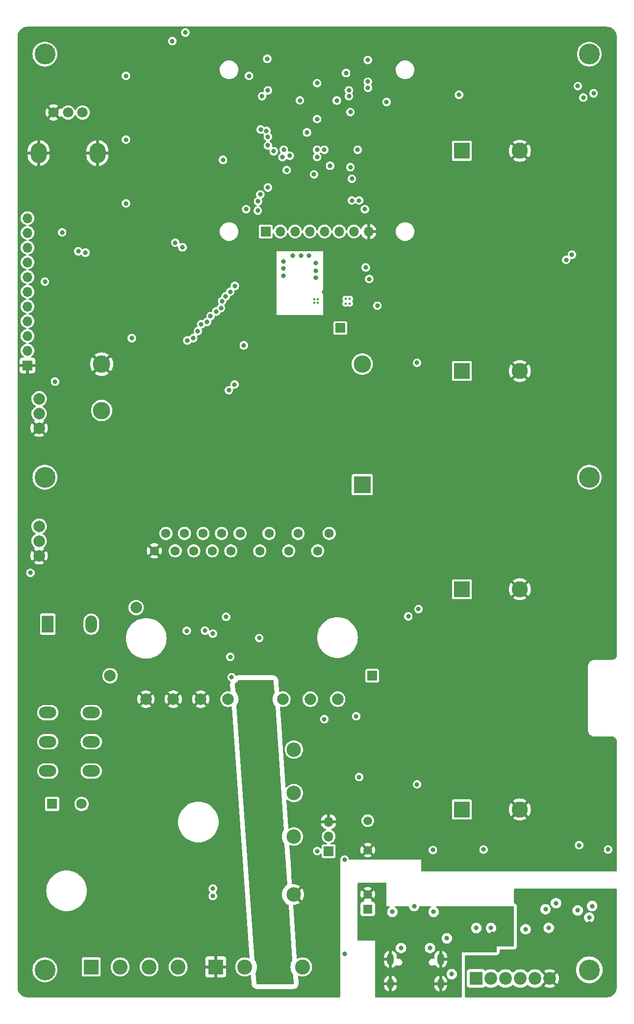
<source format=gbr>
%TF.GenerationSoftware,KiCad,Pcbnew,7.0.8*%
%TF.CreationDate,2023-12-07T19:05:12+01:00*%
%TF.ProjectId,MecProInverter,4d656350-726f-4496-9e76-65727465722e,rev?*%
%TF.SameCoordinates,Original*%
%TF.FileFunction,Copper,L2,Inr*%
%TF.FilePolarity,Positive*%
%FSLAX46Y46*%
G04 Gerber Fmt 4.6, Leading zero omitted, Abs format (unit mm)*
G04 Created by KiCad (PCBNEW 7.0.8) date 2023-12-07 19:05:12*
%MOMM*%
%LPD*%
G01*
G04 APERTURE LIST*
%TA.AperFunction,ComponentPad*%
%ADD10C,2.000000*%
%TD*%
%TA.AperFunction,ComponentPad*%
%ADD11R,1.500000X1.500000*%
%TD*%
%TA.AperFunction,ComponentPad*%
%ADD12C,1.500000*%
%TD*%
%TA.AperFunction,ComponentPad*%
%ADD13R,1.700000X1.700000*%
%TD*%
%TA.AperFunction,ComponentPad*%
%ADD14O,1.700000X1.700000*%
%TD*%
%TA.AperFunction,ComponentPad*%
%ADD15C,3.600000*%
%TD*%
%TA.AperFunction,ComponentPad*%
%ADD16O,3.000000X2.000000*%
%TD*%
%TA.AperFunction,ComponentPad*%
%ADD17R,2.000000X3.000000*%
%TD*%
%TA.AperFunction,ComponentPad*%
%ADD18O,2.000000X3.000000*%
%TD*%
%TA.AperFunction,ComponentPad*%
%ADD19R,2.600000X2.600000*%
%TD*%
%TA.AperFunction,ComponentPad*%
%ADD20C,2.600000*%
%TD*%
%TA.AperFunction,ComponentPad*%
%ADD21R,2.200000X2.200000*%
%TD*%
%TA.AperFunction,ComponentPad*%
%ADD22C,2.200000*%
%TD*%
%TA.AperFunction,ComponentPad*%
%ADD23O,1.200000X2.000000*%
%TD*%
%TA.AperFunction,ComponentPad*%
%ADD24O,1.200000X1.800000*%
%TD*%
%TA.AperFunction,ComponentPad*%
%ADD25C,1.800000*%
%TD*%
%TA.AperFunction,ComponentPad*%
%ADD26O,2.800000X3.500000*%
%TD*%
%TA.AperFunction,ComponentPad*%
%ADD27C,3.000000*%
%TD*%
%TA.AperFunction,ComponentPad*%
%ADD28R,3.000000X3.000000*%
%TD*%
%TA.AperFunction,ComponentPad*%
%ADD29R,1.800000X1.800000*%
%TD*%
%TA.AperFunction,ComponentPad*%
%ADD30R,2.794000X2.794000*%
%TD*%
%TA.AperFunction,ComponentPad*%
%ADD31C,2.794000*%
%TD*%
%TA.AperFunction,ComponentPad*%
%ADD32C,1.600000*%
%TD*%
%TA.AperFunction,ComponentPad*%
%ADD33C,2.500000*%
%TD*%
%TA.AperFunction,ViaPad*%
%ADD34C,0.800000*%
%TD*%
%TA.AperFunction,ViaPad*%
%ADD35C,0.450000*%
%TD*%
%TA.AperFunction,ViaPad*%
%ADD36C,2.000000*%
%TD*%
G04 APERTURE END LIST*
D10*
%TO.N,GND*%
%TO.C,Fan1*%
X98000000Y-122540005D03*
%TO.N,Net-(D5-K)*%
X98000000Y-120000000D03*
%TO.N,Net-(Fan1-Pad3)*%
X98000000Y-117459995D03*
%TD*%
D11*
%TO.N,+5VD*%
%TO.C,U12*%
X154750000Y-205500000D03*
D12*
%TO.N,GNDD*%
X154750000Y-202960000D03*
%TO.N,GND*%
X154750000Y-195340000D03*
%TO.N,+5V*%
X154750000Y-190260000D03*
%TD*%
D13*
%TO.N,GND*%
%TO.C,J7*%
X96000000Y-111700000D03*
D14*
%TO.N,+15V*%
X96000000Y-109160000D03*
%TO.N,+3.3V*%
X96000000Y-106620000D03*
%TO.N,/Control/SPI_CS*%
X96000000Y-104080000D03*
%TO.N,/Control/SPI_CLK*%
X96000000Y-101540000D03*
%TO.N,/Control/SPI_MOSI*%
X96000000Y-99000000D03*
%TO.N,/Control/SPI_MISO*%
X96000000Y-96460000D03*
%TO.N,/Control/UART_TX*%
X96000000Y-93920000D03*
%TO.N,/Control/UART_RX*%
X96000000Y-91380000D03*
%TO.N,Net-(J7-Pin_10)*%
X96000000Y-88840000D03*
%TO.N,Net-(J7-Pin_11)*%
X96000000Y-86300000D03*
%TD*%
D15*
%TO.N,Earth*%
%TO.C,H1*%
X99000000Y-216000000D03*
%TD*%
D16*
%TO.N,Net-(U4-~Phase)*%
%TO.C,K2*%
X107000000Y-176650000D03*
X99500000Y-176650000D03*
%TO.N,unconnected-(K2-Pad12)*%
X107000000Y-171610000D03*
X99500000Y-171610000D03*
%TO.N,/Power/AC_L*%
X107000000Y-181690000D03*
X99500000Y-181690000D03*
D17*
%TO.N,Net-(D4-K)*%
X99500000Y-156350000D03*
D18*
%TO.N,Net-(D4-A)*%
X107000000Y-156350000D03*
%TD*%
D10*
%TO.N,Net-(Fan2-Pad3)*%
%TO.C,Fan2*%
X98000000Y-139459995D03*
%TO.N,Net-(D5-K)*%
X98000000Y-142000000D03*
%TO.N,GND*%
X98000000Y-144540005D03*
%TD*%
D19*
%TO.N,GND*%
%TO.C,J4*%
X128500000Y-215500000D03*
D20*
%TO.N,/Power/W*%
X133500000Y-215500000D03*
%TO.N,/Power/V*%
X138500000Y-215500000D03*
%TO.N,/Power/U*%
X143500000Y-215500000D03*
%TD*%
D15*
%TO.N,Earth*%
%TO.C,H6*%
X193000000Y-58000000D03*
%TD*%
D21*
%TO.N,Net-(J3-Pin_1)*%
%TO.C,J3*%
X173460000Y-217500000D03*
D22*
%TO.N,Net-(J3-Pin_2)*%
X176000000Y-217500000D03*
%TO.N,Net-(J3-Pin_3)*%
X178540000Y-217500000D03*
%TO.N,Net-(J3-Pin_4)*%
X181080000Y-217500000D03*
%TO.N,VSS*%
X183620000Y-217500000D03*
%TO.N,GNDS*%
X186160000Y-217500000D03*
%TD*%
D15*
%TO.N,Earth*%
%TO.C,H5*%
X99000000Y-58000000D03*
%TD*%
D23*
%TO.N,GNDD*%
%TO.C,U3*%
X158675006Y-214174879D03*
D24*
X158675006Y-218375032D03*
D23*
X167324994Y-214174879D03*
D24*
X167324994Y-218375032D03*
%TD*%
D15*
%TO.N,Earth*%
%TO.C,H4*%
X99000000Y-131000000D03*
%TD*%
D13*
%TO.N,Net-(J8-Pin_1)*%
%TO.C,J8*%
X155500000Y-165250000D03*
%TD*%
D15*
%TO.N,Earth*%
%TO.C,H2*%
X193000000Y-131000000D03*
%TD*%
D13*
%TO.N,Net-(J5-Pin_1)*%
%TO.C,J5*%
X137110000Y-88600000D03*
D14*
%TO.N,Net-(J5-Pin_2)*%
X139650000Y-88600000D03*
%TO.N,Net-(J5-Pin_3)*%
X142190000Y-88600000D03*
%TO.N,Net-(J5-Pin_4)*%
X144730000Y-88600000D03*
%TO.N,Net-(J5-Pin_5)*%
X147270000Y-88600000D03*
%TO.N,Net-(J5-Pin_6)*%
X149810000Y-88600000D03*
%TO.N,+3.3V*%
X152350000Y-88600000D03*
%TO.N,GND*%
X154890000Y-88600000D03*
%TD*%
D13*
%TO.N,VS*%
%TO.C,J9*%
X150000000Y-105250000D03*
%TD*%
D15*
%TO.N,Earth*%
%TO.C,H3*%
X193000000Y-216000000D03*
%TD*%
D25*
%TO.N,+3.3V*%
%TO.C,U21*%
X105500127Y-68064478D03*
%TO.N,/Control/POT1OUT*%
X103000000Y-68064478D03*
%TO.N,GND*%
X100500127Y-68064478D03*
D26*
X108080010Y-75064478D03*
X97919990Y-75064478D03*
%TD*%
D19*
%TO.N,/Power/AC_L*%
%TO.C,J10*%
X107000000Y-215500000D03*
D20*
%TO.N,/Power/AC_N*%
X112000000Y-215500000D03*
%TO.N,Earth*%
X117000000Y-215500000D03*
X122000000Y-215500000D03*
%TD*%
D13*
%TO.N,+3.3V*%
%TO.C,J6*%
X148000000Y-195525000D03*
D14*
%TO.N,/Control/TEMP_HEATSINK*%
X148000000Y-192985000D03*
%TO.N,GND*%
X148000000Y-190445000D03*
%TD*%
D27*
%TO.N,+15V*%
%TO.C,PS1*%
X108800000Y-119482500D03*
%TO.N,GND*%
X108800000Y-111482500D03*
%TO.N,/Power/AC_N*%
X153800000Y-111482500D03*
D28*
%TO.N,/Power/AC_L*%
X153800000Y-132282500D03*
%TD*%
D29*
%TO.N,/Power/AC_L*%
%TO.C,R1*%
X100250000Y-187375000D03*
D25*
%TO.N,Net-(U4-~Phase)*%
X105330000Y-187375000D03*
%TD*%
D30*
%TO.N,Net-(J8-Pin_1)*%
%TO.C,C2*%
X171000000Y-112666750D03*
D31*
%TO.N,GND*%
X181000000Y-112666750D03*
%TD*%
D30*
%TO.N,Net-(J8-Pin_1)*%
%TO.C,C1*%
X171000000Y-74666750D03*
D31*
%TO.N,GND*%
X181000000Y-74666750D03*
%TD*%
D30*
%TO.N,Net-(J8-Pin_1)*%
%TO.C,C4*%
X171000000Y-188333500D03*
D31*
%TO.N,GND*%
X181000000Y-188333500D03*
%TD*%
D30*
%TO.N,Net-(J8-Pin_1)*%
%TO.C,C3*%
X171000000Y-150333500D03*
D31*
%TO.N,GND*%
X181000000Y-150333500D03*
%TD*%
D32*
%TO.N,Net-(U13-VS(U))*%
%TO.C,U13*%
X148100203Y-140700025D03*
%TO.N,Net-(U13-VB(U))*%
X146099949Y-143700025D03*
%TO.N,Net-(U13-VS(V))*%
X142700152Y-140700025D03*
%TO.N,Net-(U13-VB(V))*%
X141099949Y-143700025D03*
%TO.N,Net-(U13-VS(W))*%
X137699898Y-140700025D03*
%TO.N,Net-(U13-VB(W))*%
X136099949Y-143700025D03*
%TO.N,Net-(U13-HIN(U))*%
X132699898Y-140700025D03*
%TO.N,Net-(U13-HIN(V))*%
X131099949Y-143700025D03*
%TO.N,Net-(U13-HIN(W))*%
X129500000Y-140700025D03*
%TO.N,Net-(U13-LIN(U))*%
X127900051Y-143700025D03*
%TO.N,Net-(U13-LIN(V))*%
X126300102Y-140700025D03*
%TO.N,Net-(U13-LIN(W))*%
X124699898Y-143700025D03*
%TO.N,+15V*%
X123099949Y-140700025D03*
%TO.N,VFO*%
X121500000Y-143700025D03*
%TO.N,Net-(U13-ITRIP)*%
X119900051Y-140700025D03*
%TO.N,GND*%
X117900051Y-143700025D03*
D10*
X116444882Y-169299975D03*
X121175133Y-169299975D03*
X125905131Y-169299975D03*
%TO.N,Net-(U13-W)*%
X130635128Y-169299975D03*
%TO.N,/Power/V*%
X135365126Y-169299975D03*
%TO.N,Net-(U13-U)*%
X140095123Y-169299975D03*
%TO.N,Net-(J8-Pin_1)*%
X144825121Y-169299975D03*
%TO.N,unconnected-(U13-NC-Pad24)*%
X149555118Y-169299975D03*
%TD*%
D33*
%TO.N,Net-(U4-VDD)*%
%TO.C,U4*%
X142000000Y-178000000D03*
%TO.N,Net-(U4-~Phase)*%
X142000000Y-185500000D03*
%TO.N,/Power/AC_N*%
X142000000Y-193000000D03*
%TO.N,GND*%
X142000000Y-203000000D03*
%TD*%
D34*
%TO.N,GND*%
X129974951Y-92500451D03*
%TO.N,Net-(U5-VFB)*%
X154400000Y-94800000D03*
%TO.N,+3.3V*%
X155000000Y-96800000D03*
%TO.N,Net-(U5-VFB)*%
X156400000Y-101400000D03*
%TO.N,+3.3V*%
X145800000Y-96600000D03*
X145800000Y-94000000D03*
X145800000Y-95400000D03*
X144600000Y-92800000D03*
X141800000Y-92800000D03*
X143200000Y-92800000D03*
X140200000Y-95000000D03*
X140200000Y-96200000D03*
X140200000Y-93800000D03*
%TO.N,GND*%
X150800000Y-99000000D03*
X149600000Y-99000000D03*
X148400000Y-99000000D03*
X147200000Y-99000000D03*
X154000000Y-97800000D03*
X153000000Y-97800000D03*
%TO.N,*%
X137400000Y-58800000D03*
X143025146Y-65974854D03*
X146000000Y-63000000D03*
X149400000Y-66000000D03*
X146000000Y-69200000D03*
%TO.N,+3.3V*%
X196250000Y-195250000D03*
%TO.N,*%
X154750000Y-59000000D03*
X153000000Y-74500000D03*
X137500000Y-73750000D03*
%TO.N,+15V*%
X163250000Y-184000000D03*
X96500000Y-147500000D03*
X163500000Y-153750000D03*
X163250000Y-111250000D03*
X133350000Y-108250000D03*
X100750000Y-114500000D03*
D35*
%TO.N,GND*%
X154100000Y-100800000D03*
X154060000Y-100000000D03*
D34*
X124750000Y-81250000D03*
X131500127Y-157500127D03*
X130000000Y-69000000D03*
X133250000Y-159000000D03*
X171000000Y-194000000D03*
X123250000Y-154750000D03*
X149500000Y-218000000D03*
X132750000Y-148750000D03*
D35*
X154100000Y-99200000D03*
D34*
X146000000Y-60250000D03*
X129750000Y-159250000D03*
X175450000Y-65750000D03*
X195000000Y-192500000D03*
X126500000Y-162250000D03*
X141500000Y-160500000D03*
D35*
X154100000Y-101600000D03*
D34*
X99000000Y-102500000D03*
X182000000Y-195500000D03*
X141500000Y-60250000D03*
X148000000Y-60250000D03*
X143750000Y-60250000D03*
X115315088Y-57340088D03*
X105950000Y-145937500D03*
X126750000Y-205250000D03*
X102250000Y-103250000D03*
X124250000Y-148750000D03*
X150500000Y-60250000D03*
X154700000Y-61700000D03*
X99250000Y-93750000D03*
X190500000Y-196000000D03*
X108315088Y-57090088D03*
X177800000Y-196088000D03*
X137250000Y-156500000D03*
X151900000Y-97800000D03*
X153000000Y-173500000D03*
X126250000Y-71250000D03*
%TO.N,+3.3V*%
X99000000Y-97250000D03*
X131000000Y-162000000D03*
X130280959Y-155081361D03*
X113000000Y-61749987D03*
X136000000Y-158750000D03*
X191250000Y-194500000D03*
X166000000Y-195326000D03*
X170500000Y-65000000D03*
X129750000Y-76250000D03*
X150750000Y-213250000D03*
X147250000Y-172750000D03*
X137500000Y-81000000D03*
X134250000Y-61750000D03*
X101975462Y-88750000D03*
X123500000Y-157500000D03*
X128000000Y-202000000D03*
X113000000Y-72750000D03*
X114000000Y-107000000D03*
X113000000Y-83750000D03*
X146025000Y-195525000D03*
X150750000Y-197000000D03*
X174750000Y-195250000D03*
X123600000Y-107400000D03*
X113000000Y-61749987D03*
%TO.N,/Control/RGBLED*%
X158000000Y-66250000D03*
X144250000Y-71500000D03*
D36*
%TO.N,/Power/AC_L*%
X110250000Y-165250000D03*
D34*
%TO.N,Net-(U1-IO0)*%
X123250000Y-54250000D03*
%TO.N,/Control/FAN_CONTROL*%
X136250000Y-71000000D03*
X136500000Y-65250000D03*
%TO.N,/Control/FAN2_PWM_FB*%
X131000000Y-99000000D03*
X145474500Y-78750000D03*
%TO.N,/Control/FAN1_PWM_FB*%
X131800000Y-98000000D03*
X151750000Y-77500000D03*
%TO.N,LINW*%
X125400000Y-105800000D03*
X137250000Y-71250000D03*
%TO.N,LINV*%
X137500000Y-72250000D03*
X126000000Y-104600000D03*
%TO.N,LINU*%
X138500000Y-74750000D03*
X127000000Y-104200000D03*
%TO.N,HINW*%
X140250000Y-74500000D03*
X127600000Y-103201034D03*
%TO.N,HINV*%
X140012299Y-75762299D03*
X128605447Y-102406375D03*
%TO.N,HINU*%
X141274952Y-75524952D03*
X129400000Y-101800000D03*
%TO.N,RELAY*%
X130200000Y-99800000D03*
X140750000Y-78000000D03*
%TO.N,/Control/TEMP_HEATSINK*%
X146000000Y-75750000D03*
%TO.N,/Control/USB_N*%
X146000000Y-74500000D03*
X189000000Y-93500000D03*
%TO.N,/Control/USB_P*%
X147250000Y-74500000D03*
X189994685Y-92606367D03*
%TO.N,/Control/SPI_MISO*%
X133750000Y-84750000D03*
X154250000Y-84750000D03*
%TO.N,/Control/SPI_MOSI*%
X136200000Y-82200000D03*
X152000000Y-83250000D03*
%TO.N,/Control/SPI_CLK*%
X153250000Y-83250000D03*
X135800000Y-83400000D03*
%TO.N,/Control/SPI_CS*%
X152000000Y-79500000D03*
X135750000Y-85000000D03*
%TO.N,/Control/UART_TX*%
X154776915Y-63798448D03*
X151500000Y-65250000D03*
X106000000Y-92250000D03*
X191014452Y-63500000D03*
%TO.N,/Control/UART_RX*%
X193750000Y-64750000D03*
X104762299Y-92012299D03*
X154750000Y-62750000D03*
X151500000Y-64250000D03*
%TO.N,Net-(U1-EN)*%
X151000000Y-61250000D03*
X121000000Y-55750000D03*
%TO.N,Net-(U2-UD-)*%
X173482000Y-208788000D03*
X162750000Y-205000000D03*
%TO.N,Net-(U2-UD+)*%
X176022000Y-208788000D03*
X166116000Y-205994000D03*
D35*
%TO.N,Net-(U5-SW)*%
X145500000Y-100275000D03*
X150930000Y-100230000D03*
X151640000Y-101040000D03*
X145500000Y-100875000D03*
X146100000Y-100875000D03*
X151640000Y-100230000D03*
X146100000Y-100275000D03*
X150920000Y-101040000D03*
D34*
%TO.N,I2C_SDA*%
X130750000Y-116000000D03*
X121500000Y-90525500D03*
%TO.N,I2C_SCL*%
X131750000Y-115000000D03*
X122750000Y-91325402D03*
D36*
%TO.N,/Power/AC_N*%
X114750000Y-153500000D03*
D34*
%TO.N,VFO*%
X137500000Y-64250000D03*
X124600000Y-107000000D03*
%TO.N,ITRIP*%
X148250000Y-77250000D03*
X129600000Y-100600000D03*
%TO.N,+5VD*%
X160500000Y-212250000D03*
X168402000Y-210566000D03*
X165500000Y-212250000D03*
X169250000Y-216750000D03*
X159000000Y-206000000D03*
%TO.N,GNDD*%
X169926000Y-210566000D03*
X163250000Y-208500000D03*
X176276000Y-209804000D03*
%TO.N,/Control/ISO_GPIO_1*%
X191974284Y-65482278D03*
X151750000Y-68000000D03*
%TO.N,VSS*%
X192987701Y-206987701D03*
X187250000Y-204500000D03*
%TO.N,Net-(U15-VIA)*%
X182000000Y-209000000D03*
X185444767Y-205555233D03*
%TO.N,GNDS*%
X182500000Y-205000000D03*
X193000000Y-208000000D03*
X190000000Y-204250000D03*
%TO.N,+5V*%
X161750000Y-155000000D03*
%TO.N,Net-(U16-VIA)*%
X193500000Y-205000000D03*
X191000000Y-205750000D03*
X186000000Y-208750000D03*
%TO.N,Net-(D9-K)*%
X126637299Y-157474564D03*
X153250000Y-182750000D03*
%TO.N,Net-(D10-K)*%
X128000000Y-203250000D03*
X128000000Y-158000000D03*
%TO.N,Net-(D8-A)*%
X152750000Y-172250000D03*
X131250000Y-165500000D03*
%TD*%
%TA.AperFunction,Conductor*%
%TO.N,GNDS*%
G36*
X197688539Y-202019685D02*
G01*
X197734294Y-202072489D01*
X197745500Y-202124000D01*
X197745500Y-218997786D01*
X197745342Y-219002210D01*
X197728365Y-219239566D01*
X197725847Y-219257077D01*
X197676680Y-219483096D01*
X197671696Y-219500071D01*
X197590862Y-219716797D01*
X197583512Y-219732891D01*
X197472659Y-219935903D01*
X197463094Y-219950787D01*
X197324473Y-220135962D01*
X197312887Y-220149332D01*
X197149332Y-220312887D01*
X197135962Y-220324473D01*
X196950787Y-220463094D01*
X196935903Y-220472659D01*
X196732891Y-220583512D01*
X196716797Y-220590862D01*
X196500071Y-220671696D01*
X196483096Y-220676680D01*
X196257078Y-220725847D01*
X196239566Y-220728365D01*
X196023066Y-220743849D01*
X196002208Y-220745341D01*
X195997786Y-220745499D01*
X171629500Y-220745499D01*
X171562461Y-220725814D01*
X171516706Y-220673010D01*
X171505500Y-220621499D01*
X171505500Y-218647870D01*
X171859500Y-218647870D01*
X171859501Y-218647876D01*
X171865908Y-218707483D01*
X171916202Y-218842328D01*
X171916206Y-218842335D01*
X172002452Y-218957544D01*
X172002455Y-218957547D01*
X172117664Y-219043793D01*
X172117671Y-219043797D01*
X172252517Y-219094091D01*
X172252516Y-219094091D01*
X172259444Y-219094835D01*
X172312127Y-219100500D01*
X174607872Y-219100499D01*
X174667483Y-219094091D01*
X174802331Y-219043796D01*
X174917546Y-218957546D01*
X174974928Y-218880893D01*
X175030860Y-218839024D01*
X175100552Y-218834040D01*
X175138983Y-218849479D01*
X175271140Y-218930466D01*
X175444347Y-219002210D01*
X175503889Y-219026873D01*
X175748852Y-219085683D01*
X176000000Y-219105449D01*
X176251148Y-219085683D01*
X176496111Y-219026873D01*
X176728859Y-218930466D01*
X176943659Y-218798836D01*
X177135224Y-218635224D01*
X177175710Y-218587819D01*
X177234216Y-218549627D01*
X177304084Y-218549128D01*
X177363130Y-218586482D01*
X177364235Y-218587756D01*
X177404775Y-218635223D01*
X177404776Y-218635224D01*
X177596343Y-218798838D01*
X177596346Y-218798839D01*
X177811140Y-218930466D01*
X177984347Y-219002210D01*
X178043889Y-219026873D01*
X178288852Y-219085683D01*
X178540000Y-219105449D01*
X178791148Y-219085683D01*
X179036111Y-219026873D01*
X179268859Y-218930466D01*
X179483659Y-218798836D01*
X179675224Y-218635224D01*
X179715710Y-218587819D01*
X179774216Y-218549627D01*
X179844084Y-218549128D01*
X179903130Y-218586482D01*
X179904235Y-218587756D01*
X179944775Y-218635223D01*
X179944776Y-218635224D01*
X180136343Y-218798838D01*
X180136346Y-218798839D01*
X180351140Y-218930466D01*
X180524347Y-219002210D01*
X180583889Y-219026873D01*
X180828852Y-219085683D01*
X181080000Y-219105449D01*
X181331148Y-219085683D01*
X181576111Y-219026873D01*
X181808859Y-218930466D01*
X182023659Y-218798836D01*
X182215224Y-218635224D01*
X182255710Y-218587819D01*
X182314216Y-218549627D01*
X182384084Y-218549128D01*
X182443130Y-218586482D01*
X182444235Y-218587756D01*
X182484775Y-218635223D01*
X182484776Y-218635224D01*
X182676343Y-218798838D01*
X182676346Y-218798839D01*
X182891140Y-218930466D01*
X183064347Y-219002210D01*
X183123889Y-219026873D01*
X183368852Y-219085683D01*
X183620000Y-219105449D01*
X183871148Y-219085683D01*
X184116111Y-219026873D01*
X184348859Y-218930466D01*
X184563659Y-218798836D01*
X184755224Y-218635224D01*
X184918836Y-218443659D01*
X184999879Y-218311407D01*
X185017922Y-218288522D01*
X185634070Y-217672375D01*
X185636884Y-217685915D01*
X185706442Y-217820156D01*
X185809638Y-217930652D01*
X185938819Y-218009209D01*
X185990002Y-218023549D01*
X185215819Y-218797732D01*
X185216636Y-218798430D01*
X185216638Y-218798432D01*
X185431368Y-218930019D01*
X185664043Y-219026396D01*
X185908927Y-219085187D01*
X186160000Y-219104947D01*
X186411072Y-219085187D01*
X186655956Y-219026396D01*
X186888631Y-218930019D01*
X187103360Y-218798432D01*
X187103371Y-218798424D01*
X187104179Y-218797732D01*
X186331568Y-218025121D01*
X186448458Y-217974349D01*
X186565739Y-217878934D01*
X186652928Y-217755415D01*
X186683354Y-217669801D01*
X187457732Y-218444179D01*
X187458424Y-218443371D01*
X187458432Y-218443360D01*
X187590019Y-218228631D01*
X187686396Y-217995956D01*
X187745187Y-217751072D01*
X187764947Y-217500000D01*
X187745187Y-217248927D01*
X187686396Y-217004043D01*
X187590019Y-216771368D01*
X187458432Y-216556638D01*
X187458430Y-216556636D01*
X187457732Y-216555819D01*
X186685929Y-217327622D01*
X186683116Y-217314085D01*
X186613558Y-217179844D01*
X186510362Y-217069348D01*
X186381181Y-216990791D01*
X186329996Y-216976449D01*
X187104178Y-216202266D01*
X187104178Y-216202264D01*
X187103374Y-216201577D01*
X187103358Y-216201566D01*
X186888631Y-216069980D01*
X186719684Y-216000000D01*
X190694564Y-216000000D01*
X190707748Y-216201160D01*
X190714287Y-216300918D01*
X190714288Y-216300930D01*
X190773118Y-216596683D01*
X190773122Y-216596698D01*
X190870053Y-216882247D01*
X190870062Y-216882268D01*
X191003431Y-217152713D01*
X191003435Y-217152720D01*
X191170973Y-217403459D01*
X191369810Y-217630189D01*
X191596540Y-217829026D01*
X191847279Y-217996564D01*
X191847286Y-217996568D01*
X192117731Y-218129937D01*
X192117736Y-218129939D01*
X192117748Y-218129945D01*
X192403309Y-218226880D01*
X192603251Y-218266651D01*
X192699069Y-218285711D01*
X192699070Y-218285711D01*
X192699080Y-218285713D01*
X193000000Y-218305436D01*
X193300920Y-218285713D01*
X193596691Y-218226880D01*
X193882252Y-218129945D01*
X194152718Y-217996566D01*
X194403461Y-217829025D01*
X194630189Y-217630189D01*
X194829025Y-217403461D01*
X194996566Y-217152718D01*
X195129945Y-216882252D01*
X195226880Y-216596691D01*
X195285713Y-216300920D01*
X195305436Y-216000000D01*
X195285713Y-215699080D01*
X195226880Y-215403309D01*
X195129945Y-215117748D01*
X194996566Y-214847282D01*
X194888796Y-214685993D01*
X194829026Y-214596540D01*
X194630189Y-214369810D01*
X194403459Y-214170973D01*
X194152720Y-214003435D01*
X194152713Y-214003431D01*
X193882268Y-213870062D01*
X193882247Y-213870053D01*
X193596698Y-213773122D01*
X193596692Y-213773120D01*
X193596691Y-213773120D01*
X193596689Y-213773119D01*
X193596683Y-213773118D01*
X193300930Y-213714288D01*
X193300921Y-213714287D01*
X193300920Y-213714287D01*
X193000000Y-213694564D01*
X192699080Y-213714287D01*
X192699079Y-213714287D01*
X192699069Y-213714288D01*
X192403316Y-213773118D01*
X192403301Y-213773122D01*
X192117752Y-213870053D01*
X192117731Y-213870062D01*
X191847286Y-214003431D01*
X191847279Y-214003435D01*
X191596540Y-214170973D01*
X191369810Y-214369810D01*
X191170973Y-214596540D01*
X191003435Y-214847279D01*
X191003431Y-214847286D01*
X190870062Y-215117731D01*
X190870053Y-215117752D01*
X190773122Y-215403301D01*
X190773118Y-215403316D01*
X190714288Y-215699069D01*
X190714287Y-215699079D01*
X190714287Y-215699080D01*
X190694564Y-216000000D01*
X186719684Y-216000000D01*
X186655956Y-215973603D01*
X186411072Y-215914812D01*
X186160000Y-215895052D01*
X185908927Y-215914812D01*
X185664043Y-215973603D01*
X185431368Y-216069980D01*
X185216637Y-216201568D01*
X185215820Y-216202266D01*
X185988432Y-216974878D01*
X185871542Y-217025651D01*
X185754261Y-217121066D01*
X185667072Y-217244585D01*
X185636644Y-217330198D01*
X185017920Y-216711474D01*
X184999875Y-216688585D01*
X184918836Y-216556341D01*
X184755224Y-216364776D01*
X184591206Y-216224691D01*
X184563656Y-216201161D01*
X184563653Y-216201160D01*
X184348859Y-216069533D01*
X184116110Y-215973126D01*
X183871151Y-215914317D01*
X183620000Y-215894551D01*
X183368848Y-215914317D01*
X183123889Y-215973126D01*
X182891140Y-216069533D01*
X182676346Y-216201160D01*
X182676343Y-216201161D01*
X182484776Y-216364776D01*
X182444290Y-216412179D01*
X182385783Y-216450372D01*
X182315915Y-216450870D01*
X182256869Y-216413516D01*
X182255710Y-216412179D01*
X182215224Y-216364776D01*
X182051206Y-216224691D01*
X182023656Y-216201161D01*
X182023653Y-216201160D01*
X181808859Y-216069533D01*
X181576110Y-215973126D01*
X181331151Y-215914317D01*
X181080000Y-215894551D01*
X180828848Y-215914317D01*
X180583889Y-215973126D01*
X180351140Y-216069533D01*
X180136346Y-216201160D01*
X180136343Y-216201161D01*
X179944776Y-216364776D01*
X179904290Y-216412179D01*
X179845783Y-216450372D01*
X179775915Y-216450870D01*
X179716869Y-216413516D01*
X179715710Y-216412179D01*
X179675224Y-216364776D01*
X179511206Y-216224691D01*
X179483656Y-216201161D01*
X179483653Y-216201160D01*
X179268859Y-216069533D01*
X179036110Y-215973126D01*
X178791151Y-215914317D01*
X178540000Y-215894551D01*
X178288848Y-215914317D01*
X178043889Y-215973126D01*
X177811140Y-216069533D01*
X177596346Y-216201160D01*
X177596343Y-216201161D01*
X177404776Y-216364776D01*
X177364290Y-216412179D01*
X177305783Y-216450372D01*
X177235915Y-216450870D01*
X177176869Y-216413516D01*
X177175710Y-216412179D01*
X177135224Y-216364776D01*
X176971206Y-216224691D01*
X176943656Y-216201161D01*
X176943653Y-216201160D01*
X176728859Y-216069533D01*
X176496110Y-215973126D01*
X176251151Y-215914317D01*
X176000000Y-215894551D01*
X175748848Y-215914317D01*
X175503889Y-215973126D01*
X175271140Y-216069533D01*
X175138983Y-216150520D01*
X175071537Y-216168765D01*
X175004935Y-216147649D01*
X174974927Y-216119104D01*
X174917547Y-216042455D01*
X174917544Y-216042452D01*
X174802335Y-215956206D01*
X174802328Y-215956202D01*
X174667482Y-215905908D01*
X174667483Y-215905908D01*
X174607883Y-215899501D01*
X174607881Y-215899500D01*
X174607873Y-215899500D01*
X174607864Y-215899500D01*
X172312129Y-215899500D01*
X172312123Y-215899501D01*
X172252516Y-215905908D01*
X172117671Y-215956202D01*
X172117664Y-215956206D01*
X172002455Y-216042452D01*
X172002452Y-216042455D01*
X171916206Y-216157664D01*
X171916202Y-216157671D01*
X171865908Y-216292517D01*
X171859501Y-216352116D01*
X171859500Y-216352135D01*
X171859500Y-218647870D01*
X171505500Y-218647870D01*
X171505500Y-213629500D01*
X171525185Y-213562461D01*
X171577989Y-213516706D01*
X171629500Y-213505500D01*
X176875990Y-213505500D01*
X176876000Y-213505500D01*
X176983456Y-213493947D01*
X177034967Y-213482741D01*
X177069197Y-213471347D01*
X177137497Y-213448616D01*
X177137501Y-213448613D01*
X177137504Y-213448613D01*
X177258543Y-213370825D01*
X177311347Y-213325070D01*
X177405567Y-213216336D01*
X177465338Y-213085459D01*
X177485023Y-213018420D01*
X177485024Y-213018416D01*
X177505500Y-212876000D01*
X177505500Y-212629500D01*
X177525185Y-212562461D01*
X177577989Y-212516706D01*
X177629500Y-212505500D01*
X179875990Y-212505500D01*
X179876000Y-212505500D01*
X179983456Y-212493947D01*
X180034967Y-212482741D01*
X180069197Y-212471347D01*
X180137497Y-212448616D01*
X180137501Y-212448613D01*
X180137504Y-212448613D01*
X180258543Y-212370825D01*
X180311347Y-212325070D01*
X180405567Y-212216336D01*
X180465338Y-212085459D01*
X180485023Y-212018420D01*
X180485024Y-212018416D01*
X180505500Y-211876000D01*
X180505500Y-209000000D01*
X181094540Y-209000000D01*
X181114326Y-209188256D01*
X181114327Y-209188259D01*
X181172818Y-209368277D01*
X181172821Y-209368284D01*
X181267467Y-209532216D01*
X181373971Y-209650500D01*
X181394129Y-209672888D01*
X181547265Y-209784148D01*
X181547270Y-209784151D01*
X181720192Y-209861142D01*
X181720197Y-209861144D01*
X181905354Y-209900500D01*
X181905355Y-209900500D01*
X182094644Y-209900500D01*
X182094646Y-209900500D01*
X182279803Y-209861144D01*
X182452730Y-209784151D01*
X182605871Y-209672888D01*
X182732533Y-209532216D01*
X182827179Y-209368284D01*
X182885674Y-209188256D01*
X182905460Y-209000000D01*
X182885674Y-208811744D01*
X182865612Y-208750000D01*
X185094540Y-208750000D01*
X185114326Y-208938256D01*
X185114327Y-208938259D01*
X185172818Y-209118277D01*
X185172821Y-209118284D01*
X185267467Y-209282216D01*
X185394129Y-209422888D01*
X185547265Y-209534148D01*
X185547270Y-209534151D01*
X185720192Y-209611142D01*
X185720197Y-209611144D01*
X185905354Y-209650500D01*
X185905355Y-209650500D01*
X186094644Y-209650500D01*
X186094646Y-209650500D01*
X186279803Y-209611144D01*
X186452730Y-209534151D01*
X186605871Y-209422888D01*
X186732533Y-209282216D01*
X186827179Y-209118284D01*
X186885674Y-208938256D01*
X186905460Y-208750000D01*
X186885674Y-208561744D01*
X186827179Y-208381716D01*
X186732533Y-208217784D01*
X186605871Y-208077112D01*
X186605870Y-208077111D01*
X186452734Y-207965851D01*
X186452729Y-207965848D01*
X186279807Y-207888857D01*
X186279802Y-207888855D01*
X186134001Y-207857865D01*
X186094646Y-207849500D01*
X185905354Y-207849500D01*
X185872897Y-207856398D01*
X185720197Y-207888855D01*
X185720192Y-207888857D01*
X185547270Y-207965848D01*
X185547265Y-207965851D01*
X185394129Y-208077111D01*
X185267466Y-208217785D01*
X185172821Y-208381715D01*
X185172818Y-208381722D01*
X185144855Y-208467785D01*
X185114326Y-208561744D01*
X185094540Y-208750000D01*
X182865612Y-208750000D01*
X182827179Y-208631716D01*
X182732533Y-208467784D01*
X182605871Y-208327112D01*
X182605870Y-208327111D01*
X182452734Y-208215851D01*
X182452729Y-208215848D01*
X182279807Y-208138857D01*
X182279802Y-208138855D01*
X182134001Y-208107865D01*
X182094646Y-208099500D01*
X181905354Y-208099500D01*
X181872897Y-208106398D01*
X181720197Y-208138855D01*
X181720192Y-208138857D01*
X181547270Y-208215848D01*
X181547265Y-208215851D01*
X181394129Y-208327111D01*
X181267466Y-208467785D01*
X181172821Y-208631715D01*
X181172818Y-208631722D01*
X181114327Y-208811740D01*
X181114326Y-208811744D01*
X181094540Y-209000000D01*
X180505500Y-209000000D01*
X180505500Y-206987701D01*
X192082241Y-206987701D01*
X192102027Y-207175957D01*
X192102028Y-207175960D01*
X192160519Y-207355978D01*
X192160522Y-207355985D01*
X192255168Y-207519917D01*
X192381830Y-207660589D01*
X192534966Y-207771849D01*
X192534971Y-207771852D01*
X192707893Y-207848843D01*
X192707898Y-207848845D01*
X192893055Y-207888201D01*
X192893056Y-207888201D01*
X193082345Y-207888201D01*
X193082347Y-207888201D01*
X193267504Y-207848845D01*
X193440431Y-207771852D01*
X193593572Y-207660589D01*
X193720234Y-207519917D01*
X193814880Y-207355985D01*
X193873375Y-207175957D01*
X193893161Y-206987701D01*
X193873375Y-206799445D01*
X193814880Y-206619417D01*
X193720234Y-206455485D01*
X193593572Y-206314813D01*
X193593571Y-206314812D01*
X193440435Y-206203552D01*
X193440430Y-206203549D01*
X193267508Y-206126558D01*
X193267503Y-206126556D01*
X193121702Y-206095566D01*
X193082347Y-206087201D01*
X192893055Y-206087201D01*
X192860598Y-206094099D01*
X192707898Y-206126556D01*
X192707893Y-206126558D01*
X192534971Y-206203549D01*
X192534966Y-206203552D01*
X192381830Y-206314812D01*
X192255167Y-206455486D01*
X192160522Y-206619416D01*
X192160519Y-206619423D01*
X192150422Y-206650500D01*
X192102027Y-206799445D01*
X192082241Y-206987701D01*
X180505500Y-206987701D01*
X180505500Y-205555233D01*
X184539307Y-205555233D01*
X184559093Y-205743489D01*
X184559094Y-205743492D01*
X184617585Y-205923510D01*
X184617588Y-205923517D01*
X184712234Y-206087449D01*
X184816771Y-206203549D01*
X184838896Y-206228121D01*
X184992032Y-206339381D01*
X184992037Y-206339384D01*
X185164959Y-206416375D01*
X185164964Y-206416377D01*
X185350121Y-206455733D01*
X185350122Y-206455733D01*
X185539411Y-206455733D01*
X185539413Y-206455733D01*
X185724570Y-206416377D01*
X185897497Y-206339384D01*
X186050638Y-206228121D01*
X186177300Y-206087449D01*
X186271946Y-205923517D01*
X186328325Y-205750000D01*
X190094540Y-205750000D01*
X190114326Y-205938256D01*
X190114327Y-205938259D01*
X190172818Y-206118277D01*
X190172821Y-206118284D01*
X190267467Y-206282216D01*
X190388265Y-206416375D01*
X190394129Y-206422888D01*
X190547265Y-206534148D01*
X190547270Y-206534151D01*
X190720192Y-206611142D01*
X190720197Y-206611144D01*
X190905354Y-206650500D01*
X190905355Y-206650500D01*
X191094644Y-206650500D01*
X191094646Y-206650500D01*
X191279803Y-206611144D01*
X191452730Y-206534151D01*
X191605871Y-206422888D01*
X191732533Y-206282216D01*
X191827179Y-206118284D01*
X191885674Y-205938256D01*
X191905460Y-205750000D01*
X191885674Y-205561744D01*
X191827179Y-205381716D01*
X191732533Y-205217784D01*
X191605871Y-205077112D01*
X191605870Y-205077111D01*
X191499736Y-205000000D01*
X192594540Y-205000000D01*
X192614326Y-205188256D01*
X192614327Y-205188259D01*
X192672818Y-205368277D01*
X192672821Y-205368284D01*
X192767467Y-205532216D01*
X192850822Y-205624791D01*
X192894129Y-205672888D01*
X193047265Y-205784148D01*
X193047270Y-205784151D01*
X193220192Y-205861142D01*
X193220197Y-205861144D01*
X193405354Y-205900500D01*
X193405355Y-205900500D01*
X193594644Y-205900500D01*
X193594646Y-205900500D01*
X193779803Y-205861144D01*
X193952730Y-205784151D01*
X194105871Y-205672888D01*
X194232533Y-205532216D01*
X194327179Y-205368284D01*
X194385674Y-205188256D01*
X194405460Y-205000000D01*
X194385674Y-204811744D01*
X194327179Y-204631716D01*
X194232533Y-204467784D01*
X194105871Y-204327112D01*
X194084719Y-204311744D01*
X193952734Y-204215851D01*
X193952729Y-204215848D01*
X193779807Y-204138857D01*
X193779802Y-204138855D01*
X193634001Y-204107865D01*
X193594646Y-204099500D01*
X193405354Y-204099500D01*
X193372897Y-204106398D01*
X193220197Y-204138855D01*
X193220192Y-204138857D01*
X193047270Y-204215848D01*
X193047265Y-204215851D01*
X192894129Y-204327111D01*
X192767466Y-204467785D01*
X192672821Y-204631715D01*
X192672818Y-204631722D01*
X192627537Y-204771084D01*
X192614326Y-204811744D01*
X192594540Y-205000000D01*
X191499736Y-205000000D01*
X191452734Y-204965851D01*
X191452729Y-204965848D01*
X191279807Y-204888857D01*
X191279802Y-204888855D01*
X191134001Y-204857865D01*
X191094646Y-204849500D01*
X190905354Y-204849500D01*
X190883783Y-204854085D01*
X190720197Y-204888855D01*
X190720192Y-204888857D01*
X190547270Y-204965848D01*
X190547265Y-204965851D01*
X190394129Y-205077111D01*
X190267466Y-205217785D01*
X190172821Y-205381715D01*
X190172818Y-205381722D01*
X190114327Y-205561740D01*
X190114326Y-205561744D01*
X190094540Y-205750000D01*
X186328325Y-205750000D01*
X186330441Y-205743489D01*
X186350227Y-205555233D01*
X186330441Y-205366977D01*
X186271946Y-205186949D01*
X186177300Y-205023017D01*
X186050638Y-204882345D01*
X186031275Y-204868277D01*
X185897501Y-204771084D01*
X185897496Y-204771081D01*
X185724574Y-204694090D01*
X185724569Y-204694088D01*
X185578768Y-204663098D01*
X185539413Y-204654733D01*
X185350121Y-204654733D01*
X185317664Y-204661631D01*
X185164964Y-204694088D01*
X185164959Y-204694090D01*
X184992037Y-204771081D01*
X184992032Y-204771084D01*
X184838896Y-204882344D01*
X184712233Y-205023018D01*
X184617588Y-205186948D01*
X184617585Y-205186955D01*
X184560989Y-205361142D01*
X184559093Y-205366977D01*
X184539307Y-205555233D01*
X180505500Y-205555233D01*
X180505500Y-205124000D01*
X180493947Y-205016544D01*
X180482741Y-204965033D01*
X180482637Y-204964722D01*
X180448616Y-204862502D01*
X180448613Y-204862496D01*
X180370825Y-204741457D01*
X180364817Y-204734523D01*
X180325076Y-204688659D01*
X180325072Y-204688656D01*
X180325070Y-204688653D01*
X180216336Y-204594433D01*
X180216333Y-204594431D01*
X180216331Y-204594430D01*
X180085457Y-204534660D01*
X180081315Y-204533116D01*
X180082017Y-204531232D01*
X180033557Y-204500000D01*
X186344540Y-204500000D01*
X186364326Y-204688256D01*
X186364327Y-204688259D01*
X186422818Y-204868277D01*
X186422821Y-204868284D01*
X186517467Y-205032216D01*
X186540867Y-205058204D01*
X186644129Y-205172888D01*
X186797265Y-205284148D01*
X186797270Y-205284151D01*
X186970192Y-205361142D01*
X186970197Y-205361144D01*
X187155354Y-205400500D01*
X187155355Y-205400500D01*
X187344644Y-205400500D01*
X187344646Y-205400500D01*
X187529803Y-205361144D01*
X187702730Y-205284151D01*
X187855871Y-205172888D01*
X187982533Y-205032216D01*
X188077179Y-204868284D01*
X188135674Y-204688256D01*
X188155460Y-204500000D01*
X188135674Y-204311744D01*
X188077179Y-204131716D01*
X187982533Y-203967784D01*
X187855871Y-203827112D01*
X187855870Y-203827111D01*
X187702734Y-203715851D01*
X187702729Y-203715848D01*
X187529807Y-203638857D01*
X187529802Y-203638855D01*
X187384001Y-203607865D01*
X187344646Y-203599500D01*
X187155354Y-203599500D01*
X187122897Y-203606398D01*
X186970197Y-203638855D01*
X186970192Y-203638857D01*
X186797270Y-203715848D01*
X186797265Y-203715851D01*
X186644129Y-203827111D01*
X186517466Y-203967785D01*
X186422821Y-204131715D01*
X186422818Y-204131722D01*
X186364327Y-204311740D01*
X186364326Y-204311744D01*
X186344540Y-204500000D01*
X180033557Y-204500000D01*
X180030182Y-204497825D01*
X180001239Y-204434231D01*
X180000000Y-204416743D01*
X180000000Y-202124000D01*
X180019685Y-202056961D01*
X180072489Y-202011206D01*
X180124000Y-202000000D01*
X197621500Y-202000000D01*
X197688539Y-202019685D01*
G37*
%TD.AperFunction*%
%TD*%
%TA.AperFunction,Conductor*%
%TO.N,GNDD*%
G36*
X157943039Y-201019685D02*
G01*
X157988794Y-201072489D01*
X158000000Y-201124000D01*
X158000000Y-205000000D01*
X158462728Y-205000000D01*
X158529767Y-205019685D01*
X158575522Y-205072489D01*
X158585466Y-205141647D01*
X158556441Y-205205203D01*
X158535613Y-205224318D01*
X158394129Y-205327111D01*
X158267466Y-205467785D01*
X158172821Y-205631715D01*
X158172818Y-205631722D01*
X158114327Y-205811740D01*
X158114326Y-205811744D01*
X158094540Y-206000000D01*
X158114326Y-206188256D01*
X158114327Y-206188259D01*
X158172818Y-206368277D01*
X158172821Y-206368284D01*
X158267467Y-206532216D01*
X158335293Y-206607544D01*
X158394129Y-206672888D01*
X158547265Y-206784148D01*
X158547270Y-206784151D01*
X158720192Y-206861142D01*
X158720197Y-206861144D01*
X158905354Y-206900500D01*
X158905355Y-206900500D01*
X159094644Y-206900500D01*
X159094646Y-206900500D01*
X159279803Y-206861144D01*
X159452730Y-206784151D01*
X159605871Y-206672888D01*
X159732533Y-206532216D01*
X159827179Y-206368284D01*
X159885674Y-206188256D01*
X159905460Y-206000000D01*
X159885674Y-205811744D01*
X159827179Y-205631716D01*
X159732533Y-205467784D01*
X159605871Y-205327112D01*
X159597611Y-205321111D01*
X159464387Y-205224318D01*
X159421721Y-205168988D01*
X159415742Y-205099375D01*
X159448348Y-205037580D01*
X159509186Y-205003223D01*
X159537272Y-205000000D01*
X161732890Y-205000000D01*
X161799929Y-205019685D01*
X161845684Y-205072489D01*
X161856209Y-205111035D01*
X161864326Y-205188256D01*
X161864327Y-205188259D01*
X161922818Y-205368277D01*
X161922821Y-205368284D01*
X162017467Y-205532216D01*
X162107063Y-205631722D01*
X162144129Y-205672888D01*
X162297265Y-205784148D01*
X162297270Y-205784151D01*
X162470192Y-205861142D01*
X162470197Y-205861144D01*
X162655354Y-205900500D01*
X162655355Y-205900500D01*
X162844644Y-205900500D01*
X162844646Y-205900500D01*
X163029803Y-205861144D01*
X163202730Y-205784151D01*
X163355871Y-205672888D01*
X163482533Y-205532216D01*
X163577179Y-205368284D01*
X163635674Y-205188256D01*
X163643789Y-205111036D01*
X163670373Y-205046424D01*
X163727671Y-205006439D01*
X163767110Y-205000000D01*
X165570469Y-205000000D01*
X165637508Y-205019685D01*
X165683263Y-205072489D01*
X165693207Y-205141647D01*
X165664182Y-205205203D01*
X165643354Y-205224318D01*
X165510129Y-205321111D01*
X165383466Y-205461785D01*
X165288821Y-205625715D01*
X165288818Y-205625722D01*
X165237343Y-205784148D01*
X165230326Y-205805744D01*
X165210540Y-205994000D01*
X165230326Y-206182256D01*
X165230327Y-206182259D01*
X165288818Y-206362277D01*
X165288821Y-206362284D01*
X165383467Y-206526216D01*
X165456697Y-206607546D01*
X165510129Y-206666888D01*
X165663265Y-206778148D01*
X165663270Y-206778151D01*
X165836192Y-206855142D01*
X165836197Y-206855144D01*
X166021354Y-206894500D01*
X166021355Y-206894500D01*
X166210644Y-206894500D01*
X166210646Y-206894500D01*
X166395803Y-206855144D01*
X166568730Y-206778151D01*
X166721871Y-206666888D01*
X166848533Y-206526216D01*
X166943179Y-206362284D01*
X167001674Y-206182256D01*
X167021460Y-205994000D01*
X167001674Y-205805744D01*
X166947112Y-205637823D01*
X166943181Y-205625722D01*
X166943180Y-205625721D01*
X166943179Y-205625716D01*
X166848533Y-205461784D01*
X166721871Y-205321112D01*
X166721870Y-205321111D01*
X166588646Y-205224318D01*
X166545980Y-205168988D01*
X166540001Y-205099375D01*
X166572607Y-205037580D01*
X166633446Y-205003222D01*
X166661531Y-205000000D01*
X179876000Y-205000000D01*
X179943039Y-205019685D01*
X179988794Y-205072489D01*
X180000000Y-205124000D01*
X180000000Y-211876000D01*
X179980315Y-211943039D01*
X179927511Y-211988794D01*
X179876000Y-212000000D01*
X177000000Y-212000000D01*
X177000000Y-212876000D01*
X176980315Y-212943039D01*
X176927511Y-212988794D01*
X176876000Y-213000000D01*
X171000000Y-213000000D01*
X171000000Y-220621499D01*
X170980315Y-220688538D01*
X170927511Y-220734293D01*
X170876000Y-220745499D01*
X156124000Y-220745499D01*
X156056961Y-220725814D01*
X156011206Y-220673010D01*
X156000000Y-220621499D01*
X156000000Y-218727430D01*
X157575006Y-218727430D01*
X157589971Y-218884154D01*
X157589972Y-218884158D01*
X157649155Y-219085718D01*
X157745419Y-219272446D01*
X157875274Y-219437569D01*
X157875277Y-219437572D01*
X158034036Y-219575137D01*
X158034047Y-219575146D01*
X158215966Y-219680176D01*
X158215973Y-219680179D01*
X158414493Y-219748888D01*
X158425006Y-219750399D01*
X158425006Y-218841142D01*
X158449463Y-218880642D01*
X158538968Y-218948233D01*
X158646846Y-218978927D01*
X158758527Y-218968578D01*
X158858928Y-218918584D01*
X158925006Y-218846101D01*
X158925006Y-219746289D01*
X159036415Y-219719261D01*
X159227513Y-219631991D01*
X159398625Y-219510142D01*
X159398631Y-219510136D01*
X159543598Y-219358099D01*
X159657172Y-219181374D01*
X159735250Y-218986346D01*
X159775006Y-218780069D01*
X159775006Y-218727430D01*
X166224994Y-218727430D01*
X166239959Y-218884154D01*
X166239960Y-218884158D01*
X166299143Y-219085718D01*
X166395407Y-219272446D01*
X166525262Y-219437569D01*
X166525265Y-219437572D01*
X166684024Y-219575137D01*
X166684035Y-219575146D01*
X166865954Y-219680176D01*
X166865961Y-219680179D01*
X167064481Y-219748888D01*
X167074994Y-219750399D01*
X167074994Y-218841142D01*
X167099451Y-218880642D01*
X167188956Y-218948233D01*
X167296834Y-218978927D01*
X167408515Y-218968578D01*
X167508916Y-218918584D01*
X167574994Y-218846101D01*
X167574994Y-219746289D01*
X167686403Y-219719261D01*
X167877501Y-219631991D01*
X168048613Y-219510142D01*
X168048619Y-219510136D01*
X168193586Y-219358099D01*
X168307160Y-219181374D01*
X168385238Y-218986346D01*
X168424994Y-218780069D01*
X168424994Y-218625032D01*
X167624994Y-218625032D01*
X167624994Y-218125032D01*
X168424994Y-218125032D01*
X168424994Y-218022633D01*
X168410028Y-217865909D01*
X168410027Y-217865905D01*
X168350844Y-217664345D01*
X168254580Y-217477617D01*
X168124725Y-217312494D01*
X168124722Y-217312491D01*
X167965963Y-217174926D01*
X167965952Y-217174917D01*
X167784033Y-217069887D01*
X167784026Y-217069884D01*
X167585510Y-217001176D01*
X167574994Y-216999664D01*
X167574994Y-217908921D01*
X167550537Y-217869422D01*
X167461032Y-217801831D01*
X167353154Y-217771137D01*
X167241473Y-217781486D01*
X167141072Y-217831480D01*
X167074994Y-217903962D01*
X167074994Y-217003772D01*
X167074993Y-217003772D01*
X166963588Y-217030800D01*
X166963576Y-217030804D01*
X166772491Y-217118069D01*
X166772490Y-217118070D01*
X166601374Y-217239921D01*
X166601368Y-217239927D01*
X166456401Y-217391964D01*
X166342827Y-217568689D01*
X166264749Y-217763717D01*
X166224994Y-217969994D01*
X166224994Y-218125032D01*
X167024994Y-218125032D01*
X167024994Y-218625032D01*
X166224994Y-218625032D01*
X166224994Y-218727430D01*
X159775006Y-218727430D01*
X159775006Y-218625032D01*
X158975006Y-218625032D01*
X158975006Y-218125032D01*
X159775006Y-218125032D01*
X159775006Y-218022633D01*
X159760040Y-217865909D01*
X159760039Y-217865905D01*
X159700856Y-217664345D01*
X159604592Y-217477617D01*
X159474737Y-217312494D01*
X159474734Y-217312491D01*
X159315975Y-217174926D01*
X159315964Y-217174917D01*
X159134045Y-217069887D01*
X159134038Y-217069884D01*
X158935522Y-217001176D01*
X158925006Y-216999664D01*
X158925006Y-217908921D01*
X158900549Y-217869422D01*
X158811044Y-217801831D01*
X158703166Y-217771137D01*
X158591485Y-217781486D01*
X158491084Y-217831480D01*
X158425006Y-217903962D01*
X158425006Y-217003772D01*
X158425005Y-217003772D01*
X158313600Y-217030800D01*
X158313588Y-217030804D01*
X158122503Y-217118069D01*
X158122502Y-217118070D01*
X157951386Y-217239921D01*
X157951380Y-217239927D01*
X157806413Y-217391964D01*
X157692839Y-217568689D01*
X157614761Y-217763717D01*
X157575006Y-217969994D01*
X157575006Y-218125032D01*
X158375006Y-218125032D01*
X158375006Y-218625032D01*
X157575006Y-218625032D01*
X157575006Y-218727430D01*
X156000000Y-218727430D01*
X156000000Y-216750000D01*
X168344540Y-216750000D01*
X168364326Y-216938256D01*
X168364327Y-216938259D01*
X168422818Y-217118277D01*
X168422821Y-217118284D01*
X168517467Y-217282216D01*
X168544727Y-217312491D01*
X168644129Y-217422888D01*
X168797265Y-217534148D01*
X168797270Y-217534151D01*
X168970192Y-217611142D01*
X168970197Y-217611144D01*
X169155354Y-217650500D01*
X169155355Y-217650500D01*
X169344644Y-217650500D01*
X169344646Y-217650500D01*
X169529803Y-217611144D01*
X169702730Y-217534151D01*
X169855871Y-217422888D01*
X169982533Y-217282216D01*
X170077179Y-217118284D01*
X170135674Y-216938256D01*
X170155460Y-216750000D01*
X170135674Y-216561744D01*
X170077179Y-216381716D01*
X169982533Y-216217784D01*
X169855871Y-216077112D01*
X169845441Y-216069534D01*
X169702734Y-215965851D01*
X169702729Y-215965848D01*
X169529807Y-215888857D01*
X169529802Y-215888855D01*
X169384001Y-215857865D01*
X169344646Y-215849500D01*
X169155354Y-215849500D01*
X169122897Y-215856398D01*
X168970197Y-215888855D01*
X168970192Y-215888857D01*
X168797270Y-215965848D01*
X168797265Y-215965851D01*
X168644129Y-216077111D01*
X168517466Y-216217785D01*
X168422821Y-216381715D01*
X168422818Y-216381722D01*
X168364327Y-216561740D01*
X168364326Y-216561744D01*
X168344540Y-216750000D01*
X156000000Y-216750000D01*
X156000000Y-214627277D01*
X157575006Y-214627277D01*
X157589971Y-214784001D01*
X157589972Y-214784005D01*
X157649155Y-214985565D01*
X157745419Y-215172293D01*
X157875274Y-215337416D01*
X157875277Y-215337419D01*
X158034036Y-215474984D01*
X158034047Y-215474993D01*
X158215966Y-215580023D01*
X158215973Y-215580026D01*
X158414493Y-215648735D01*
X158425006Y-215650246D01*
X158425006Y-214790989D01*
X158449463Y-214830489D01*
X158538968Y-214898080D01*
X158646846Y-214928774D01*
X158758527Y-214918425D01*
X158858928Y-214868431D01*
X158925006Y-214795948D01*
X158925006Y-215646136D01*
X159036415Y-215619108D01*
X159227513Y-215531838D01*
X159398625Y-215409989D01*
X159398631Y-215409983D01*
X159543595Y-215257949D01*
X159543596Y-215257947D01*
X159572133Y-215213544D01*
X159624937Y-215167789D01*
X159694095Y-215157845D01*
X159751934Y-215182206D01*
X159792774Y-215213544D01*
X159805245Y-215223113D01*
X159805244Y-215223113D01*
X159885668Y-215256425D01*
X159952300Y-215284025D01*
X160070490Y-215299585D01*
X160070497Y-215299585D01*
X160149721Y-215299585D01*
X160149728Y-215299585D01*
X160267918Y-215284025D01*
X160414973Y-215223113D01*
X160541253Y-215126216D01*
X160638150Y-214999937D01*
X160699062Y-214852881D01*
X160719838Y-214695072D01*
X165280416Y-214695072D01*
X165301191Y-214852879D01*
X165301193Y-214852884D01*
X165362103Y-214999935D01*
X165362104Y-214999936D01*
X165459001Y-215126216D01*
X165585281Y-215223113D01*
X165585280Y-215223113D01*
X165665704Y-215256425D01*
X165732336Y-215284025D01*
X165850526Y-215299585D01*
X165850533Y-215299585D01*
X165929757Y-215299585D01*
X165929764Y-215299585D01*
X166047954Y-215284025D01*
X166195009Y-215223113D01*
X166247703Y-215182679D01*
X166312871Y-215157485D01*
X166381316Y-215171523D01*
X166420659Y-215204403D01*
X166525262Y-215337416D01*
X166525265Y-215337419D01*
X166684024Y-215474984D01*
X166684035Y-215474993D01*
X166865954Y-215580023D01*
X166865961Y-215580026D01*
X167064481Y-215648735D01*
X167074994Y-215650246D01*
X167074994Y-214790989D01*
X167099451Y-214830489D01*
X167188956Y-214898080D01*
X167296834Y-214928774D01*
X167408515Y-214918425D01*
X167508916Y-214868431D01*
X167574994Y-214795948D01*
X167574994Y-215646136D01*
X167686403Y-215619108D01*
X167877501Y-215531838D01*
X168048613Y-215409989D01*
X168048619Y-215409983D01*
X168193586Y-215257946D01*
X168307160Y-215081221D01*
X168385238Y-214886193D01*
X168424994Y-214679916D01*
X168424994Y-214424879D01*
X167624994Y-214424879D01*
X167624994Y-213924879D01*
X168424994Y-213924879D01*
X168424994Y-213722480D01*
X168410028Y-213565756D01*
X168410027Y-213565752D01*
X168350844Y-213364192D01*
X168254580Y-213177464D01*
X168124725Y-213012341D01*
X168124722Y-213012338D01*
X167965963Y-212874773D01*
X167965952Y-212874764D01*
X167784033Y-212769734D01*
X167784026Y-212769731D01*
X167585510Y-212701023D01*
X167574994Y-212699511D01*
X167574994Y-213558768D01*
X167550537Y-213519269D01*
X167461032Y-213451678D01*
X167353154Y-213420984D01*
X167241473Y-213431333D01*
X167141072Y-213481327D01*
X167074994Y-213553809D01*
X167074994Y-212703619D01*
X167074993Y-212703619D01*
X166963588Y-212730647D01*
X166963576Y-212730651D01*
X166772491Y-212817916D01*
X166772490Y-212817917D01*
X166601374Y-212939768D01*
X166601368Y-212939774D01*
X166456401Y-213091811D01*
X166342827Y-213268536D01*
X166264749Y-213463564D01*
X166224994Y-213669841D01*
X166224994Y-213993872D01*
X166205309Y-214060911D01*
X166152505Y-214106666D01*
X166083347Y-214116610D01*
X166053545Y-214108435D01*
X166047954Y-214106119D01*
X166033180Y-214104174D01*
X165929771Y-214090559D01*
X165929764Y-214090559D01*
X165850526Y-214090559D01*
X165850518Y-214090559D01*
X165732336Y-214106119D01*
X165732332Y-214106120D01*
X165585281Y-214167030D01*
X165459002Y-214263926D01*
X165362102Y-214390209D01*
X165301193Y-214537259D01*
X165301191Y-214537264D01*
X165280416Y-214695071D01*
X165280416Y-214695072D01*
X160719838Y-214695072D01*
X160699062Y-214537263D01*
X160638150Y-214390208D01*
X160541253Y-214263928D01*
X160414973Y-214167031D01*
X160414972Y-214167030D01*
X160414973Y-214167030D01*
X160267921Y-214106120D01*
X160267919Y-214106119D01*
X160267918Y-214106119D01*
X160253144Y-214104174D01*
X160149735Y-214090559D01*
X160149728Y-214090559D01*
X160070490Y-214090559D01*
X160070482Y-214090559D01*
X159952300Y-214106119D01*
X159952293Y-214106121D01*
X159946453Y-214108540D01*
X159876984Y-214116006D01*
X159814506Y-214084728D01*
X159778856Y-214024637D01*
X159775006Y-213993977D01*
X159775006Y-213722480D01*
X159760040Y-213565756D01*
X159760039Y-213565752D01*
X159700856Y-213364192D01*
X159604592Y-213177464D01*
X159474737Y-213012341D01*
X159474734Y-213012338D01*
X159315975Y-212874773D01*
X159315964Y-212874764D01*
X159134045Y-212769734D01*
X159134038Y-212769731D01*
X158935522Y-212701023D01*
X158925006Y-212699511D01*
X158925006Y-213558768D01*
X158900549Y-213519269D01*
X158811044Y-213451678D01*
X158703166Y-213420984D01*
X158591485Y-213431333D01*
X158491084Y-213481327D01*
X158425006Y-213553809D01*
X158425006Y-212703619D01*
X158425005Y-212703619D01*
X158313600Y-212730647D01*
X158313588Y-212730651D01*
X158122503Y-212817916D01*
X158122502Y-212817917D01*
X157951386Y-212939768D01*
X157951380Y-212939774D01*
X157806413Y-213091811D01*
X157692839Y-213268536D01*
X157614761Y-213463564D01*
X157575006Y-213669841D01*
X157575006Y-213924879D01*
X158375006Y-213924879D01*
X158375006Y-214424879D01*
X157575006Y-214424879D01*
X157575006Y-214627277D01*
X156000000Y-214627277D01*
X156000000Y-212250000D01*
X159594540Y-212250000D01*
X159614326Y-212438256D01*
X159614327Y-212438259D01*
X159672818Y-212618277D01*
X159672821Y-212618284D01*
X159767467Y-212782216D01*
X159850798Y-212874764D01*
X159894129Y-212922888D01*
X160047265Y-213034148D01*
X160047270Y-213034151D01*
X160220192Y-213111142D01*
X160220197Y-213111144D01*
X160405354Y-213150500D01*
X160405355Y-213150500D01*
X160594644Y-213150500D01*
X160594646Y-213150500D01*
X160779803Y-213111144D01*
X160952730Y-213034151D01*
X161105871Y-212922888D01*
X161232533Y-212782216D01*
X161327179Y-212618284D01*
X161385674Y-212438256D01*
X161405460Y-212250000D01*
X164594540Y-212250000D01*
X164614326Y-212438256D01*
X164614327Y-212438259D01*
X164672818Y-212618277D01*
X164672821Y-212618284D01*
X164767467Y-212782216D01*
X164850798Y-212874764D01*
X164894129Y-212922888D01*
X165047265Y-213034148D01*
X165047270Y-213034151D01*
X165220192Y-213111142D01*
X165220197Y-213111144D01*
X165405354Y-213150500D01*
X165405355Y-213150500D01*
X165594644Y-213150500D01*
X165594646Y-213150500D01*
X165779803Y-213111144D01*
X165952730Y-213034151D01*
X166105871Y-212922888D01*
X166232533Y-212782216D01*
X166327179Y-212618284D01*
X166385674Y-212438256D01*
X166405460Y-212250000D01*
X166385674Y-212061744D01*
X166327179Y-211881716D01*
X166232533Y-211717784D01*
X166105871Y-211577112D01*
X166105870Y-211577111D01*
X165952734Y-211465851D01*
X165952729Y-211465848D01*
X165779807Y-211388857D01*
X165779802Y-211388855D01*
X165634001Y-211357865D01*
X165594646Y-211349500D01*
X165405354Y-211349500D01*
X165372897Y-211356398D01*
X165220197Y-211388855D01*
X165220192Y-211388857D01*
X165047270Y-211465848D01*
X165047265Y-211465851D01*
X164894129Y-211577111D01*
X164767466Y-211717785D01*
X164672821Y-211881715D01*
X164672818Y-211881722D01*
X164614327Y-212061740D01*
X164614326Y-212061744D01*
X164594540Y-212250000D01*
X161405460Y-212250000D01*
X161385674Y-212061744D01*
X161327179Y-211881716D01*
X161232533Y-211717784D01*
X161105871Y-211577112D01*
X161105870Y-211577111D01*
X160952734Y-211465851D01*
X160952729Y-211465848D01*
X160779807Y-211388857D01*
X160779802Y-211388855D01*
X160634001Y-211357865D01*
X160594646Y-211349500D01*
X160405354Y-211349500D01*
X160372897Y-211356398D01*
X160220197Y-211388855D01*
X160220192Y-211388857D01*
X160047270Y-211465848D01*
X160047265Y-211465851D01*
X159894129Y-211577111D01*
X159767466Y-211717785D01*
X159672821Y-211881715D01*
X159672818Y-211881722D01*
X159614327Y-212061740D01*
X159614326Y-212061744D01*
X159594540Y-212250000D01*
X156000000Y-212250000D01*
X156000000Y-211000000D01*
X153124000Y-211000000D01*
X153056961Y-210980315D01*
X153011206Y-210927511D01*
X153000000Y-210876000D01*
X153000000Y-210566000D01*
X167496540Y-210566000D01*
X167516326Y-210754256D01*
X167516327Y-210754259D01*
X167574818Y-210934277D01*
X167574821Y-210934284D01*
X167669467Y-211098216D01*
X167796129Y-211238888D01*
X167949265Y-211350148D01*
X167949270Y-211350151D01*
X168122192Y-211427142D01*
X168122197Y-211427144D01*
X168307354Y-211466500D01*
X168307355Y-211466500D01*
X168496644Y-211466500D01*
X168496646Y-211466500D01*
X168681803Y-211427144D01*
X168854730Y-211350151D01*
X169007871Y-211238888D01*
X169134533Y-211098216D01*
X169229179Y-210934284D01*
X169287674Y-210754256D01*
X169307460Y-210566000D01*
X169287674Y-210377744D01*
X169229179Y-210197716D01*
X169134533Y-210033784D01*
X169007871Y-209893112D01*
X169007870Y-209893111D01*
X168854734Y-209781851D01*
X168854729Y-209781848D01*
X168681807Y-209704857D01*
X168681802Y-209704855D01*
X168536001Y-209673865D01*
X168496646Y-209665500D01*
X168307354Y-209665500D01*
X168274897Y-209672398D01*
X168122197Y-209704855D01*
X168122192Y-209704857D01*
X167949270Y-209781848D01*
X167949265Y-209781851D01*
X167796129Y-209893111D01*
X167669466Y-210033785D01*
X167574821Y-210197715D01*
X167574818Y-210197722D01*
X167516327Y-210377740D01*
X167516326Y-210377744D01*
X167496540Y-210566000D01*
X153000000Y-210566000D01*
X153000000Y-208788000D01*
X172576540Y-208788000D01*
X172596326Y-208976256D01*
X172596327Y-208976259D01*
X172654818Y-209156277D01*
X172654821Y-209156284D01*
X172749467Y-209320216D01*
X172876129Y-209460888D01*
X173029265Y-209572148D01*
X173029270Y-209572151D01*
X173202192Y-209649142D01*
X173202197Y-209649144D01*
X173387354Y-209688500D01*
X173387355Y-209688500D01*
X173576644Y-209688500D01*
X173576646Y-209688500D01*
X173761803Y-209649144D01*
X173934730Y-209572151D01*
X174087871Y-209460888D01*
X174214533Y-209320216D01*
X174309179Y-209156284D01*
X174367674Y-208976256D01*
X174387460Y-208788000D01*
X175116540Y-208788000D01*
X175136326Y-208976256D01*
X175136327Y-208976259D01*
X175194818Y-209156277D01*
X175194821Y-209156284D01*
X175289467Y-209320216D01*
X175416129Y-209460888D01*
X175569265Y-209572148D01*
X175569270Y-209572151D01*
X175742192Y-209649142D01*
X175742197Y-209649144D01*
X175927354Y-209688500D01*
X175927355Y-209688500D01*
X176116644Y-209688500D01*
X176116646Y-209688500D01*
X176301803Y-209649144D01*
X176474730Y-209572151D01*
X176627871Y-209460888D01*
X176754533Y-209320216D01*
X176849179Y-209156284D01*
X176907674Y-208976256D01*
X176927460Y-208788000D01*
X176907674Y-208599744D01*
X176849179Y-208419716D01*
X176754533Y-208255784D01*
X176627871Y-208115112D01*
X176627870Y-208115111D01*
X176474734Y-208003851D01*
X176474729Y-208003848D01*
X176301807Y-207926857D01*
X176301802Y-207926855D01*
X176156001Y-207895865D01*
X176116646Y-207887500D01*
X175927354Y-207887500D01*
X175894897Y-207894398D01*
X175742197Y-207926855D01*
X175742192Y-207926857D01*
X175569270Y-208003848D01*
X175569265Y-208003851D01*
X175416129Y-208115111D01*
X175289466Y-208255785D01*
X175194821Y-208419715D01*
X175194818Y-208419722D01*
X175136327Y-208599740D01*
X175136326Y-208599744D01*
X175116540Y-208788000D01*
X174387460Y-208788000D01*
X174367674Y-208599744D01*
X174309179Y-208419716D01*
X174214533Y-208255784D01*
X174087871Y-208115112D01*
X174087870Y-208115111D01*
X173934734Y-208003851D01*
X173934729Y-208003848D01*
X173761807Y-207926857D01*
X173761802Y-207926855D01*
X173616001Y-207895865D01*
X173576646Y-207887500D01*
X173387354Y-207887500D01*
X173354897Y-207894398D01*
X173202197Y-207926855D01*
X173202192Y-207926857D01*
X173029270Y-208003848D01*
X173029265Y-208003851D01*
X172876129Y-208115111D01*
X172749466Y-208255785D01*
X172654821Y-208419715D01*
X172654818Y-208419722D01*
X172596327Y-208599740D01*
X172596326Y-208599744D01*
X172576540Y-208788000D01*
X153000000Y-208788000D01*
X153000000Y-202960000D01*
X153495225Y-202960000D01*
X153514287Y-203177884D01*
X153514289Y-203177894D01*
X153570894Y-203389150D01*
X153570898Y-203389159D01*
X153663335Y-203587391D01*
X153706873Y-203649571D01*
X153706875Y-203649572D01*
X154266923Y-203089523D01*
X154290507Y-203169844D01*
X154368239Y-203290798D01*
X154476900Y-203384952D01*
X154607685Y-203444680D01*
X154617466Y-203446086D01*
X154060426Y-204003124D01*
X154090133Y-204023924D01*
X154133759Y-204078501D01*
X154140953Y-204147999D01*
X154109431Y-204210354D01*
X154049202Y-204245769D01*
X154019013Y-204249500D01*
X153952130Y-204249500D01*
X153952123Y-204249501D01*
X153892516Y-204255908D01*
X153757671Y-204306202D01*
X153757664Y-204306206D01*
X153642455Y-204392452D01*
X153642452Y-204392455D01*
X153556206Y-204507664D01*
X153556202Y-204507671D01*
X153505908Y-204642517D01*
X153499501Y-204702116D01*
X153499501Y-204702123D01*
X153499500Y-204702135D01*
X153499500Y-206297870D01*
X153499501Y-206297876D01*
X153505908Y-206357483D01*
X153556202Y-206492328D01*
X153556206Y-206492335D01*
X153642452Y-206607544D01*
X153642455Y-206607547D01*
X153757664Y-206693793D01*
X153757671Y-206693797D01*
X153892517Y-206744091D01*
X153892516Y-206744091D01*
X153899444Y-206744835D01*
X153952127Y-206750500D01*
X155547872Y-206750499D01*
X155607483Y-206744091D01*
X155742331Y-206693796D01*
X155857546Y-206607546D01*
X155943796Y-206492331D01*
X155994091Y-206357483D01*
X156000500Y-206297873D01*
X156000499Y-204702128D01*
X155994091Y-204642517D01*
X155990062Y-204631716D01*
X155943797Y-204507671D01*
X155943793Y-204507664D01*
X155857547Y-204392455D01*
X155857544Y-204392452D01*
X155742335Y-204306206D01*
X155742328Y-204306202D01*
X155607482Y-204255908D01*
X155607483Y-204255908D01*
X155547883Y-204249501D01*
X155547881Y-204249500D01*
X155547873Y-204249500D01*
X155547865Y-204249500D01*
X155480990Y-204249500D01*
X155413951Y-204229815D01*
X155368196Y-204177011D01*
X155358252Y-204107853D01*
X155387277Y-204044297D01*
X155409866Y-204023925D01*
X155439572Y-204003124D01*
X154882534Y-203446086D01*
X154892315Y-203444680D01*
X155023100Y-203384952D01*
X155131761Y-203290798D01*
X155209493Y-203169844D01*
X155233076Y-203089524D01*
X155793124Y-203649572D01*
X155836666Y-203587387D01*
X155929101Y-203389159D01*
X155929105Y-203389150D01*
X155985710Y-203177894D01*
X155985712Y-203177884D01*
X156004775Y-202960000D01*
X156004775Y-202959999D01*
X155985712Y-202742115D01*
X155985710Y-202742105D01*
X155929105Y-202530849D01*
X155929101Y-202530840D01*
X155836668Y-202332615D01*
X155793123Y-202270428D01*
X155233076Y-202830475D01*
X155209493Y-202750156D01*
X155131761Y-202629202D01*
X155023100Y-202535048D01*
X154892315Y-202475320D01*
X154882534Y-202473913D01*
X155439572Y-201916875D01*
X155439571Y-201916873D01*
X155377391Y-201873335D01*
X155179159Y-201780898D01*
X155179150Y-201780894D01*
X154967894Y-201724289D01*
X154967884Y-201724287D01*
X154750001Y-201705225D01*
X154749999Y-201705225D01*
X154532115Y-201724287D01*
X154532105Y-201724289D01*
X154320849Y-201780894D01*
X154320840Y-201780898D01*
X154122614Y-201873332D01*
X154122612Y-201873333D01*
X154060428Y-201916875D01*
X154060427Y-201916875D01*
X154617466Y-202473913D01*
X154607685Y-202475320D01*
X154476900Y-202535048D01*
X154368239Y-202629202D01*
X154290507Y-202750156D01*
X154266923Y-202830475D01*
X153706875Y-202270427D01*
X153706875Y-202270428D01*
X153663333Y-202332612D01*
X153663332Y-202332614D01*
X153570898Y-202530840D01*
X153570894Y-202530849D01*
X153514289Y-202742105D01*
X153514287Y-202742115D01*
X153495225Y-202959999D01*
X153495225Y-202960000D01*
X153000000Y-202960000D01*
X153000000Y-201124000D01*
X153019685Y-201056961D01*
X153072489Y-201011206D01*
X153124000Y-201000000D01*
X157876000Y-201000000D01*
X157943039Y-201019685D01*
G37*
%TD.AperFunction*%
%TD*%
%TA.AperFunction,Conductor*%
%TO.N,/Power/V*%
G36*
X138451031Y-166019685D02*
G01*
X138496786Y-166072489D01*
X138507716Y-166115750D01*
X138520816Y-166312238D01*
X138645221Y-168178332D01*
X138630040Y-168246532D01*
X138618446Y-168263889D01*
X138603309Y-168282871D01*
X138468381Y-168516574D01*
X138468379Y-168516578D01*
X138369789Y-168767779D01*
X138369787Y-168767786D01*
X138309739Y-169030873D01*
X138289574Y-169299970D01*
X138289574Y-169299979D01*
X138309739Y-169569076D01*
X138369787Y-169832163D01*
X138369789Y-169832170D01*
X138468380Y-170083373D01*
X138603308Y-170317077D01*
X138704761Y-170444295D01*
X138771556Y-170528053D01*
X138774306Y-170531016D01*
X138805481Y-170593545D01*
X138807141Y-170607119D01*
X140228225Y-191923392D01*
X140214598Y-191988687D01*
X140114865Y-192181166D01*
X140114863Y-192181169D01*
X140020926Y-192445483D01*
X140020921Y-192445500D01*
X139963852Y-192720135D01*
X139963851Y-192720137D01*
X139944709Y-193000000D01*
X139963851Y-193279862D01*
X139963852Y-193279864D01*
X140020921Y-193554499D01*
X140020926Y-193554516D01*
X140114863Y-193818828D01*
X140243919Y-194067896D01*
X140364364Y-194238527D01*
X140386785Y-194301788D01*
X140848404Y-201226069D01*
X140833223Y-201294269D01*
X140802934Y-201330505D01*
X140597154Y-201497919D01*
X140405692Y-201702925D01*
X140405692Y-201702926D01*
X140243919Y-201932103D01*
X140114863Y-202181171D01*
X140020926Y-202445483D01*
X140020921Y-202445500D01*
X139963852Y-202720135D01*
X139963851Y-202720137D01*
X139944709Y-203000000D01*
X139963851Y-203279862D01*
X139963852Y-203279864D01*
X140020921Y-203554499D01*
X140020926Y-203554516D01*
X140114863Y-203818828D01*
X140114864Y-203818830D01*
X140243919Y-204067896D01*
X140405688Y-204297069D01*
X140405692Y-204297073D01*
X140405692Y-204297074D01*
X140597154Y-204502080D01*
X140597155Y-204502081D01*
X140814754Y-204679111D01*
X140814756Y-204679112D01*
X140814757Y-204679113D01*
X141034741Y-204812888D01*
X141081793Y-204864539D01*
X141094038Y-204910588D01*
X141721905Y-214328594D01*
X141706724Y-214396794D01*
X141703215Y-214402397D01*
X141703298Y-214402447D01*
X141701103Y-214406055D01*
X141568894Y-214661206D01*
X141472667Y-214931962D01*
X141472666Y-214931965D01*
X141414201Y-215213319D01*
X141394592Y-215500000D01*
X141414201Y-215786680D01*
X141472666Y-216068034D01*
X141472667Y-216068037D01*
X141568894Y-216338793D01*
X141568893Y-216338793D01*
X141701098Y-216593935D01*
X141869254Y-216832159D01*
X141868042Y-216833013D01*
X141892650Y-216891657D01*
X141893148Y-216897231D01*
X141991183Y-218367752D01*
X141976002Y-218435952D01*
X141926358Y-218485118D01*
X141867458Y-218500000D01*
X135615459Y-218500000D01*
X135548420Y-218480315D01*
X135502665Y-218427511D01*
X135491774Y-218384835D01*
X135485108Y-218291524D01*
X135358473Y-216518622D01*
X135372058Y-216452748D01*
X135431104Y-216338797D01*
X135431105Y-216338793D01*
X135431107Y-216338790D01*
X135431107Y-216338789D01*
X135527332Y-216068037D01*
X135527333Y-216068034D01*
X135527334Y-216068032D01*
X135585798Y-215786686D01*
X135605408Y-215500000D01*
X135585798Y-215213314D01*
X135527334Y-214931968D01*
X135431105Y-214661206D01*
X135431106Y-214661206D01*
X135298900Y-214406062D01*
X135298896Y-214406056D01*
X135217214Y-214290339D01*
X135194833Y-214227666D01*
X132067449Y-170444295D01*
X132082307Y-170376026D01*
X132094184Y-170358154D01*
X132126943Y-170317077D01*
X132261871Y-170083373D01*
X132360462Y-169832170D01*
X132420511Y-169569078D01*
X132440677Y-169299975D01*
X132420511Y-169030872D01*
X132360462Y-168767780D01*
X132261871Y-168516577D01*
X132126943Y-168282873D01*
X131958689Y-168071890D01*
X131929540Y-168044844D01*
X131893786Y-167984816D01*
X131890199Y-167962798D01*
X131796548Y-166651678D01*
X131811406Y-166583408D01*
X131854953Y-166537420D01*
X131976562Y-166462124D01*
X132140981Y-166312236D01*
X132275058Y-166134689D01*
X132284489Y-166115750D01*
X132307903Y-166068729D01*
X132355406Y-166017491D01*
X132418903Y-166000000D01*
X138383992Y-166000000D01*
X138451031Y-166019685D01*
G37*
%TD.AperFunction*%
%TD*%
%TA.AperFunction,Conductor*%
%TO.N,GND*%
G36*
X196002207Y-53254658D02*
G01*
X196239568Y-53271635D01*
X196257073Y-53274152D01*
X196483100Y-53323321D01*
X196500065Y-53328302D01*
X196716802Y-53409140D01*
X196732885Y-53416485D01*
X196913077Y-53514878D01*
X196935905Y-53527343D01*
X196950788Y-53536908D01*
X197135959Y-53675525D01*
X197149330Y-53687111D01*
X197312888Y-53850669D01*
X197324474Y-53864040D01*
X197463091Y-54049211D01*
X197472656Y-54064094D01*
X197583511Y-54267109D01*
X197590861Y-54283203D01*
X197671695Y-54499929D01*
X197676679Y-54516904D01*
X197725846Y-54742923D01*
X197728364Y-54760434D01*
X197745341Y-54997790D01*
X197745499Y-55002214D01*
X197745499Y-161746950D01*
X197745200Y-161753031D01*
X197732371Y-161883287D01*
X197727629Y-161907128D01*
X197698383Y-162003540D01*
X197692297Y-162023602D01*
X197682994Y-162046060D01*
X197625617Y-162153405D01*
X197612112Y-162173617D01*
X197534894Y-162267706D01*
X197517706Y-162284894D01*
X197423617Y-162362112D01*
X197403405Y-162375617D01*
X197296060Y-162432994D01*
X197273605Y-162442295D01*
X197183462Y-162469640D01*
X197157128Y-162477629D01*
X197133287Y-162482371D01*
X197003032Y-162495200D01*
X196996951Y-162495499D01*
X196955123Y-162495499D01*
X193974933Y-162495500D01*
X193901264Y-162495500D01*
X193706236Y-162526389D01*
X193518441Y-162587408D01*
X193342495Y-162677058D01*
X193274694Y-162726318D01*
X193208887Y-162749798D01*
X193201809Y-162750000D01*
X193000000Y-162750000D01*
X193000000Y-162951808D01*
X192980315Y-163018847D01*
X192976319Y-163024692D01*
X192927057Y-163092496D01*
X192837408Y-163268441D01*
X192776389Y-163456236D01*
X192745500Y-163651263D01*
X192745500Y-174598736D01*
X192776389Y-174793763D01*
X192815515Y-174914178D01*
X192837409Y-174981561D01*
X192860637Y-175027148D01*
X192927058Y-175157505D01*
X192976317Y-175225303D01*
X192999798Y-175291109D01*
X193000000Y-175298189D01*
X193000000Y-175500000D01*
X193201809Y-175500000D01*
X193268848Y-175519685D01*
X193274694Y-175523682D01*
X193335652Y-175567969D01*
X193342499Y-175572944D01*
X193518439Y-175662591D01*
X193643637Y-175703270D01*
X193706236Y-175723610D01*
X193901264Y-175754500D01*
X193901269Y-175754500D01*
X193974933Y-175754500D01*
X196955125Y-175754500D01*
X196996951Y-175754500D01*
X197003031Y-175754799D01*
X197054766Y-175759894D01*
X197133291Y-175767628D01*
X197157126Y-175772370D01*
X197273604Y-175807704D01*
X197296060Y-175817005D01*
X197343757Y-175842499D01*
X197403408Y-175874382D01*
X197423619Y-175887887D01*
X197517707Y-175965104D01*
X197534895Y-175982292D01*
X197612112Y-176076380D01*
X197625618Y-176096593D01*
X197682994Y-176203939D01*
X197692295Y-176226395D01*
X197727629Y-176342873D01*
X197732372Y-176366714D01*
X197745201Y-176496967D01*
X197745500Y-176503048D01*
X197745500Y-198876000D01*
X197725815Y-198943039D01*
X197673011Y-198988794D01*
X197621500Y-199000000D01*
X164124000Y-199000000D01*
X164056961Y-198980315D01*
X164011206Y-198927511D01*
X164000000Y-198876000D01*
X164000000Y-197000000D01*
X151595935Y-197000000D01*
X151528896Y-196980315D01*
X151483141Y-196927511D01*
X151472715Y-196889882D01*
X151466692Y-196836426D01*
X151466691Y-196836424D01*
X151466691Y-196836420D01*
X151412322Y-196681043D01*
X151324742Y-196541659D01*
X151208341Y-196425258D01*
X151068957Y-196337678D01*
X151068956Y-196337677D01*
X151068955Y-196337677D01*
X151068953Y-196337676D01*
X150913574Y-196283307D01*
X150750004Y-196264878D01*
X150749996Y-196264878D01*
X150586425Y-196283307D01*
X150431046Y-196337676D01*
X150431044Y-196337677D01*
X150291658Y-196425258D01*
X150175258Y-196541658D01*
X150087677Y-196681044D01*
X150087676Y-196681046D01*
X150033307Y-196836425D01*
X150021624Y-196940117D01*
X150000000Y-196991577D01*
X150000000Y-220621499D01*
X149980315Y-220688538D01*
X149927511Y-220734293D01*
X149876000Y-220745499D01*
X96002215Y-220745499D01*
X95997792Y-220745341D01*
X95972554Y-220743535D01*
X95760434Y-220728364D01*
X95742923Y-220725846D01*
X95516904Y-220676679D01*
X95499929Y-220671695D01*
X95283203Y-220590861D01*
X95267109Y-220583511D01*
X95064094Y-220472656D01*
X95049211Y-220463091D01*
X94864040Y-220324474D01*
X94850669Y-220312888D01*
X94687111Y-220149330D01*
X94675525Y-220135959D01*
X94536908Y-219950788D01*
X94527343Y-219935905D01*
X94416485Y-219732885D01*
X94409140Y-219716802D01*
X94328302Y-219500065D01*
X94323320Y-219483095D01*
X94306794Y-219407127D01*
X94274152Y-219257073D01*
X94271635Y-219239564D01*
X94267611Y-219183308D01*
X94254658Y-219002207D01*
X94254501Y-218997785D01*
X94254501Y-216000000D01*
X96864522Y-216000000D01*
X96884411Y-216290775D01*
X96884411Y-216290779D01*
X96884412Y-216290781D01*
X96899061Y-216361276D01*
X96943711Y-216576147D01*
X96943712Y-216576150D01*
X97041314Y-216850775D01*
X97041315Y-216850777D01*
X97175406Y-217109560D01*
X97343486Y-217347674D01*
X97542423Y-217560684D01*
X97768512Y-217744621D01*
X97768514Y-217744622D01*
X97768515Y-217744623D01*
X98017542Y-217896060D01*
X98178734Y-217966075D01*
X98284872Y-218012177D01*
X98565524Y-218090813D01*
X98819377Y-218125704D01*
X98854269Y-218130500D01*
X98854270Y-218130500D01*
X99145731Y-218130500D01*
X99176860Y-218126221D01*
X99434476Y-218090813D01*
X99715128Y-218012177D01*
X99982459Y-217896059D01*
X100231488Y-217744621D01*
X100457577Y-217560684D01*
X100656514Y-217347674D01*
X100824594Y-217109560D01*
X100958685Y-216850777D01*
X100962969Y-216838724D01*
X105369500Y-216838724D01*
X105375836Y-216886859D01*
X105375837Y-216886860D01*
X105391782Y-216921053D01*
X105425094Y-216992491D01*
X105507509Y-217074906D01*
X105581825Y-217109560D01*
X105613139Y-217124162D01*
X105613140Y-217124163D01*
X105661275Y-217130500D01*
X105661276Y-217130500D01*
X108338725Y-217130500D01*
X108386859Y-217124163D01*
X108492491Y-217074906D01*
X108574906Y-216992491D01*
X108624163Y-216886859D01*
X108630500Y-216838724D01*
X108630500Y-215500000D01*
X110364458Y-215500000D01*
X110384593Y-215755852D01*
X110444506Y-216005410D01*
X110444506Y-216005411D01*
X110542718Y-216242517D01*
X110542720Y-216242520D01*
X110676816Y-216461344D01*
X110676820Y-216461349D01*
X110752374Y-216549811D01*
X110843497Y-216656503D01*
X110933726Y-216733565D01*
X111038650Y-216823179D01*
X111038655Y-216823183D01*
X111257479Y-216957279D01*
X111257482Y-216957281D01*
X111494589Y-217055493D01*
X111537101Y-217065699D01*
X111744145Y-217115406D01*
X112000000Y-217135542D01*
X112255855Y-217115406D01*
X112505410Y-217055493D01*
X112505411Y-217055493D01*
X112742517Y-216957281D01*
X112742518Y-216957280D01*
X112742521Y-216957279D01*
X112961347Y-216823181D01*
X113156503Y-216656503D01*
X113323181Y-216461347D01*
X113457279Y-216242521D01*
X113457281Y-216242517D01*
X113555493Y-216005411D01*
X113555493Y-216005410D01*
X113592550Y-215851055D01*
X113615406Y-215755855D01*
X113635542Y-215500000D01*
X115364458Y-215500000D01*
X115384593Y-215755852D01*
X115444506Y-216005410D01*
X115444506Y-216005411D01*
X115542718Y-216242517D01*
X115542720Y-216242520D01*
X115676816Y-216461344D01*
X115676820Y-216461349D01*
X115752374Y-216549811D01*
X115843497Y-216656503D01*
X115933726Y-216733565D01*
X116038650Y-216823179D01*
X116038655Y-216823183D01*
X116257479Y-216957279D01*
X116257482Y-216957281D01*
X116494589Y-217055493D01*
X116537101Y-217065699D01*
X116744145Y-217115406D01*
X117000000Y-217135542D01*
X117255855Y-217115406D01*
X117505410Y-217055493D01*
X117505411Y-217055493D01*
X117742517Y-216957281D01*
X117742518Y-216957280D01*
X117742521Y-216957279D01*
X117961347Y-216823181D01*
X118156503Y-216656503D01*
X118323181Y-216461347D01*
X118457279Y-216242521D01*
X118457281Y-216242517D01*
X118555493Y-216005411D01*
X118555493Y-216005410D01*
X118592550Y-215851055D01*
X118615406Y-215755855D01*
X118635542Y-215500000D01*
X120364458Y-215500000D01*
X120384593Y-215755852D01*
X120444506Y-216005410D01*
X120444506Y-216005411D01*
X120542718Y-216242517D01*
X120542720Y-216242520D01*
X120676816Y-216461344D01*
X120676820Y-216461349D01*
X120752374Y-216549811D01*
X120843497Y-216656503D01*
X120933726Y-216733565D01*
X121038650Y-216823179D01*
X121038655Y-216823183D01*
X121257479Y-216957279D01*
X121257482Y-216957281D01*
X121494589Y-217055493D01*
X121537101Y-217065699D01*
X121744145Y-217115406D01*
X122000000Y-217135542D01*
X122255855Y-217115406D01*
X122505410Y-217055493D01*
X122505411Y-217055493D01*
X122742517Y-216957281D01*
X122742518Y-216957280D01*
X122742521Y-216957279D01*
X122921101Y-216847844D01*
X126700000Y-216847844D01*
X126706401Y-216907372D01*
X126706403Y-216907379D01*
X126756645Y-217042086D01*
X126756649Y-217042093D01*
X126842809Y-217157187D01*
X126842812Y-217157190D01*
X126957906Y-217243350D01*
X126957913Y-217243354D01*
X127092620Y-217293596D01*
X127092627Y-217293598D01*
X127152155Y-217299999D01*
X127152172Y-217300000D01*
X128250000Y-217300000D01*
X128250000Y-216104310D01*
X128258817Y-216109158D01*
X128417886Y-216150000D01*
X128540894Y-216150000D01*
X128662933Y-216134583D01*
X128750000Y-216100110D01*
X128750000Y-217300000D01*
X129847828Y-217300000D01*
X129847844Y-217299999D01*
X129907372Y-217293598D01*
X129907379Y-217293596D01*
X130042086Y-217243354D01*
X130042093Y-217243350D01*
X130157187Y-217157190D01*
X130157190Y-217157187D01*
X130243350Y-217042093D01*
X130243354Y-217042086D01*
X130293596Y-216907379D01*
X130293598Y-216907372D01*
X130299999Y-216847844D01*
X130300000Y-216847827D01*
X130300000Y-215750000D01*
X129100728Y-215750000D01*
X129123100Y-215702457D01*
X129153873Y-215541138D01*
X129143561Y-215377234D01*
X129102220Y-215250000D01*
X130300000Y-215250000D01*
X130300000Y-214152172D01*
X130299999Y-214152155D01*
X130293598Y-214092627D01*
X130293596Y-214092620D01*
X130243354Y-213957913D01*
X130243350Y-213957906D01*
X130157190Y-213842812D01*
X130157187Y-213842809D01*
X130042093Y-213756649D01*
X130042086Y-213756645D01*
X129907379Y-213706403D01*
X129907372Y-213706401D01*
X129847844Y-213700000D01*
X128750000Y-213700000D01*
X128750000Y-214895689D01*
X128741183Y-214890842D01*
X128582114Y-214850000D01*
X128459106Y-214850000D01*
X128337067Y-214865417D01*
X128250000Y-214899889D01*
X128250000Y-213700000D01*
X127152155Y-213700000D01*
X127092627Y-213706401D01*
X127092620Y-213706403D01*
X126957913Y-213756645D01*
X126957906Y-213756649D01*
X126842812Y-213842809D01*
X126842809Y-213842812D01*
X126756649Y-213957906D01*
X126756645Y-213957913D01*
X126706403Y-214092620D01*
X126706401Y-214092627D01*
X126700000Y-214152155D01*
X126700000Y-215250000D01*
X127899272Y-215250000D01*
X127876900Y-215297543D01*
X127846127Y-215458862D01*
X127856439Y-215622766D01*
X127897780Y-215750000D01*
X126700000Y-215750000D01*
X126700000Y-216847844D01*
X122921101Y-216847844D01*
X122961347Y-216823181D01*
X123156503Y-216656503D01*
X123323181Y-216461347D01*
X123457279Y-216242521D01*
X123457281Y-216242517D01*
X123555493Y-216005411D01*
X123555493Y-216005410D01*
X123592550Y-215851055D01*
X123615406Y-215755855D01*
X123635542Y-215500000D01*
X123615406Y-215244145D01*
X123555493Y-214994590D01*
X123555493Y-214994589D01*
X123555493Y-214994588D01*
X123457281Y-214757482D01*
X123457279Y-214757479D01*
X123323183Y-214538655D01*
X123323179Y-214538650D01*
X123263193Y-214468416D01*
X123156503Y-214343497D01*
X123049811Y-214252374D01*
X122961349Y-214176820D01*
X122961344Y-214176816D01*
X122742520Y-214042720D01*
X122742517Y-214042718D01*
X122505410Y-213944506D01*
X122255851Y-213884593D01*
X122255852Y-213884593D01*
X122000000Y-213864458D01*
X121744147Y-213884593D01*
X121494589Y-213944506D01*
X121494588Y-213944506D01*
X121257482Y-214042718D01*
X121257479Y-214042720D01*
X121038655Y-214176816D01*
X121038650Y-214176820D01*
X120843497Y-214343497D01*
X120676820Y-214538650D01*
X120676816Y-214538655D01*
X120542720Y-214757479D01*
X120542718Y-214757482D01*
X120444506Y-214994588D01*
X120444506Y-214994589D01*
X120384593Y-215244147D01*
X120364458Y-215500000D01*
X118635542Y-215500000D01*
X118615406Y-215244145D01*
X118555493Y-214994590D01*
X118555493Y-214994589D01*
X118555493Y-214994588D01*
X118457281Y-214757482D01*
X118457279Y-214757479D01*
X118323183Y-214538655D01*
X118323179Y-214538650D01*
X118263193Y-214468416D01*
X118156503Y-214343497D01*
X118049811Y-214252374D01*
X117961349Y-214176820D01*
X117961344Y-214176816D01*
X117742520Y-214042720D01*
X117742517Y-214042718D01*
X117505410Y-213944506D01*
X117255851Y-213884593D01*
X117255852Y-213884593D01*
X117000000Y-213864458D01*
X116744147Y-213884593D01*
X116494589Y-213944506D01*
X116494588Y-213944506D01*
X116257482Y-214042718D01*
X116257479Y-214042720D01*
X116038655Y-214176816D01*
X116038650Y-214176820D01*
X115843497Y-214343497D01*
X115676820Y-214538650D01*
X115676816Y-214538655D01*
X115542720Y-214757479D01*
X115542718Y-214757482D01*
X115444506Y-214994588D01*
X115444506Y-214994589D01*
X115384593Y-215244147D01*
X115364458Y-215500000D01*
X113635542Y-215500000D01*
X113615406Y-215244145D01*
X113555493Y-214994590D01*
X113555493Y-214994589D01*
X113555493Y-214994588D01*
X113457281Y-214757482D01*
X113457279Y-214757479D01*
X113323183Y-214538655D01*
X113323179Y-214538650D01*
X113263193Y-214468416D01*
X113156503Y-214343497D01*
X113049811Y-214252374D01*
X112961349Y-214176820D01*
X112961344Y-214176816D01*
X112742520Y-214042720D01*
X112742517Y-214042718D01*
X112505410Y-213944506D01*
X112255851Y-213884593D01*
X112255852Y-213884593D01*
X112000000Y-213864458D01*
X111744147Y-213884593D01*
X111494589Y-213944506D01*
X111494588Y-213944506D01*
X111257482Y-214042718D01*
X111257479Y-214042720D01*
X111038655Y-214176816D01*
X111038650Y-214176820D01*
X110843497Y-214343497D01*
X110676820Y-214538650D01*
X110676816Y-214538655D01*
X110542720Y-214757479D01*
X110542718Y-214757482D01*
X110444506Y-214994588D01*
X110444506Y-214994589D01*
X110384593Y-215244147D01*
X110364458Y-215500000D01*
X108630500Y-215500000D01*
X108630500Y-214161276D01*
X108629302Y-214152172D01*
X108624163Y-214113140D01*
X108624162Y-214113139D01*
X108607921Y-214078310D01*
X108574906Y-214007509D01*
X108492491Y-213925094D01*
X108386860Y-213875837D01*
X108386859Y-213875836D01*
X108338725Y-213869500D01*
X108338724Y-213869500D01*
X105661276Y-213869500D01*
X105661275Y-213869500D01*
X105613140Y-213875836D01*
X105613139Y-213875837D01*
X105507508Y-213925094D01*
X105425094Y-214007508D01*
X105375837Y-214113139D01*
X105375836Y-214113140D01*
X105369500Y-214161275D01*
X105369500Y-216838724D01*
X100962969Y-216838724D01*
X101056289Y-216576145D01*
X101115588Y-216290781D01*
X101135478Y-216000000D01*
X101115588Y-215709219D01*
X101056289Y-215423855D01*
X100958685Y-215149223D01*
X100824594Y-214890440D01*
X100656514Y-214652326D01*
X100457577Y-214439316D01*
X100457570Y-214439311D01*
X100457569Y-214439309D01*
X100231484Y-214255376D01*
X99982457Y-214103939D01*
X99715129Y-213987823D01*
X99434481Y-213909188D01*
X99434477Y-213909187D01*
X99434476Y-213909187D01*
X99255548Y-213884594D01*
X99145731Y-213869500D01*
X99145730Y-213869500D01*
X98854270Y-213869500D01*
X98854269Y-213869500D01*
X98565524Y-213909187D01*
X98565518Y-213909188D01*
X98284870Y-213987823D01*
X98017542Y-214103939D01*
X97768515Y-214255376D01*
X97542430Y-214439309D01*
X97343487Y-214652325D01*
X97175406Y-214890439D01*
X97041314Y-215149224D01*
X96943712Y-215423849D01*
X96943711Y-215423852D01*
X96884411Y-215709224D01*
X96864522Y-216000000D01*
X94254501Y-216000000D01*
X94254501Y-202375000D01*
X99240691Y-202375000D01*
X99259915Y-202741824D01*
X99300806Y-202999995D01*
X99317378Y-203104626D01*
X99341505Y-203194671D01*
X99412451Y-203459443D01*
X99544088Y-203802368D01*
X99710851Y-204129659D01*
X99910903Y-204437713D01*
X99910904Y-204437715D01*
X100069995Y-204634175D01*
X100142075Y-204723186D01*
X100401814Y-204982925D01*
X100401818Y-204982928D01*
X100687284Y-205214095D01*
X100687286Y-205214096D01*
X100920324Y-205365432D01*
X100995345Y-205414151D01*
X101322635Y-205580913D01*
X101665564Y-205712551D01*
X102020374Y-205807622D01*
X102383177Y-205865085D01*
X102729711Y-205883245D01*
X102749999Y-205884309D01*
X102750000Y-205884309D01*
X102750001Y-205884309D01*
X102769225Y-205883301D01*
X103116823Y-205865085D01*
X103479626Y-205807622D01*
X103834436Y-205712551D01*
X104177365Y-205580913D01*
X104504655Y-205414151D01*
X104693276Y-205291659D01*
X104812713Y-205214096D01*
X104812715Y-205214095D01*
X104812720Y-205214091D01*
X105098186Y-204982925D01*
X105357925Y-204723186D01*
X105589091Y-204437720D01*
X105589091Y-204437719D01*
X105589095Y-204437715D01*
X105589096Y-204437713D01*
X105784814Y-204136333D01*
X105789151Y-204129655D01*
X105955913Y-203802365D01*
X106087551Y-203459436D01*
X106143668Y-203250003D01*
X127264878Y-203250003D01*
X127283307Y-203413574D01*
X127337676Y-203568953D01*
X127337677Y-203568955D01*
X127337678Y-203568957D01*
X127425258Y-203708341D01*
X127541659Y-203824742D01*
X127681043Y-203912322D01*
X127836420Y-203966691D01*
X127836423Y-203966691D01*
X127836425Y-203966692D01*
X127999996Y-203985122D01*
X128000000Y-203985122D01*
X128000004Y-203985122D01*
X128163574Y-203966692D01*
X128163575Y-203966691D01*
X128163580Y-203966691D01*
X128318957Y-203912322D01*
X128458341Y-203824742D01*
X128574742Y-203708341D01*
X128662322Y-203568957D01*
X128716691Y-203413580D01*
X128725355Y-203336688D01*
X128735122Y-203250003D01*
X128735122Y-203249996D01*
X128716692Y-203086425D01*
X128716691Y-203086423D01*
X128716691Y-203086420D01*
X128662322Y-202931043D01*
X128574742Y-202791659D01*
X128495764Y-202712681D01*
X128462279Y-202651358D01*
X128467263Y-202581666D01*
X128495764Y-202537319D01*
X128530255Y-202502828D01*
X128574742Y-202458341D01*
X128662322Y-202318957D01*
X128716691Y-202163580D01*
X128725209Y-202087983D01*
X128735122Y-202000003D01*
X128735122Y-201999996D01*
X128716692Y-201836425D01*
X128716691Y-201836423D01*
X128716691Y-201836420D01*
X128662322Y-201681043D01*
X128574742Y-201541659D01*
X128458341Y-201425258D01*
X128318957Y-201337678D01*
X128318956Y-201337677D01*
X128318955Y-201337677D01*
X128318953Y-201337676D01*
X128185665Y-201291037D01*
X128163580Y-201283309D01*
X128163579Y-201283308D01*
X128163574Y-201283307D01*
X128000004Y-201264878D01*
X127999996Y-201264878D01*
X127836425Y-201283307D01*
X127681046Y-201337676D01*
X127681044Y-201337677D01*
X127541658Y-201425258D01*
X127425258Y-201541658D01*
X127337677Y-201681044D01*
X127337676Y-201681046D01*
X127283307Y-201836425D01*
X127264878Y-201999996D01*
X127264878Y-202000003D01*
X127283307Y-202163574D01*
X127337676Y-202318953D01*
X127337677Y-202318955D01*
X127425258Y-202458341D01*
X127504236Y-202537319D01*
X127537721Y-202598642D01*
X127532737Y-202668334D01*
X127504236Y-202712681D01*
X127425258Y-202791658D01*
X127337677Y-202931044D01*
X127337676Y-202931046D01*
X127283307Y-203086425D01*
X127264878Y-203249996D01*
X127264878Y-203250003D01*
X106143668Y-203250003D01*
X106182622Y-203104626D01*
X106240085Y-202741823D01*
X106259309Y-202375000D01*
X106240085Y-202008177D01*
X106182622Y-201645374D01*
X106087551Y-201290564D01*
X105955913Y-200947635D01*
X105789151Y-200620346D01*
X105744369Y-200551387D01*
X105589092Y-200312281D01*
X105357928Y-200026818D01*
X105357925Y-200026814D01*
X105098186Y-199767075D01*
X105084215Y-199755761D01*
X104812715Y-199535904D01*
X104812713Y-199535903D01*
X104504659Y-199335851D01*
X104177368Y-199169088D01*
X103834443Y-199037451D01*
X103694674Y-199000000D01*
X103479626Y-198942378D01*
X103479622Y-198942377D01*
X103479621Y-198942377D01*
X103116824Y-198884915D01*
X102750001Y-198865691D01*
X102749999Y-198865691D01*
X102383175Y-198884915D01*
X102020379Y-198942377D01*
X102020377Y-198942377D01*
X101665556Y-199037451D01*
X101322631Y-199169088D01*
X100995341Y-199335851D01*
X100687281Y-199535907D01*
X100401818Y-199767071D01*
X100401810Y-199767078D01*
X100142078Y-200026810D01*
X100142071Y-200026818D01*
X99910907Y-200312281D01*
X99710851Y-200620341D01*
X99544088Y-200947631D01*
X99412451Y-201290556D01*
X99317377Y-201645377D01*
X99317377Y-201645379D01*
X99259915Y-202008175D01*
X99240691Y-202374999D01*
X99240691Y-202375000D01*
X94254501Y-202375000D01*
X94254501Y-190500000D01*
X121990691Y-190500000D01*
X122009915Y-190866824D01*
X122016514Y-190908486D01*
X122067378Y-191229626D01*
X122135297Y-191483105D01*
X122162451Y-191584443D01*
X122294088Y-191927368D01*
X122460851Y-192254659D01*
X122660903Y-192562713D01*
X122660904Y-192562715D01*
X122880761Y-192834215D01*
X122892075Y-192848186D01*
X123151814Y-193107925D01*
X123151818Y-193107928D01*
X123437284Y-193339095D01*
X123437286Y-193339096D01*
X123670324Y-193490432D01*
X123745345Y-193539151D01*
X124072635Y-193705913D01*
X124415564Y-193837551D01*
X124770374Y-193932622D01*
X125133177Y-193990085D01*
X125479711Y-194008245D01*
X125499999Y-194009309D01*
X125500000Y-194009309D01*
X125500001Y-194009309D01*
X125519225Y-194008301D01*
X125866823Y-193990085D01*
X126229626Y-193932622D01*
X126584436Y-193837551D01*
X126927365Y-193705913D01*
X127254655Y-193539151D01*
X127399375Y-193445168D01*
X127562713Y-193339096D01*
X127562715Y-193339095D01*
X127562720Y-193339091D01*
X127848186Y-193107925D01*
X128107925Y-192848186D01*
X128339091Y-192562720D01*
X128339091Y-192562719D01*
X128339095Y-192562715D01*
X128339096Y-192562713D01*
X128522530Y-192280249D01*
X128539151Y-192254655D01*
X128705913Y-191927365D01*
X128837551Y-191584436D01*
X128932622Y-191229626D01*
X128990085Y-190866823D01*
X129009309Y-190500000D01*
X128990085Y-190133177D01*
X128932622Y-189770374D01*
X128837551Y-189415564D01*
X128705913Y-189072635D01*
X128539151Y-188745346D01*
X128475698Y-188647637D01*
X128339092Y-188437281D01*
X128107928Y-188151818D01*
X128107925Y-188151814D01*
X127848186Y-187892075D01*
X127731638Y-187797696D01*
X127562715Y-187660904D01*
X127562713Y-187660903D01*
X127254659Y-187460851D01*
X126927368Y-187294088D01*
X126584443Y-187162451D01*
X126577218Y-187160515D01*
X126229626Y-187067378D01*
X126229622Y-187067377D01*
X126229621Y-187067377D01*
X125866824Y-187009915D01*
X125500001Y-186990691D01*
X125499999Y-186990691D01*
X125133175Y-187009915D01*
X124770379Y-187067377D01*
X124770377Y-187067377D01*
X124415556Y-187162451D01*
X124072631Y-187294088D01*
X123745341Y-187460851D01*
X123437281Y-187660907D01*
X123151818Y-187892071D01*
X123151810Y-187892078D01*
X122892078Y-188151810D01*
X122892071Y-188151818D01*
X122660907Y-188437281D01*
X122460851Y-188745341D01*
X122294088Y-189072631D01*
X122162451Y-189415556D01*
X122067377Y-189770377D01*
X122067377Y-189770379D01*
X122009915Y-190133175D01*
X121990691Y-190499999D01*
X121990691Y-190500000D01*
X94254501Y-190500000D01*
X94254501Y-188313724D01*
X99019500Y-188313724D01*
X99025836Y-188361859D01*
X99025837Y-188361860D01*
X99075094Y-188467491D01*
X99157509Y-188549906D01*
X99263139Y-188599162D01*
X99263140Y-188599163D01*
X99311275Y-188605500D01*
X99311276Y-188605500D01*
X101188725Y-188605500D01*
X101236859Y-188599163D01*
X101342491Y-188549906D01*
X101424906Y-188467491D01*
X101474163Y-188361859D01*
X101480500Y-188313724D01*
X101480500Y-187375002D01*
X104094800Y-187375002D01*
X104110110Y-187550008D01*
X104113565Y-187589490D01*
X104169292Y-187797463D01*
X104169293Y-187797466D01*
X104169294Y-187797468D01*
X104254384Y-187979946D01*
X104260285Y-187992600D01*
X104383782Y-188168971D01*
X104536029Y-188321218D01*
X104712400Y-188444715D01*
X104907537Y-188535708D01*
X105115510Y-188591435D01*
X105268717Y-188604838D01*
X105329998Y-188610200D01*
X105330000Y-188610200D01*
X105330002Y-188610200D01*
X105383723Y-188605500D01*
X105544490Y-188591435D01*
X105752463Y-188535708D01*
X105947600Y-188444715D01*
X106123971Y-188321218D01*
X106276218Y-188168971D01*
X106399715Y-187992600D01*
X106490708Y-187797463D01*
X106546435Y-187589490D01*
X106565200Y-187375000D01*
X106563672Y-187357538D01*
X106550340Y-187205148D01*
X106546435Y-187160510D01*
X106490708Y-186952537D01*
X106399715Y-186757400D01*
X106276218Y-186581029D01*
X106123971Y-186428782D01*
X105947600Y-186305285D01*
X105947596Y-186305283D01*
X105752468Y-186214294D01*
X105752466Y-186214293D01*
X105752463Y-186214292D01*
X105604530Y-186174653D01*
X105544491Y-186158565D01*
X105544484Y-186158564D01*
X105330002Y-186139800D01*
X105329998Y-186139800D01*
X105115515Y-186158564D01*
X105115508Y-186158565D01*
X104995428Y-186190741D01*
X104907537Y-186214292D01*
X104907535Y-186214292D01*
X104907531Y-186214294D01*
X104712403Y-186305283D01*
X104712401Y-186305284D01*
X104536028Y-186428782D01*
X104383782Y-186581028D01*
X104260284Y-186757401D01*
X104260283Y-186757403D01*
X104169294Y-186952531D01*
X104169292Y-186952535D01*
X104169292Y-186952537D01*
X104145741Y-187040428D01*
X104113565Y-187160508D01*
X104113564Y-187160515D01*
X104094800Y-187374997D01*
X104094800Y-187375002D01*
X101480500Y-187375002D01*
X101480500Y-186436276D01*
X101479514Y-186428782D01*
X101474163Y-186388140D01*
X101474162Y-186388139D01*
X101453583Y-186344007D01*
X101424906Y-186282509D01*
X101342491Y-186200094D01*
X101236860Y-186150837D01*
X101236859Y-186150836D01*
X101188725Y-186144500D01*
X101188724Y-186144500D01*
X99311276Y-186144500D01*
X99311275Y-186144500D01*
X99263140Y-186150836D01*
X99263139Y-186150837D01*
X99157508Y-186200094D01*
X99075094Y-186282508D01*
X99025837Y-186388139D01*
X99025836Y-186388140D01*
X99019500Y-186436275D01*
X99019500Y-188313724D01*
X94254501Y-188313724D01*
X94254501Y-181690002D01*
X97664418Y-181690002D01*
X97684708Y-181921919D01*
X97684708Y-181921923D01*
X97744960Y-182146788D01*
X97744962Y-182146792D01*
X97744963Y-182146796D01*
X97758235Y-182175258D01*
X97843351Y-182357790D01*
X97843352Y-182357792D01*
X97976881Y-182548491D01*
X97976886Y-182548497D01*
X98141502Y-182713113D01*
X98141508Y-182713118D01*
X98332207Y-182846647D01*
X98332209Y-182846648D01*
X98543204Y-182945037D01*
X98768079Y-183005292D01*
X98941911Y-183020500D01*
X100058089Y-183020500D01*
X100231921Y-183005292D01*
X100456796Y-182945037D01*
X100667791Y-182846648D01*
X100858496Y-182713115D01*
X101023115Y-182548496D01*
X101156648Y-182357791D01*
X101255037Y-182146796D01*
X101315292Y-181921921D01*
X101335582Y-181690002D01*
X105164418Y-181690002D01*
X105184708Y-181921919D01*
X105184708Y-181921923D01*
X105244960Y-182146788D01*
X105244962Y-182146792D01*
X105244963Y-182146796D01*
X105258235Y-182175258D01*
X105343351Y-182357790D01*
X105343352Y-182357792D01*
X105476881Y-182548491D01*
X105476886Y-182548497D01*
X105641502Y-182713113D01*
X105641508Y-182713118D01*
X105832207Y-182846647D01*
X105832209Y-182846648D01*
X106043204Y-182945037D01*
X106268079Y-183005292D01*
X106441911Y-183020500D01*
X107558089Y-183020500D01*
X107731921Y-183005292D01*
X107956796Y-182945037D01*
X108167791Y-182846648D01*
X108358496Y-182713115D01*
X108523115Y-182548496D01*
X108656648Y-182357791D01*
X108755037Y-182146796D01*
X108815292Y-181921921D01*
X108835582Y-181690000D01*
X108815292Y-181458079D01*
X108755037Y-181233204D01*
X108656648Y-181022209D01*
X108523115Y-180831504D01*
X108358496Y-180666885D01*
X108358494Y-180666884D01*
X108358491Y-180666881D01*
X108167792Y-180533352D01*
X108167790Y-180533351D01*
X108062293Y-180484157D01*
X107956796Y-180434963D01*
X107956792Y-180434962D01*
X107956788Y-180434960D01*
X107731921Y-180374708D01*
X107558089Y-180359500D01*
X106441911Y-180359500D01*
X106268079Y-180374708D01*
X106268076Y-180374708D01*
X106043211Y-180434960D01*
X106043202Y-180434964D01*
X105832209Y-180533351D01*
X105832207Y-180533352D01*
X105641508Y-180666881D01*
X105641502Y-180666886D01*
X105476886Y-180831502D01*
X105476881Y-180831508D01*
X105343352Y-181022207D01*
X105343351Y-181022209D01*
X105244964Y-181233202D01*
X105244960Y-181233211D01*
X105184708Y-181458076D01*
X105184708Y-181458080D01*
X105164418Y-181689997D01*
X105164418Y-181690002D01*
X101335582Y-181690002D01*
X101335582Y-181690000D01*
X101315292Y-181458079D01*
X101255037Y-181233204D01*
X101156648Y-181022209D01*
X101023115Y-180831504D01*
X100858496Y-180666885D01*
X100858494Y-180666884D01*
X100858491Y-180666881D01*
X100667792Y-180533352D01*
X100667790Y-180533351D01*
X100562293Y-180484157D01*
X100456796Y-180434963D01*
X100456792Y-180434962D01*
X100456788Y-180434960D01*
X100231921Y-180374708D01*
X100058089Y-180359500D01*
X98941911Y-180359500D01*
X98768079Y-180374708D01*
X98768076Y-180374708D01*
X98543211Y-180434960D01*
X98543202Y-180434964D01*
X98332209Y-180533351D01*
X98332207Y-180533352D01*
X98141508Y-180666881D01*
X98141502Y-180666886D01*
X97976886Y-180831502D01*
X97976881Y-180831508D01*
X97843352Y-181022207D01*
X97843351Y-181022209D01*
X97744964Y-181233202D01*
X97744960Y-181233211D01*
X97684708Y-181458076D01*
X97684708Y-181458080D01*
X97664418Y-181689997D01*
X97664418Y-181690002D01*
X94254501Y-181690002D01*
X94254501Y-176650002D01*
X97664418Y-176650002D01*
X97684708Y-176881919D01*
X97684708Y-176881923D01*
X97744960Y-177106788D01*
X97744962Y-177106792D01*
X97744963Y-177106796D01*
X97794157Y-177212293D01*
X97843351Y-177317790D01*
X97843352Y-177317792D01*
X97976881Y-177508491D01*
X97976886Y-177508497D01*
X98141502Y-177673113D01*
X98141508Y-177673118D01*
X98332207Y-177806647D01*
X98332209Y-177806648D01*
X98543204Y-177905037D01*
X98768079Y-177965292D01*
X98941911Y-177980500D01*
X100058089Y-177980500D01*
X100231921Y-177965292D01*
X100456796Y-177905037D01*
X100667791Y-177806648D01*
X100858496Y-177673115D01*
X101023115Y-177508496D01*
X101156648Y-177317791D01*
X101255037Y-177106796D01*
X101315292Y-176881921D01*
X101335582Y-176650002D01*
X105164418Y-176650002D01*
X105184708Y-176881919D01*
X105184708Y-176881923D01*
X105244960Y-177106788D01*
X105244962Y-177106792D01*
X105244963Y-177106796D01*
X105294157Y-177212293D01*
X105343351Y-177317790D01*
X105343352Y-177317792D01*
X105476881Y-177508491D01*
X105476886Y-177508497D01*
X105641502Y-177673113D01*
X105641508Y-177673118D01*
X105832207Y-177806647D01*
X105832209Y-177806648D01*
X106043204Y-177905037D01*
X106268079Y-177965292D01*
X106441911Y-177980500D01*
X107558089Y-177980500D01*
X107731921Y-177965292D01*
X107956796Y-177905037D01*
X108167791Y-177806648D01*
X108358496Y-177673115D01*
X108523115Y-177508496D01*
X108656648Y-177317791D01*
X108755037Y-177106796D01*
X108815292Y-176881921D01*
X108835582Y-176650000D01*
X108815292Y-176418079D01*
X108778416Y-176280458D01*
X108755039Y-176193211D01*
X108755038Y-176193210D01*
X108755037Y-176193204D01*
X108656648Y-175982209D01*
X108650096Y-175972852D01*
X108523118Y-175791508D01*
X108523113Y-175791502D01*
X108358497Y-175626886D01*
X108358491Y-175626881D01*
X108167792Y-175493352D01*
X108167790Y-175493351D01*
X108025619Y-175427056D01*
X107956796Y-175394963D01*
X107956792Y-175394962D01*
X107956788Y-175394960D01*
X107731921Y-175334708D01*
X107558089Y-175319500D01*
X106441911Y-175319500D01*
X106268079Y-175334708D01*
X106268076Y-175334708D01*
X106043211Y-175394960D01*
X106043202Y-175394964D01*
X105832209Y-175493351D01*
X105832207Y-175493352D01*
X105641508Y-175626881D01*
X105641502Y-175626886D01*
X105476886Y-175791502D01*
X105476881Y-175791508D01*
X105343352Y-175982207D01*
X105343351Y-175982209D01*
X105244964Y-176193202D01*
X105244960Y-176193211D01*
X105184708Y-176418076D01*
X105184708Y-176418080D01*
X105164418Y-176649997D01*
X105164418Y-176650002D01*
X101335582Y-176650002D01*
X101335582Y-176650000D01*
X101315292Y-176418079D01*
X101278416Y-176280458D01*
X101255039Y-176193211D01*
X101255038Y-176193210D01*
X101255037Y-176193204D01*
X101156648Y-175982209D01*
X101150096Y-175972852D01*
X101023118Y-175791508D01*
X101023113Y-175791502D01*
X100858497Y-175626886D01*
X100858491Y-175626881D01*
X100667792Y-175493352D01*
X100667790Y-175493351D01*
X100525619Y-175427056D01*
X100456796Y-175394963D01*
X100456792Y-175394962D01*
X100456788Y-175394960D01*
X100231921Y-175334708D01*
X100058089Y-175319500D01*
X98941911Y-175319500D01*
X98768079Y-175334708D01*
X98768076Y-175334708D01*
X98543211Y-175394960D01*
X98543202Y-175394964D01*
X98332209Y-175493351D01*
X98332207Y-175493352D01*
X98141508Y-175626881D01*
X98141502Y-175626886D01*
X97976886Y-175791502D01*
X97976881Y-175791508D01*
X97843352Y-175982207D01*
X97843351Y-175982209D01*
X97744964Y-176193202D01*
X97744960Y-176193211D01*
X97684708Y-176418076D01*
X97684708Y-176418080D01*
X97664418Y-176649997D01*
X97664418Y-176650002D01*
X94254501Y-176650002D01*
X94254501Y-171610002D01*
X97664418Y-171610002D01*
X97684708Y-171841919D01*
X97684708Y-171841923D01*
X97744960Y-172066788D01*
X97744962Y-172066792D01*
X97744963Y-172066796D01*
X97794157Y-172172293D01*
X97843351Y-172277790D01*
X97843352Y-172277792D01*
X97976881Y-172468491D01*
X97976886Y-172468497D01*
X98141502Y-172633113D01*
X98141508Y-172633118D01*
X98332207Y-172766647D01*
X98332209Y-172766648D01*
X98543204Y-172865037D01*
X98768079Y-172925292D01*
X98941911Y-172940500D01*
X100058089Y-172940500D01*
X100231921Y-172925292D01*
X100456796Y-172865037D01*
X100667791Y-172766648D01*
X100858496Y-172633115D01*
X101023115Y-172468496D01*
X101156648Y-172277791D01*
X101255037Y-172066796D01*
X101315292Y-171841921D01*
X101335582Y-171610002D01*
X105164418Y-171610002D01*
X105184708Y-171841919D01*
X105184708Y-171841923D01*
X105244960Y-172066788D01*
X105244962Y-172066792D01*
X105244963Y-172066796D01*
X105294157Y-172172293D01*
X105343351Y-172277790D01*
X105343352Y-172277792D01*
X105476881Y-172468491D01*
X105476886Y-172468497D01*
X105641502Y-172633113D01*
X105641508Y-172633118D01*
X105832207Y-172766647D01*
X105832209Y-172766648D01*
X106043204Y-172865037D01*
X106268079Y-172925292D01*
X106441911Y-172940500D01*
X107558089Y-172940500D01*
X107731921Y-172925292D01*
X107956796Y-172865037D01*
X108167791Y-172766648D01*
X108358496Y-172633115D01*
X108523115Y-172468496D01*
X108656648Y-172277791D01*
X108755037Y-172066796D01*
X108815292Y-171841921D01*
X108835582Y-171610000D01*
X108815292Y-171378079D01*
X108755037Y-171153204D01*
X108656648Y-170942209D01*
X108528404Y-170759058D01*
X108523118Y-170751508D01*
X108523113Y-170751502D01*
X108358497Y-170586886D01*
X108358491Y-170586881D01*
X108167792Y-170453352D01*
X108167790Y-170453351D01*
X108062293Y-170404157D01*
X107956796Y-170354963D01*
X107956792Y-170354962D01*
X107956788Y-170354960D01*
X107731921Y-170294708D01*
X107558089Y-170279500D01*
X106441911Y-170279500D01*
X106268079Y-170294708D01*
X106268076Y-170294708D01*
X106043211Y-170354960D01*
X106043202Y-170354964D01*
X105832209Y-170453351D01*
X105832207Y-170453352D01*
X105641508Y-170586881D01*
X105641502Y-170586886D01*
X105476886Y-170751502D01*
X105476881Y-170751508D01*
X105343352Y-170942207D01*
X105343351Y-170942209D01*
X105244964Y-171153202D01*
X105244960Y-171153211D01*
X105184708Y-171378076D01*
X105184708Y-171378080D01*
X105164418Y-171609997D01*
X105164418Y-171610002D01*
X101335582Y-171610002D01*
X101335582Y-171610000D01*
X101315292Y-171378079D01*
X101255037Y-171153204D01*
X101156648Y-170942209D01*
X101028404Y-170759058D01*
X101023118Y-170751508D01*
X101023113Y-170751502D01*
X100858497Y-170586886D01*
X100858491Y-170586881D01*
X100667792Y-170453352D01*
X100667790Y-170453351D01*
X100562293Y-170404157D01*
X100456796Y-170354963D01*
X100456792Y-170354962D01*
X100456788Y-170354960D01*
X100231921Y-170294708D01*
X100058089Y-170279500D01*
X98941911Y-170279500D01*
X98768079Y-170294708D01*
X98768076Y-170294708D01*
X98543211Y-170354960D01*
X98543202Y-170354964D01*
X98332209Y-170453351D01*
X98332207Y-170453352D01*
X98141508Y-170586881D01*
X98141502Y-170586886D01*
X97976886Y-170751502D01*
X97976881Y-170751508D01*
X97843352Y-170942207D01*
X97843351Y-170942209D01*
X97744964Y-171153202D01*
X97744960Y-171153211D01*
X97684708Y-171378076D01*
X97684708Y-171378080D01*
X97664418Y-171609997D01*
X97664418Y-171610002D01*
X94254501Y-171610002D01*
X94254501Y-169299980D01*
X114939741Y-169299980D01*
X114960267Y-169547704D01*
X114960269Y-169547713D01*
X115021294Y-169788692D01*
X115121148Y-170016339D01*
X115221446Y-170169857D01*
X115882108Y-169509194D01*
X115920783Y-169602563D01*
X116016957Y-169727900D01*
X116142294Y-169824074D01*
X116235661Y-169862747D01*
X115574824Y-170523584D01*
X115621650Y-170560030D01*
X115621652Y-170560031D01*
X115840267Y-170678339D01*
X115840278Y-170678344D01*
X116075388Y-170759058D01*
X116320589Y-170799975D01*
X116569175Y-170799975D01*
X116814375Y-170759058D01*
X117049485Y-170678344D01*
X117049496Y-170678339D01*
X117268110Y-170560032D01*
X117268113Y-170560030D01*
X117314938Y-170523584D01*
X116654102Y-169862748D01*
X116747470Y-169824074D01*
X116872807Y-169727900D01*
X116968981Y-169602564D01*
X117007654Y-169509195D01*
X117668316Y-170169857D01*
X117768613Y-170016344D01*
X117868469Y-169788692D01*
X117929494Y-169547713D01*
X117929496Y-169547704D01*
X117950023Y-169299980D01*
X119669992Y-169299980D01*
X119690518Y-169547704D01*
X119690520Y-169547713D01*
X119751545Y-169788692D01*
X119851399Y-170016339D01*
X119951697Y-170169857D01*
X120612359Y-169509194D01*
X120651034Y-169602563D01*
X120747208Y-169727900D01*
X120872545Y-169824074D01*
X120965912Y-169862747D01*
X120305075Y-170523584D01*
X120351901Y-170560030D01*
X120351903Y-170560031D01*
X120570518Y-170678339D01*
X120570529Y-170678344D01*
X120805639Y-170759058D01*
X121050840Y-170799975D01*
X121299426Y-170799975D01*
X121544626Y-170759058D01*
X121779736Y-170678344D01*
X121779747Y-170678339D01*
X121998361Y-170560032D01*
X121998364Y-170560030D01*
X122045189Y-170523584D01*
X121384353Y-169862748D01*
X121477721Y-169824074D01*
X121603058Y-169727900D01*
X121699232Y-169602564D01*
X121737905Y-169509195D01*
X122398567Y-170169857D01*
X122498864Y-170016344D01*
X122598720Y-169788692D01*
X122659745Y-169547713D01*
X122659747Y-169547704D01*
X122680274Y-169299980D01*
X124399990Y-169299980D01*
X124420516Y-169547704D01*
X124420518Y-169547713D01*
X124481543Y-169788692D01*
X124581397Y-170016339D01*
X124681695Y-170169857D01*
X125342357Y-169509194D01*
X125381032Y-169602563D01*
X125477206Y-169727900D01*
X125602543Y-169824074D01*
X125695910Y-169862747D01*
X125035073Y-170523584D01*
X125081899Y-170560030D01*
X125081901Y-170560031D01*
X125300516Y-170678339D01*
X125300527Y-170678344D01*
X125535637Y-170759058D01*
X125780838Y-170799975D01*
X126029424Y-170799975D01*
X126274624Y-170759058D01*
X126509734Y-170678344D01*
X126509745Y-170678339D01*
X126728359Y-170560032D01*
X126728362Y-170560030D01*
X126775187Y-170523584D01*
X126114351Y-169862748D01*
X126207719Y-169824074D01*
X126333056Y-169727900D01*
X126429230Y-169602564D01*
X126467903Y-169509195D01*
X127128565Y-170169857D01*
X127228862Y-170016344D01*
X127328718Y-169788692D01*
X127389743Y-169547713D01*
X127389745Y-169547704D01*
X127410272Y-169299980D01*
X127410272Y-169299977D01*
X129299546Y-169299977D01*
X129319836Y-169531894D01*
X129319836Y-169531898D01*
X129380088Y-169756763D01*
X129380090Y-169756767D01*
X129380091Y-169756771D01*
X129394976Y-169788692D01*
X129478479Y-169967765D01*
X129478480Y-169967767D01*
X129612009Y-170158466D01*
X129612014Y-170158472D01*
X129776630Y-170323088D01*
X129776636Y-170323093D01*
X129967335Y-170456622D01*
X129967337Y-170456623D01*
X130178332Y-170555012D01*
X130403207Y-170615267D01*
X130597810Y-170632292D01*
X130635126Y-170635557D01*
X130635128Y-170635557D01*
X130635130Y-170635557D01*
X130665189Y-170632926D01*
X130867049Y-170615267D01*
X131091924Y-170555012D01*
X131098877Y-170551769D01*
X131167951Y-170541275D01*
X131231736Y-170569792D01*
X131269979Y-170628267D01*
X131274969Y-170655315D01*
X134363780Y-213898664D01*
X134348922Y-213966936D01*
X134299512Y-214016337D01*
X134231238Y-214031182D01*
X134192643Y-214022060D01*
X134005410Y-213944506D01*
X133755851Y-213884593D01*
X133755852Y-213884593D01*
X133500000Y-213864458D01*
X133244147Y-213884593D01*
X132994589Y-213944506D01*
X132994588Y-213944506D01*
X132757482Y-214042718D01*
X132757479Y-214042720D01*
X132538655Y-214176816D01*
X132538650Y-214176820D01*
X132343497Y-214343497D01*
X132176820Y-214538650D01*
X132176816Y-214538655D01*
X132042720Y-214757479D01*
X132042718Y-214757482D01*
X131944506Y-214994588D01*
X131944506Y-214994589D01*
X131884593Y-215244147D01*
X131864458Y-215500000D01*
X131884593Y-215755852D01*
X131944506Y-216005410D01*
X131944506Y-216005411D01*
X132042718Y-216242517D01*
X132042720Y-216242520D01*
X132176816Y-216461344D01*
X132176820Y-216461349D01*
X132252374Y-216549811D01*
X132343497Y-216656503D01*
X132433726Y-216733565D01*
X132538650Y-216823179D01*
X132538655Y-216823183D01*
X132757479Y-216957279D01*
X132757482Y-216957281D01*
X132994589Y-217055493D01*
X133037101Y-217065699D01*
X133244145Y-217115406D01*
X133500000Y-217135542D01*
X133755855Y-217115406D01*
X134005410Y-217055493D01*
X134005411Y-217055493D01*
X134157511Y-216992491D01*
X134242521Y-216957279D01*
X134394068Y-216864409D01*
X134461510Y-216846166D01*
X134528112Y-216867282D01*
X134572726Y-216921053D01*
X134582540Y-216961303D01*
X134688320Y-218442219D01*
X134711289Y-218584018D01*
X134711289Y-218584017D01*
X134722180Y-218626692D01*
X134725325Y-218638635D01*
X134725330Y-218638649D01*
X134781973Y-218781540D01*
X134791794Y-218806316D01*
X134872729Y-218924163D01*
X134880021Y-218934781D01*
X134893909Y-218955002D01*
X134939664Y-219007806D01*
X135008617Y-219078180D01*
X135155189Y-219183308D01*
X135321478Y-219253185D01*
X135388517Y-219272870D01*
X135436211Y-219285303D01*
X135436216Y-219285303D01*
X135436218Y-219285304D01*
X135615454Y-219305499D01*
X135615455Y-219305500D01*
X135615459Y-219305500D01*
X141867457Y-219305500D01*
X141867458Y-219305500D01*
X141886052Y-219305285D01*
X142064779Y-219280958D01*
X142123679Y-219266076D01*
X142188717Y-219246694D01*
X142351605Y-219169219D01*
X142493171Y-219057441D01*
X142542815Y-219008275D01*
X142608458Y-218934781D01*
X142703600Y-218781540D01*
X142762259Y-218610969D01*
X142777440Y-218542769D01*
X142786671Y-218494358D01*
X142794899Y-218314171D01*
X142767024Y-217896059D01*
X142727287Y-217300000D01*
X142716213Y-217133899D01*
X142731394Y-217065699D01*
X142781037Y-217016533D01*
X142849381Y-217002011D01*
X142887391Y-217011090D01*
X142994590Y-217055493D01*
X143244145Y-217115406D01*
X143500000Y-217135542D01*
X143755855Y-217115406D01*
X144005410Y-217055493D01*
X144005411Y-217055493D01*
X144242517Y-216957281D01*
X144242518Y-216957280D01*
X144242521Y-216957279D01*
X144461347Y-216823181D01*
X144656503Y-216656503D01*
X144823181Y-216461347D01*
X144957279Y-216242521D01*
X144957281Y-216242517D01*
X145055493Y-216005411D01*
X145055493Y-216005410D01*
X145092550Y-215851055D01*
X145115406Y-215755855D01*
X145135542Y-215500000D01*
X145115406Y-215244145D01*
X145055493Y-214994590D01*
X145055493Y-214994589D01*
X145055493Y-214994588D01*
X144957281Y-214757482D01*
X144957279Y-214757479D01*
X144823183Y-214538655D01*
X144823179Y-214538650D01*
X144763193Y-214468416D01*
X144656503Y-214343497D01*
X144549811Y-214252374D01*
X144461349Y-214176820D01*
X144461344Y-214176816D01*
X144242520Y-214042720D01*
X144242517Y-214042718D01*
X144005410Y-213944506D01*
X143755851Y-213884593D01*
X143755852Y-213884593D01*
X143500000Y-213864458D01*
X143244147Y-213884593D01*
X142994589Y-213944506D01*
X142994588Y-213944506D01*
X142757482Y-214042718D01*
X142694714Y-214081183D01*
X142627269Y-214099427D01*
X142560666Y-214078310D01*
X142516053Y-214024538D01*
X142506200Y-213983703D01*
X141899437Y-204882248D01*
X141914618Y-204814048D01*
X141964262Y-204764882D01*
X142023162Y-204750000D01*
X142131143Y-204750000D01*
X142131151Y-204749999D01*
X142390499Y-204710909D01*
X142390505Y-204710907D01*
X142641143Y-204633595D01*
X142877445Y-204519798D01*
X142877456Y-204519791D01*
X143049167Y-204402720D01*
X142228271Y-203581824D01*
X142303489Y-203552044D01*
X142431242Y-203459226D01*
X142531899Y-203337553D01*
X142582843Y-203229290D01*
X143402124Y-204048571D01*
X143449974Y-203988570D01*
X143581116Y-203761426D01*
X143676941Y-203517270D01*
X143735306Y-203261550D01*
X143735307Y-203261545D01*
X143754907Y-203000004D01*
X143754907Y-202999995D01*
X143735307Y-202738454D01*
X143735306Y-202738449D01*
X143676941Y-202482729D01*
X143581116Y-202238573D01*
X143581117Y-202238573D01*
X143449971Y-202011426D01*
X143402125Y-201951427D01*
X142582706Y-202770846D01*
X142570011Y-202731773D01*
X142485398Y-202598444D01*
X142370285Y-202490346D01*
X142232079Y-202414366D01*
X143049167Y-201597278D01*
X142877447Y-201480202D01*
X142877445Y-201480201D01*
X142641142Y-201366404D01*
X142641144Y-201366404D01*
X142390505Y-201289092D01*
X142390499Y-201289090D01*
X142131151Y-201250000D01*
X141868845Y-201250000D01*
X141792634Y-201261487D01*
X141723409Y-201252013D01*
X141670296Y-201206618D01*
X141650429Y-201147120D01*
X141418108Y-197662322D01*
X141275620Y-195525003D01*
X145289878Y-195525003D01*
X145308307Y-195688574D01*
X145362676Y-195843953D01*
X145362677Y-195843955D01*
X145362678Y-195843957D01*
X145450258Y-195983341D01*
X145566659Y-196099742D01*
X145706043Y-196187322D01*
X145861420Y-196241691D01*
X145861423Y-196241691D01*
X145861425Y-196241692D01*
X146024996Y-196260122D01*
X146025000Y-196260122D01*
X146025004Y-196260122D01*
X146188574Y-196241692D01*
X146188575Y-196241691D01*
X146188580Y-196241691D01*
X146343957Y-196187322D01*
X146483341Y-196099742D01*
X146599742Y-195983341D01*
X146599742Y-195983340D01*
X146604666Y-195978417D01*
X146605913Y-195979664D01*
X146655738Y-195944692D01*
X146725549Y-195941840D01*
X146785820Y-195977183D01*
X146817415Y-196039501D01*
X146819500Y-196062144D01*
X146819500Y-196413724D01*
X146825836Y-196461859D01*
X146825837Y-196461860D01*
X146875094Y-196567491D01*
X146957509Y-196649906D01*
X147024283Y-196681043D01*
X147063139Y-196699162D01*
X147063140Y-196699163D01*
X147111275Y-196705500D01*
X147111276Y-196705500D01*
X148888725Y-196705500D01*
X148936859Y-196699163D01*
X149042491Y-196649906D01*
X149124906Y-196567491D01*
X149174163Y-196461859D01*
X149180500Y-196413724D01*
X149180500Y-195340000D01*
X153495225Y-195340000D01*
X153514287Y-195557884D01*
X153514289Y-195557894D01*
X153570894Y-195769150D01*
X153570898Y-195769159D01*
X153663335Y-195967391D01*
X153706873Y-196029571D01*
X153706875Y-196029572D01*
X154266923Y-195469523D01*
X154290507Y-195549844D01*
X154368239Y-195670798D01*
X154476900Y-195764952D01*
X154607685Y-195824680D01*
X154617466Y-195826086D01*
X154060426Y-196383124D01*
X154122611Y-196426666D01*
X154122613Y-196426667D01*
X154320840Y-196519101D01*
X154320849Y-196519105D01*
X154532105Y-196575710D01*
X154532115Y-196575712D01*
X154749999Y-196594775D01*
X154750001Y-196594775D01*
X154967884Y-196575712D01*
X154967894Y-196575710D01*
X155179150Y-196519105D01*
X155179159Y-196519101D01*
X155377387Y-196426666D01*
X155439572Y-196383124D01*
X154882534Y-195826086D01*
X154892315Y-195824680D01*
X155023100Y-195764952D01*
X155131761Y-195670798D01*
X155209493Y-195549844D01*
X155233076Y-195469524D01*
X155793124Y-196029572D01*
X155836666Y-195967387D01*
X155929101Y-195769159D01*
X155929105Y-195769150D01*
X155985710Y-195557894D01*
X155985712Y-195557884D01*
X156004775Y-195340000D01*
X156004775Y-195339999D01*
X156003550Y-195326003D01*
X165264878Y-195326003D01*
X165283307Y-195489574D01*
X165337676Y-195644953D01*
X165337677Y-195644955D01*
X165337678Y-195644957D01*
X165425258Y-195784341D01*
X165541659Y-195900742D01*
X165681043Y-195988322D01*
X165836420Y-196042691D01*
X165836423Y-196042691D01*
X165836425Y-196042692D01*
X165999996Y-196061122D01*
X166000000Y-196061122D01*
X166000004Y-196061122D01*
X166163574Y-196042692D01*
X166163575Y-196042691D01*
X166163580Y-196042691D01*
X166318957Y-195988322D01*
X166458341Y-195900742D01*
X166574742Y-195784341D01*
X166662322Y-195644957D01*
X166716691Y-195489580D01*
X166735122Y-195326000D01*
X166728599Y-195268111D01*
X166726559Y-195250003D01*
X174014878Y-195250003D01*
X174033307Y-195413574D01*
X174087676Y-195568953D01*
X174087677Y-195568955D01*
X174087678Y-195568957D01*
X174175258Y-195708341D01*
X174291659Y-195824742D01*
X174431043Y-195912322D01*
X174586420Y-195966691D01*
X174586423Y-195966691D01*
X174586425Y-195966692D01*
X174749996Y-195985122D01*
X174750000Y-195985122D01*
X174750004Y-195985122D01*
X174913574Y-195966692D01*
X174913575Y-195966691D01*
X174913580Y-195966691D01*
X175068957Y-195912322D01*
X175208341Y-195824742D01*
X175324742Y-195708341D01*
X175412322Y-195568957D01*
X175466691Y-195413580D01*
X175466882Y-195411889D01*
X175485122Y-195250003D01*
X195514878Y-195250003D01*
X195533307Y-195413574D01*
X195587676Y-195568953D01*
X195587677Y-195568955D01*
X195587678Y-195568957D01*
X195675258Y-195708341D01*
X195791659Y-195824742D01*
X195931043Y-195912322D01*
X196086420Y-195966691D01*
X196086423Y-195966691D01*
X196086425Y-195966692D01*
X196249996Y-195985122D01*
X196250000Y-195985122D01*
X196250004Y-195985122D01*
X196413574Y-195966692D01*
X196413575Y-195966691D01*
X196413580Y-195966691D01*
X196568957Y-195912322D01*
X196708341Y-195824742D01*
X196824742Y-195708341D01*
X196912322Y-195568957D01*
X196966691Y-195413580D01*
X196966882Y-195411889D01*
X196985122Y-195250003D01*
X196985122Y-195249996D01*
X196966692Y-195086425D01*
X196966691Y-195086423D01*
X196966691Y-195086420D01*
X196912322Y-194931043D01*
X196824742Y-194791659D01*
X196708341Y-194675258D01*
X196568957Y-194587678D01*
X196568956Y-194587677D01*
X196568955Y-194587677D01*
X196568953Y-194587676D01*
X196413574Y-194533307D01*
X196250004Y-194514878D01*
X196249996Y-194514878D01*
X196086425Y-194533307D01*
X195931046Y-194587676D01*
X195931044Y-194587677D01*
X195791658Y-194675258D01*
X195675258Y-194791658D01*
X195587677Y-194931044D01*
X195587676Y-194931046D01*
X195533307Y-195086425D01*
X195514878Y-195249996D01*
X195514878Y-195250003D01*
X175485122Y-195250003D01*
X175485122Y-195249996D01*
X175466692Y-195086425D01*
X175466691Y-195086423D01*
X175466691Y-195086420D01*
X175412322Y-194931043D01*
X175324742Y-194791659D01*
X175208341Y-194675258D01*
X175068957Y-194587678D01*
X175068956Y-194587677D01*
X175068955Y-194587677D01*
X175068953Y-194587676D01*
X174913574Y-194533307D01*
X174750004Y-194514878D01*
X174749996Y-194514878D01*
X174586425Y-194533307D01*
X174431046Y-194587676D01*
X174431044Y-194587677D01*
X174291658Y-194675258D01*
X174175258Y-194791658D01*
X174087677Y-194931044D01*
X174087676Y-194931046D01*
X174033307Y-195086425D01*
X174014878Y-195249996D01*
X174014878Y-195250003D01*
X166726559Y-195250003D01*
X166716692Y-195162425D01*
X166716691Y-195162423D01*
X166716691Y-195162420D01*
X166662322Y-195007043D01*
X166574742Y-194867659D01*
X166458341Y-194751258D01*
X166318957Y-194663678D01*
X166318956Y-194663677D01*
X166318955Y-194663677D01*
X166318953Y-194663676D01*
X166163574Y-194609307D01*
X166000004Y-194590878D01*
X165999996Y-194590878D01*
X165836425Y-194609307D01*
X165681046Y-194663676D01*
X165681044Y-194663677D01*
X165541658Y-194751258D01*
X165425258Y-194867658D01*
X165337677Y-195007044D01*
X165337676Y-195007046D01*
X165283307Y-195162425D01*
X165264878Y-195325996D01*
X165264878Y-195326003D01*
X156003550Y-195326003D01*
X155985712Y-195122115D01*
X155985710Y-195122105D01*
X155929105Y-194910849D01*
X155929101Y-194910840D01*
X155836668Y-194712615D01*
X155793123Y-194650428D01*
X155233076Y-195210475D01*
X155209493Y-195130156D01*
X155131761Y-195009202D01*
X155023100Y-194915048D01*
X154892315Y-194855320D01*
X154882534Y-194853913D01*
X155236444Y-194500003D01*
X190514878Y-194500003D01*
X190533307Y-194663574D01*
X190587676Y-194818953D01*
X190587677Y-194818955D01*
X190587678Y-194818957D01*
X190675258Y-194958341D01*
X190791659Y-195074742D01*
X190931043Y-195162322D01*
X191086420Y-195216691D01*
X191086423Y-195216691D01*
X191086425Y-195216692D01*
X191249996Y-195235122D01*
X191250000Y-195235122D01*
X191250004Y-195235122D01*
X191413574Y-195216692D01*
X191413575Y-195216691D01*
X191413580Y-195216691D01*
X191568957Y-195162322D01*
X191708341Y-195074742D01*
X191824742Y-194958341D01*
X191912322Y-194818957D01*
X191966691Y-194663580D01*
X191968173Y-194650427D01*
X191985122Y-194500003D01*
X191985122Y-194499996D01*
X191966692Y-194336425D01*
X191966691Y-194336423D01*
X191966691Y-194336420D01*
X191912322Y-194181043D01*
X191824742Y-194041659D01*
X191708341Y-193925258D01*
X191568957Y-193837678D01*
X191568956Y-193837677D01*
X191568955Y-193837677D01*
X191568953Y-193837676D01*
X191414717Y-193783707D01*
X191413580Y-193783309D01*
X191413579Y-193783308D01*
X191413574Y-193783307D01*
X191250004Y-193764878D01*
X191249996Y-193764878D01*
X191086425Y-193783307D01*
X190931046Y-193837676D01*
X190931044Y-193837677D01*
X190791658Y-193925258D01*
X190675258Y-194041658D01*
X190587677Y-194181044D01*
X190587676Y-194181046D01*
X190533307Y-194336425D01*
X190514878Y-194499996D01*
X190514878Y-194500003D01*
X155236444Y-194500003D01*
X155439572Y-194296875D01*
X155439571Y-194296873D01*
X155377391Y-194253335D01*
X155179159Y-194160898D01*
X155179150Y-194160894D01*
X154967894Y-194104289D01*
X154967884Y-194104287D01*
X154750001Y-194085225D01*
X154749999Y-194085225D01*
X154532115Y-194104287D01*
X154532105Y-194104289D01*
X154320849Y-194160894D01*
X154320840Y-194160898D01*
X154122614Y-194253332D01*
X154122612Y-194253333D01*
X154060428Y-194296875D01*
X154060427Y-194296875D01*
X154617466Y-194853913D01*
X154607685Y-194855320D01*
X154476900Y-194915048D01*
X154368239Y-195009202D01*
X154290507Y-195130156D01*
X154266923Y-195210475D01*
X153706875Y-194650427D01*
X153706875Y-194650428D01*
X153663333Y-194712612D01*
X153663332Y-194712614D01*
X153570898Y-194910840D01*
X153570894Y-194910849D01*
X153514289Y-195122105D01*
X153514287Y-195122115D01*
X153495225Y-195339999D01*
X153495225Y-195340000D01*
X149180500Y-195340000D01*
X149180500Y-194636276D01*
X149174163Y-194588141D01*
X149124906Y-194482509D01*
X149042491Y-194400094D01*
X148936860Y-194350837D01*
X148936859Y-194350836D01*
X148888725Y-194344500D01*
X148888724Y-194344500D01*
X148421961Y-194344500D01*
X148354922Y-194324815D01*
X148309167Y-194272011D01*
X148299223Y-194202853D01*
X148328248Y-194139297D01*
X148377165Y-194104874D01*
X148528448Y-194046267D01*
X148714458Y-193931095D01*
X148876137Y-193783705D01*
X149007981Y-193609115D01*
X149105499Y-193413273D01*
X149165371Y-193202846D01*
X149185557Y-192985000D01*
X149177936Y-192902760D01*
X149165371Y-192767154D01*
X149161056Y-192751987D01*
X149105499Y-192556727D01*
X149082275Y-192510088D01*
X149057966Y-192461268D01*
X149007981Y-192360885D01*
X148876137Y-192186295D01*
X148876135Y-192186292D01*
X148714458Y-192038905D01*
X148714456Y-192038903D01*
X148528451Y-191923734D01*
X148528439Y-191923728D01*
X148523721Y-191921901D01*
X148468320Y-191879328D01*
X148444730Y-191813561D01*
X148460442Y-191745481D01*
X148510466Y-191696702D01*
X148516112Y-191693893D01*
X148677575Y-191618601D01*
X148677577Y-191618600D01*
X148871082Y-191483105D01*
X149038105Y-191316082D01*
X149173600Y-191122578D01*
X149273429Y-190908492D01*
X149273432Y-190908486D01*
X149330636Y-190695000D01*
X148433686Y-190695000D01*
X148459493Y-190654844D01*
X148500000Y-190516889D01*
X148500000Y-190373111D01*
X148466788Y-190260000D01*
X153664871Y-190260000D01*
X153683346Y-190459391D01*
X153683347Y-190459393D01*
X153738145Y-190651989D01*
X153738151Y-190652004D01*
X153827401Y-190831241D01*
X153827406Y-190831249D01*
X153948081Y-190991049D01*
X154075386Y-191107102D01*
X154096064Y-191125952D01*
X154200813Y-191190810D01*
X154263502Y-191229626D01*
X154266316Y-191231368D01*
X154453040Y-191303705D01*
X154649877Y-191340500D01*
X154649879Y-191340500D01*
X154850121Y-191340500D01*
X154850123Y-191340500D01*
X155046960Y-191303705D01*
X155233684Y-191231368D01*
X155403936Y-191125952D01*
X155551920Y-190991047D01*
X155672595Y-190831247D01*
X155761853Y-190651994D01*
X155816653Y-190459392D01*
X155835129Y-190260000D01*
X155816653Y-190060608D01*
X155761853Y-189868006D01*
X155747925Y-189840034D01*
X155712666Y-189769224D01*
X169272500Y-189769224D01*
X169278836Y-189817359D01*
X169278837Y-189817360D01*
X169289411Y-189840035D01*
X169328094Y-189922991D01*
X169410509Y-190005406D01*
X169516139Y-190054662D01*
X169516140Y-190054663D01*
X169564275Y-190061000D01*
X169564276Y-190061000D01*
X172435725Y-190061000D01*
X172483859Y-190054663D01*
X172589491Y-190005406D01*
X172671906Y-189922991D01*
X172721163Y-189817359D01*
X172727500Y-189769224D01*
X172727500Y-188333501D01*
X179098154Y-188333501D01*
X179117512Y-188604166D01*
X179175189Y-188869303D01*
X179270022Y-189123561D01*
X179400061Y-189361710D01*
X179400061Y-189361711D01*
X179493464Y-189486481D01*
X180034523Y-188945422D01*
X180083958Y-189025262D01*
X180226667Y-189181806D01*
X180385386Y-189301665D01*
X179847017Y-189840034D01*
X179847018Y-189840035D01*
X179971780Y-189933433D01*
X180209938Y-190063477D01*
X180464196Y-190158310D01*
X180729333Y-190215987D01*
X180999999Y-190235346D01*
X181000001Y-190235346D01*
X181270666Y-190215987D01*
X181535803Y-190158310D01*
X181790061Y-190063477D01*
X182028219Y-189933433D01*
X182152981Y-189840035D01*
X182152981Y-189840034D01*
X181614613Y-189301666D01*
X181773333Y-189181806D01*
X181916042Y-189025262D01*
X181965476Y-188945423D01*
X182506534Y-189486481D01*
X182506535Y-189486481D01*
X182599933Y-189361719D01*
X182729977Y-189123561D01*
X182824810Y-188869303D01*
X182882487Y-188604166D01*
X182901846Y-188333501D01*
X182901846Y-188333498D01*
X182882487Y-188062833D01*
X182824810Y-187797696D01*
X182729977Y-187543438D01*
X182599933Y-187305280D01*
X182506535Y-187180518D01*
X182506534Y-187180517D01*
X181965475Y-187721575D01*
X181916042Y-187641738D01*
X181773333Y-187485194D01*
X181614612Y-187365333D01*
X182152981Y-186826964D01*
X182028211Y-186733561D01*
X181790061Y-186603522D01*
X181535803Y-186508689D01*
X181270666Y-186451012D01*
X181000001Y-186431654D01*
X180999999Y-186431654D01*
X180729333Y-186451012D01*
X180464196Y-186508689D01*
X180209938Y-186603522D01*
X179971789Y-186733561D01*
X179971781Y-186733566D01*
X179847018Y-186826963D01*
X179847017Y-186826964D01*
X180385387Y-187365333D01*
X180226667Y-187485194D01*
X180083958Y-187641738D01*
X180034523Y-187721576D01*
X179493464Y-187180517D01*
X179493463Y-187180518D01*
X179400066Y-187305281D01*
X179400061Y-187305289D01*
X179270022Y-187543438D01*
X179175189Y-187797696D01*
X179117512Y-188062833D01*
X179098154Y-188333498D01*
X179098154Y-188333501D01*
X172727500Y-188333501D01*
X172727500Y-186897776D01*
X172721163Y-186849641D01*
X172671906Y-186744009D01*
X172589491Y-186661594D01*
X172530005Y-186633855D01*
X172483860Y-186612337D01*
X172483859Y-186612336D01*
X172435725Y-186606000D01*
X172435724Y-186606000D01*
X169564276Y-186606000D01*
X169564275Y-186606000D01*
X169516140Y-186612336D01*
X169516139Y-186612337D01*
X169410508Y-186661594D01*
X169328094Y-186744008D01*
X169278837Y-186849639D01*
X169278836Y-186849640D01*
X169272500Y-186897775D01*
X169272500Y-189769224D01*
X155712666Y-189769224D01*
X155672598Y-189688758D01*
X155672593Y-189688750D01*
X155551918Y-189528950D01*
X155403937Y-189394049D01*
X155403936Y-189394048D01*
X155339101Y-189353903D01*
X155233685Y-189288632D01*
X155233683Y-189288631D01*
X155097152Y-189235739D01*
X155046960Y-189216295D01*
X154850123Y-189179500D01*
X154649877Y-189179500D01*
X154453040Y-189216295D01*
X154453037Y-189216295D01*
X154453037Y-189216296D01*
X154266316Y-189288631D01*
X154266314Y-189288632D01*
X154096062Y-189394049D01*
X153948081Y-189528950D01*
X153827406Y-189688750D01*
X153827401Y-189688758D01*
X153738151Y-189867995D01*
X153738145Y-189868010D01*
X153683347Y-190060606D01*
X153683346Y-190060608D01*
X153664871Y-190259999D01*
X153664871Y-190260000D01*
X148466788Y-190260000D01*
X148459493Y-190235156D01*
X148433686Y-190195000D01*
X149330636Y-190195000D01*
X149330635Y-190194999D01*
X149273432Y-189981513D01*
X149273429Y-189981507D01*
X149173600Y-189767422D01*
X149173599Y-189767420D01*
X149038113Y-189573926D01*
X149038108Y-189573920D01*
X148871082Y-189406894D01*
X148677578Y-189271399D01*
X148463492Y-189171570D01*
X148463486Y-189171567D01*
X148250000Y-189114364D01*
X148250000Y-190009498D01*
X148142315Y-189960320D01*
X148035763Y-189945000D01*
X147964237Y-189945000D01*
X147857685Y-189960320D01*
X147750000Y-190009498D01*
X147750000Y-189114364D01*
X147749999Y-189114364D01*
X147536513Y-189171567D01*
X147536507Y-189171570D01*
X147322422Y-189271399D01*
X147322420Y-189271400D01*
X147128926Y-189406886D01*
X147128920Y-189406891D01*
X146961891Y-189573920D01*
X146961886Y-189573926D01*
X146826400Y-189767420D01*
X146826399Y-189767422D01*
X146726570Y-189981507D01*
X146726567Y-189981513D01*
X146669364Y-190194999D01*
X146669364Y-190195000D01*
X147566314Y-190195000D01*
X147540507Y-190235156D01*
X147500000Y-190373111D01*
X147500000Y-190516889D01*
X147540507Y-190654844D01*
X147566314Y-190695000D01*
X146669364Y-190695000D01*
X146726567Y-190908486D01*
X146726570Y-190908492D01*
X146826399Y-191122578D01*
X146961894Y-191316082D01*
X147128917Y-191483105D01*
X147322421Y-191618600D01*
X147483888Y-191693893D01*
X147536327Y-191740065D01*
X147555479Y-191807259D01*
X147535263Y-191874140D01*
X147482098Y-191919474D01*
X147476282Y-191921900D01*
X147471557Y-191923730D01*
X147471548Y-191923734D01*
X147285543Y-192038903D01*
X147285541Y-192038905D01*
X147123864Y-192186292D01*
X146992019Y-192360884D01*
X146894505Y-192556716D01*
X146894500Y-192556729D01*
X146834628Y-192767154D01*
X146814443Y-192984999D01*
X146814443Y-192985000D01*
X146834628Y-193202845D01*
X146894500Y-193413270D01*
X146894505Y-193413283D01*
X146992019Y-193609115D01*
X147123864Y-193783707D01*
X147285541Y-193931094D01*
X147285543Y-193931096D01*
X147471548Y-194046265D01*
X147471549Y-194046265D01*
X147471552Y-194046267D01*
X147622834Y-194104874D01*
X147678234Y-194147446D01*
X147701825Y-194213213D01*
X147686114Y-194281293D01*
X147636090Y-194330072D01*
X147578039Y-194344500D01*
X147111275Y-194344500D01*
X147063140Y-194350836D01*
X147063139Y-194350837D01*
X146957508Y-194400094D01*
X146875094Y-194482508D01*
X146825837Y-194588139D01*
X146825836Y-194588140D01*
X146819500Y-194636275D01*
X146819500Y-194987855D01*
X146799815Y-195054894D01*
X146747011Y-195100649D01*
X146677853Y-195110593D01*
X146614297Y-195081568D01*
X146604688Y-195071560D01*
X146604666Y-195071583D01*
X146483341Y-194950258D01*
X146351884Y-194867659D01*
X146343957Y-194862678D01*
X146343956Y-194862677D01*
X146343955Y-194862677D01*
X146343953Y-194862676D01*
X146188574Y-194808307D01*
X146025004Y-194789878D01*
X146024996Y-194789878D01*
X145861425Y-194808307D01*
X145706046Y-194862676D01*
X145706044Y-194862677D01*
X145566658Y-194950258D01*
X145450258Y-195066658D01*
X145362677Y-195206044D01*
X145362676Y-195206046D01*
X145308307Y-195361425D01*
X145289878Y-195524996D01*
X145289878Y-195525003D01*
X141275620Y-195525003D01*
X141212502Y-194578240D01*
X141227683Y-194510042D01*
X141277327Y-194460876D01*
X141345671Y-194446354D01*
X141383680Y-194455433D01*
X141396821Y-194460876D01*
X141510088Y-194507793D01*
X141751991Y-194565868D01*
X142000000Y-194585387D01*
X142248009Y-194565868D01*
X142489912Y-194507793D01*
X142719751Y-194412590D01*
X142931867Y-194282605D01*
X143121038Y-194121038D01*
X143282605Y-193931867D01*
X143412590Y-193719751D01*
X143507793Y-193489912D01*
X143565868Y-193248009D01*
X143585387Y-193000000D01*
X143565868Y-192751991D01*
X143507793Y-192510088D01*
X143412590Y-192280249D01*
X143412590Y-192280248D01*
X143282608Y-192068138D01*
X143282607Y-192068135D01*
X143246106Y-192025398D01*
X143121038Y-191878962D01*
X142995968Y-191772142D01*
X142931864Y-191717392D01*
X142931861Y-191717391D01*
X142719751Y-191587409D01*
X142489914Y-191492208D01*
X142489916Y-191492208D01*
X142489912Y-191492207D01*
X142489908Y-191492206D01*
X142489902Y-191492204D01*
X142248012Y-191434132D01*
X142000000Y-191414613D01*
X141751987Y-191434132D01*
X141510097Y-191492204D01*
X141510085Y-191492208D01*
X141280250Y-191587409D01*
X141198470Y-191637523D01*
X141131024Y-191655767D01*
X141064422Y-191634650D01*
X141019809Y-191580878D01*
X141009956Y-191540043D01*
X141008921Y-191524521D01*
X140689713Y-186736392D01*
X140704894Y-186668193D01*
X140754538Y-186619027D01*
X140822882Y-186604505D01*
X140888227Y-186629238D01*
X140893949Y-186633838D01*
X140934174Y-186668193D01*
X141068135Y-186782607D01*
X141068138Y-186782608D01*
X141280248Y-186912590D01*
X141361508Y-186946248D01*
X141510088Y-187007793D01*
X141751991Y-187065868D01*
X142000000Y-187085387D01*
X142248009Y-187065868D01*
X142489912Y-187007793D01*
X142719751Y-186912590D01*
X142931867Y-186782605D01*
X143121038Y-186621038D01*
X143282605Y-186431867D01*
X143412590Y-186219751D01*
X143507793Y-185989912D01*
X143565868Y-185748009D01*
X143585387Y-185500000D01*
X143565868Y-185251991D01*
X143507793Y-185010088D01*
X143412590Y-184780249D01*
X143412590Y-184780248D01*
X143282608Y-184568138D01*
X143282607Y-184568135D01*
X143244607Y-184523643D01*
X143121038Y-184378962D01*
X142995968Y-184272142D01*
X142931864Y-184217392D01*
X142931861Y-184217391D01*
X142719751Y-184087409D01*
X142508733Y-184000003D01*
X162514878Y-184000003D01*
X162533307Y-184163574D01*
X162587676Y-184318953D01*
X162587677Y-184318955D01*
X162587678Y-184318957D01*
X162675258Y-184458341D01*
X162791659Y-184574742D01*
X162931043Y-184662322D01*
X163086420Y-184716691D01*
X163086423Y-184716691D01*
X163086425Y-184716692D01*
X163249996Y-184735122D01*
X163250000Y-184735122D01*
X163250004Y-184735122D01*
X163413574Y-184716692D01*
X163413575Y-184716691D01*
X163413580Y-184716691D01*
X163568957Y-184662322D01*
X163708341Y-184574742D01*
X163824742Y-184458341D01*
X163912322Y-184318957D01*
X163966691Y-184163580D01*
X163966692Y-184163574D01*
X163985122Y-184000003D01*
X163985122Y-183999996D01*
X163966692Y-183836425D01*
X163966691Y-183836423D01*
X163966691Y-183836420D01*
X163912322Y-183681043D01*
X163824742Y-183541659D01*
X163708341Y-183425258D01*
X163568957Y-183337678D01*
X163568956Y-183337677D01*
X163568955Y-183337677D01*
X163568953Y-183337676D01*
X163413574Y-183283307D01*
X163250004Y-183264878D01*
X163249996Y-183264878D01*
X163086425Y-183283307D01*
X162931046Y-183337676D01*
X162931044Y-183337677D01*
X162791658Y-183425258D01*
X162675258Y-183541658D01*
X162587677Y-183681044D01*
X162587676Y-183681046D01*
X162533307Y-183836425D01*
X162514878Y-183999996D01*
X162514878Y-184000003D01*
X142508733Y-184000003D01*
X142489914Y-183992208D01*
X142489916Y-183992208D01*
X142489912Y-183992207D01*
X142489908Y-183992206D01*
X142489902Y-183992204D01*
X142248012Y-183934132D01*
X142000000Y-183914613D01*
X141751987Y-183934132D01*
X141510097Y-183992204D01*
X141510085Y-183992208D01*
X141280248Y-184087409D01*
X141068138Y-184217391D01*
X141068135Y-184217392D01*
X140878962Y-184378962D01*
X140755392Y-184523643D01*
X140696885Y-184561836D01*
X140627017Y-184562334D01*
X140567971Y-184524980D01*
X140538493Y-184461633D01*
X140537378Y-184451374D01*
X140423953Y-182750003D01*
X152514878Y-182750003D01*
X152533307Y-182913574D01*
X152587676Y-183068953D01*
X152587677Y-183068955D01*
X152587678Y-183068957D01*
X152675258Y-183208341D01*
X152791659Y-183324742D01*
X152931043Y-183412322D01*
X153086420Y-183466691D01*
X153086423Y-183466691D01*
X153086425Y-183466692D01*
X153249996Y-183485122D01*
X153250000Y-183485122D01*
X153250004Y-183485122D01*
X153413574Y-183466692D01*
X153413575Y-183466691D01*
X153413580Y-183466691D01*
X153568957Y-183412322D01*
X153708341Y-183324742D01*
X153824742Y-183208341D01*
X153912322Y-183068957D01*
X153966691Y-182913580D01*
X153966692Y-182913574D01*
X153985122Y-182750003D01*
X153985122Y-182749996D01*
X153966692Y-182586425D01*
X153966691Y-182586423D01*
X153966691Y-182586420D01*
X153912322Y-182431043D01*
X153824742Y-182291659D01*
X153708341Y-182175258D01*
X153568957Y-182087678D01*
X153568956Y-182087677D01*
X153568955Y-182087677D01*
X153568953Y-182087676D01*
X153413574Y-182033307D01*
X153250004Y-182014878D01*
X153249996Y-182014878D01*
X153086425Y-182033307D01*
X152931046Y-182087676D01*
X152931044Y-182087677D01*
X152791658Y-182175258D01*
X152675258Y-182291658D01*
X152587677Y-182431044D01*
X152587676Y-182431046D01*
X152533307Y-182586425D01*
X152514878Y-182749996D01*
X152514878Y-182750003D01*
X140423953Y-182750003D01*
X140107287Y-178000000D01*
X140414613Y-178000000D01*
X140434132Y-178248012D01*
X140492204Y-178489902D01*
X140492208Y-178489914D01*
X140587409Y-178719751D01*
X140717391Y-178931861D01*
X140717392Y-178931864D01*
X140717395Y-178931867D01*
X140878962Y-179121038D01*
X141025398Y-179246106D01*
X141068135Y-179282607D01*
X141068138Y-179282608D01*
X141280248Y-179412590D01*
X141361508Y-179446248D01*
X141510088Y-179507793D01*
X141751991Y-179565868D01*
X142000000Y-179585387D01*
X142248009Y-179565868D01*
X142489912Y-179507793D01*
X142719751Y-179412590D01*
X142931867Y-179282605D01*
X143121038Y-179121038D01*
X143282605Y-178931867D01*
X143412590Y-178719751D01*
X143507793Y-178489912D01*
X143565868Y-178248009D01*
X143585387Y-178000000D01*
X143565868Y-177751991D01*
X143507793Y-177510088D01*
X143428141Y-177317792D01*
X143412590Y-177280248D01*
X143282608Y-177068138D01*
X143282607Y-177068135D01*
X143246106Y-177025398D01*
X143121038Y-176878962D01*
X142995968Y-176772142D01*
X142931864Y-176717392D01*
X142931861Y-176717391D01*
X142719751Y-176587409D01*
X142508726Y-176500000D01*
X142489912Y-176492207D01*
X142489908Y-176492206D01*
X142489902Y-176492204D01*
X142248012Y-176434132D01*
X142000000Y-176414613D01*
X141751987Y-176434132D01*
X141510097Y-176492204D01*
X141510085Y-176492208D01*
X141280248Y-176587409D01*
X141068138Y-176717391D01*
X141068135Y-176717392D01*
X140878962Y-176878962D01*
X140717392Y-177068135D01*
X140717391Y-177068138D01*
X140587409Y-177280248D01*
X140492208Y-177510085D01*
X140492204Y-177510097D01*
X140434132Y-177751987D01*
X140414613Y-178000000D01*
X140107287Y-178000000D01*
X139757288Y-172750003D01*
X146514878Y-172750003D01*
X146533307Y-172913574D01*
X146587676Y-173068953D01*
X146587677Y-173068955D01*
X146587678Y-173068957D01*
X146675258Y-173208341D01*
X146791659Y-173324742D01*
X146931043Y-173412322D01*
X147086420Y-173466691D01*
X147086423Y-173466691D01*
X147086425Y-173466692D01*
X147249996Y-173485122D01*
X147250000Y-173485122D01*
X147250004Y-173485122D01*
X147413574Y-173466692D01*
X147413575Y-173466691D01*
X147413580Y-173466691D01*
X147568957Y-173412322D01*
X147708341Y-173324742D01*
X147824742Y-173208341D01*
X147912322Y-173068957D01*
X147966691Y-172913580D01*
X147966833Y-172912322D01*
X147985122Y-172750003D01*
X147985122Y-172749996D01*
X147966692Y-172586425D01*
X147966691Y-172586423D01*
X147966691Y-172586420D01*
X147912322Y-172431043D01*
X147824742Y-172291659D01*
X147783086Y-172250003D01*
X152014878Y-172250003D01*
X152033307Y-172413574D01*
X152087676Y-172568953D01*
X152087677Y-172568955D01*
X152087678Y-172568957D01*
X152175258Y-172708341D01*
X152291659Y-172824742D01*
X152431043Y-172912322D01*
X152586420Y-172966691D01*
X152586423Y-172966691D01*
X152586425Y-172966692D01*
X152749996Y-172985122D01*
X152750000Y-172985122D01*
X152750004Y-172985122D01*
X152913574Y-172966692D01*
X152913575Y-172966691D01*
X152913580Y-172966691D01*
X153068957Y-172912322D01*
X153208341Y-172824742D01*
X153324742Y-172708341D01*
X153412322Y-172568957D01*
X153466691Y-172413580D01*
X153466692Y-172413574D01*
X153485122Y-172250003D01*
X153485122Y-172249996D01*
X153466692Y-172086425D01*
X153466691Y-172086423D01*
X153466691Y-172086420D01*
X153412322Y-171931043D01*
X153324742Y-171791659D01*
X153208341Y-171675258D01*
X153068957Y-171587678D01*
X153068956Y-171587677D01*
X153068955Y-171587677D01*
X153068953Y-171587676D01*
X152913574Y-171533307D01*
X152750004Y-171514878D01*
X152749996Y-171514878D01*
X152586425Y-171533307D01*
X152431046Y-171587676D01*
X152431044Y-171587677D01*
X152291658Y-171675258D01*
X152175258Y-171791658D01*
X152087677Y-171931044D01*
X152087676Y-171931046D01*
X152033307Y-172086425D01*
X152014878Y-172249996D01*
X152014878Y-172250003D01*
X147783086Y-172250003D01*
X147708341Y-172175258D01*
X147568957Y-172087678D01*
X147568956Y-172087677D01*
X147568955Y-172087677D01*
X147568953Y-172087676D01*
X147413574Y-172033307D01*
X147250004Y-172014878D01*
X147249996Y-172014878D01*
X147086425Y-172033307D01*
X146931046Y-172087676D01*
X146931044Y-172087677D01*
X146791658Y-172175258D01*
X146675258Y-172291658D01*
X146587677Y-172431044D01*
X146587676Y-172431046D01*
X146533307Y-172586425D01*
X146514878Y-172749996D01*
X146514878Y-172750003D01*
X139757288Y-172750003D01*
X139696750Y-171841923D01*
X139621982Y-170720406D01*
X139637163Y-170652206D01*
X139686807Y-170603040D01*
X139755151Y-170588518D01*
X139777791Y-170592381D01*
X139863202Y-170615267D01*
X140062977Y-170632744D01*
X140095121Y-170635557D01*
X140095123Y-170635557D01*
X140095125Y-170635557D01*
X140125184Y-170632926D01*
X140327044Y-170615267D01*
X140551919Y-170555012D01*
X140762914Y-170456623D01*
X140953619Y-170323090D01*
X141118238Y-170158471D01*
X141251771Y-169967766D01*
X141350160Y-169756771D01*
X141410415Y-169531896D01*
X141430705Y-169299977D01*
X143489539Y-169299977D01*
X143509829Y-169531894D01*
X143509829Y-169531898D01*
X143570081Y-169756763D01*
X143570083Y-169756767D01*
X143570084Y-169756771D01*
X143584969Y-169788692D01*
X143668472Y-169967765D01*
X143668473Y-169967767D01*
X143802002Y-170158466D01*
X143802007Y-170158472D01*
X143966623Y-170323088D01*
X143966629Y-170323093D01*
X144157328Y-170456622D01*
X144157330Y-170456623D01*
X144368325Y-170555012D01*
X144593200Y-170615267D01*
X144787803Y-170632292D01*
X144825119Y-170635557D01*
X144825121Y-170635557D01*
X144825123Y-170635557D01*
X144855182Y-170632926D01*
X145057042Y-170615267D01*
X145281917Y-170555012D01*
X145492912Y-170456623D01*
X145683617Y-170323090D01*
X145848236Y-170158471D01*
X145981769Y-169967766D01*
X146080158Y-169756771D01*
X146140413Y-169531896D01*
X146160703Y-169299977D01*
X148219536Y-169299977D01*
X148239826Y-169531894D01*
X148239826Y-169531898D01*
X148300078Y-169756763D01*
X148300080Y-169756767D01*
X148300081Y-169756771D01*
X148314966Y-169788692D01*
X148398469Y-169967765D01*
X148398470Y-169967767D01*
X148531999Y-170158466D01*
X148532004Y-170158472D01*
X148696620Y-170323088D01*
X148696626Y-170323093D01*
X148887325Y-170456622D01*
X148887327Y-170456623D01*
X149098322Y-170555012D01*
X149323197Y-170615267D01*
X149517800Y-170632292D01*
X149555116Y-170635557D01*
X149555118Y-170635557D01*
X149555120Y-170635557D01*
X149585179Y-170632926D01*
X149787039Y-170615267D01*
X150011914Y-170555012D01*
X150222909Y-170456623D01*
X150413614Y-170323090D01*
X150578233Y-170158471D01*
X150711766Y-169967766D01*
X150810155Y-169756771D01*
X150870410Y-169531896D01*
X150890700Y-169299975D01*
X150890699Y-169299969D01*
X150886754Y-169254882D01*
X150870410Y-169068054D01*
X150810155Y-168843179D01*
X150711766Y-168632184D01*
X150578233Y-168441479D01*
X150413614Y-168276860D01*
X150413612Y-168276859D01*
X150413609Y-168276856D01*
X150222910Y-168143327D01*
X150222908Y-168143326D01*
X150079307Y-168076364D01*
X150011914Y-168044938D01*
X150011910Y-168044937D01*
X150011906Y-168044935D01*
X149787039Y-167984683D01*
X149555120Y-167964393D01*
X149555116Y-167964393D01*
X149400504Y-167977919D01*
X149323197Y-167984683D01*
X149323194Y-167984683D01*
X149098329Y-168044935D01*
X149098320Y-168044939D01*
X148887327Y-168143326D01*
X148887325Y-168143327D01*
X148696626Y-168276856D01*
X148696620Y-168276861D01*
X148532004Y-168441477D01*
X148531999Y-168441483D01*
X148398470Y-168632182D01*
X148398469Y-168632184D01*
X148300082Y-168843177D01*
X148300078Y-168843186D01*
X148239826Y-169068051D01*
X148239826Y-169068055D01*
X148219536Y-169299972D01*
X148219536Y-169299977D01*
X146160703Y-169299977D01*
X146160703Y-169299975D01*
X146160702Y-169299969D01*
X146156757Y-169254882D01*
X146140413Y-169068054D01*
X146080158Y-168843179D01*
X145981769Y-168632184D01*
X145848236Y-168441479D01*
X145683617Y-168276860D01*
X145683615Y-168276859D01*
X145683612Y-168276856D01*
X145492913Y-168143327D01*
X145492911Y-168143326D01*
X145349310Y-168076364D01*
X145281917Y-168044938D01*
X145281913Y-168044937D01*
X145281909Y-168044935D01*
X145057042Y-167984683D01*
X144825123Y-167964393D01*
X144825119Y-167964393D01*
X144670507Y-167977919D01*
X144593200Y-167984683D01*
X144593197Y-167984683D01*
X144368332Y-168044935D01*
X144368323Y-168044939D01*
X144157330Y-168143326D01*
X144157328Y-168143327D01*
X143966629Y-168276856D01*
X143966623Y-168276861D01*
X143802007Y-168441477D01*
X143802002Y-168441483D01*
X143668473Y-168632182D01*
X143668472Y-168632184D01*
X143570085Y-168843177D01*
X143570081Y-168843186D01*
X143509829Y-169068051D01*
X143509829Y-169068055D01*
X143489539Y-169299972D01*
X143489539Y-169299977D01*
X141430705Y-169299977D01*
X141430705Y-169299975D01*
X141430704Y-169299969D01*
X141426759Y-169254882D01*
X141410415Y-169068054D01*
X141350160Y-168843179D01*
X141251771Y-168632184D01*
X141118238Y-168441479D01*
X140953619Y-168276860D01*
X140953617Y-168276859D01*
X140953614Y-168276856D01*
X140762915Y-168143327D01*
X140762913Y-168143326D01*
X140619312Y-168076364D01*
X140551919Y-168044938D01*
X140551915Y-168044937D01*
X140551911Y-168044935D01*
X140327044Y-167984683D01*
X140095125Y-167964393D01*
X140095121Y-167964393D01*
X139940509Y-167977919D01*
X139863202Y-167984683D01*
X139863199Y-167984683D01*
X139638334Y-168044935D01*
X139638324Y-168044939D01*
X139613569Y-168056482D01*
X139544491Y-168066971D01*
X139480708Y-168038450D01*
X139442471Y-167979972D01*
X139437443Y-167952346D01*
X139431975Y-167870332D01*
X139342544Y-166528848D01*
X139316536Y-166138724D01*
X154319500Y-166138724D01*
X154325836Y-166186859D01*
X154325837Y-166186860D01*
X154375094Y-166292491D01*
X154457509Y-166374906D01*
X154563139Y-166424162D01*
X154563140Y-166424163D01*
X154611275Y-166430500D01*
X154611276Y-166430500D01*
X156388725Y-166430500D01*
X156436859Y-166424163D01*
X156542491Y-166374906D01*
X156624906Y-166292491D01*
X156674163Y-166186859D01*
X156680500Y-166138724D01*
X156680500Y-164361276D01*
X156674163Y-164313141D01*
X156624906Y-164207509D01*
X156542491Y-164125094D01*
X156436860Y-164075837D01*
X156436859Y-164075836D01*
X156388725Y-164069500D01*
X156388724Y-164069500D01*
X154611276Y-164069500D01*
X154611275Y-164069500D01*
X154563140Y-164075836D01*
X154563139Y-164075837D01*
X154457508Y-164125094D01*
X154375094Y-164207508D01*
X154325837Y-164313139D01*
X154325836Y-164313140D01*
X154319500Y-164361275D01*
X154319500Y-166138724D01*
X139316536Y-166138724D01*
X139311433Y-166062181D01*
X139311432Y-166062178D01*
X139311432Y-166062169D01*
X139288676Y-165918439D01*
X139277746Y-165875178D01*
X139274126Y-165861365D01*
X139207657Y-165693684D01*
X139105542Y-165544998D01*
X139059787Y-165492194D01*
X139059786Y-165492193D01*
X138990837Y-165421823D01*
X138990836Y-165421822D01*
X138990834Y-165421820D01*
X138844262Y-165316692D01*
X138719897Y-165264432D01*
X138677971Y-165246814D01*
X138610934Y-165227130D01*
X138563239Y-165214696D01*
X138383996Y-165194500D01*
X138383992Y-165194500D01*
X132418903Y-165194500D01*
X132383157Y-165195293D01*
X132383155Y-165195293D01*
X132204988Y-165223423D01*
X132204987Y-165223423D01*
X132204986Y-165223424D01*
X132185513Y-165228787D01*
X132141494Y-165240913D01*
X132070902Y-165264432D01*
X132001078Y-165266946D01*
X131940978Y-165231312D01*
X131914665Y-165187740D01*
X131912322Y-165181043D01*
X131824742Y-165041659D01*
X131708341Y-164925258D01*
X131568957Y-164837678D01*
X131568956Y-164837677D01*
X131568955Y-164837677D01*
X131568953Y-164837676D01*
X131413574Y-164783307D01*
X131250004Y-164764878D01*
X131249996Y-164764878D01*
X131086425Y-164783307D01*
X130931046Y-164837676D01*
X130931044Y-164837677D01*
X130791658Y-164925258D01*
X130675258Y-165041658D01*
X130587677Y-165181044D01*
X130587676Y-165181046D01*
X130533307Y-165336425D01*
X130514878Y-165499996D01*
X130514878Y-165500003D01*
X130533307Y-165663574D01*
X130587676Y-165818953D01*
X130587677Y-165818955D01*
X130587678Y-165818957D01*
X130675258Y-165958341D01*
X130791659Y-166074742D01*
X130931043Y-166162322D01*
X130974205Y-166177425D01*
X131030981Y-166218147D01*
X131056728Y-166283100D01*
X131050699Y-166334237D01*
X131024333Y-166412102D01*
X131024328Y-166412116D01*
X131009472Y-166480382D01*
X131000469Y-166528838D01*
X131000468Y-166528848D01*
X130993094Y-166709053D01*
X130993095Y-166709069D01*
X131076042Y-167870332D01*
X131061184Y-167938604D01*
X131011774Y-167988005D01*
X130943499Y-168002850D01*
X130920267Y-167998942D01*
X130867049Y-167984683D01*
X130751088Y-167974538D01*
X130635130Y-167964393D01*
X130635126Y-167964393D01*
X130480514Y-167977919D01*
X130403207Y-167984683D01*
X130403204Y-167984683D01*
X130178339Y-168044935D01*
X130178330Y-168044939D01*
X129967337Y-168143326D01*
X129967335Y-168143327D01*
X129776636Y-168276856D01*
X129776630Y-168276861D01*
X129612014Y-168441477D01*
X129612009Y-168441483D01*
X129478480Y-168632182D01*
X129478479Y-168632184D01*
X129380092Y-168843177D01*
X129380088Y-168843186D01*
X129319836Y-169068051D01*
X129319836Y-169068055D01*
X129299546Y-169299972D01*
X129299546Y-169299977D01*
X127410272Y-169299977D01*
X127410272Y-169299969D01*
X127389745Y-169052245D01*
X127389743Y-169052236D01*
X127328718Y-168811257D01*
X127228862Y-168583605D01*
X127128565Y-168430091D01*
X126467903Y-169090753D01*
X126429230Y-168997387D01*
X126333056Y-168872050D01*
X126207719Y-168775876D01*
X126114351Y-168737202D01*
X126775188Y-168076365D01*
X126775187Y-168076364D01*
X126728360Y-168039918D01*
X126509745Y-167921610D01*
X126509734Y-167921605D01*
X126274624Y-167840891D01*
X126029424Y-167799975D01*
X125780838Y-167799975D01*
X125535637Y-167840891D01*
X125300527Y-167921605D01*
X125300521Y-167921607D01*
X125081892Y-168039924D01*
X125035073Y-168076363D01*
X125035073Y-168076365D01*
X125695910Y-168737202D01*
X125602543Y-168775876D01*
X125477206Y-168872050D01*
X125381032Y-168997386D01*
X125342358Y-169090754D01*
X124681695Y-168430091D01*
X124581398Y-168583607D01*
X124481543Y-168811257D01*
X124420518Y-169052236D01*
X124420516Y-169052245D01*
X124399990Y-169299969D01*
X124399990Y-169299980D01*
X122680274Y-169299980D01*
X122680274Y-169299969D01*
X122659747Y-169052245D01*
X122659745Y-169052236D01*
X122598720Y-168811257D01*
X122498864Y-168583605D01*
X122398567Y-168430091D01*
X121737905Y-169090753D01*
X121699232Y-168997387D01*
X121603058Y-168872050D01*
X121477721Y-168775876D01*
X121384353Y-168737202D01*
X122045190Y-168076365D01*
X122045189Y-168076364D01*
X121998362Y-168039918D01*
X121779747Y-167921610D01*
X121779736Y-167921605D01*
X121544626Y-167840891D01*
X121299426Y-167799975D01*
X121050840Y-167799975D01*
X120805639Y-167840891D01*
X120570529Y-167921605D01*
X120570523Y-167921607D01*
X120351894Y-168039924D01*
X120305075Y-168076363D01*
X120305075Y-168076365D01*
X120965912Y-168737202D01*
X120872545Y-168775876D01*
X120747208Y-168872050D01*
X120651034Y-168997386D01*
X120612360Y-169090754D01*
X119951697Y-168430091D01*
X119851400Y-168583607D01*
X119751545Y-168811257D01*
X119690520Y-169052236D01*
X119690518Y-169052245D01*
X119669992Y-169299969D01*
X119669992Y-169299980D01*
X117950023Y-169299980D01*
X117950023Y-169299969D01*
X117929496Y-169052245D01*
X117929494Y-169052236D01*
X117868469Y-168811257D01*
X117768613Y-168583605D01*
X117668316Y-168430091D01*
X117007654Y-169090753D01*
X116968981Y-168997387D01*
X116872807Y-168872050D01*
X116747470Y-168775876D01*
X116654102Y-168737202D01*
X117314939Y-168076365D01*
X117314938Y-168076364D01*
X117268111Y-168039918D01*
X117049496Y-167921610D01*
X117049485Y-167921605D01*
X116814375Y-167840891D01*
X116569175Y-167799975D01*
X116320589Y-167799975D01*
X116075388Y-167840891D01*
X115840278Y-167921605D01*
X115840272Y-167921607D01*
X115621643Y-168039924D01*
X115574824Y-168076363D01*
X115574824Y-168076365D01*
X116235661Y-168737202D01*
X116142294Y-168775876D01*
X116016957Y-168872050D01*
X115920783Y-168997386D01*
X115882109Y-169090754D01*
X115221446Y-168430091D01*
X115121149Y-168583607D01*
X115021294Y-168811257D01*
X114960269Y-169052236D01*
X114960267Y-169052245D01*
X114939741Y-169299969D01*
X114939741Y-169299980D01*
X94254501Y-169299980D01*
X94254501Y-165250002D01*
X108914418Y-165250002D01*
X108934708Y-165481919D01*
X108934708Y-165481923D01*
X108994960Y-165706788D01*
X108994962Y-165706792D01*
X108994963Y-165706796D01*
X109044157Y-165812293D01*
X109093351Y-165917790D01*
X109093352Y-165917792D01*
X109226881Y-166108491D01*
X109226886Y-166108497D01*
X109391502Y-166273113D01*
X109391508Y-166273118D01*
X109582207Y-166406647D01*
X109582209Y-166406648D01*
X109793204Y-166505037D01*
X110018079Y-166565292D01*
X110212682Y-166582317D01*
X110249998Y-166585582D01*
X110250000Y-166585582D01*
X110250002Y-166585582D01*
X110280061Y-166582951D01*
X110481921Y-166565292D01*
X110706796Y-166505037D01*
X110917791Y-166406648D01*
X111108496Y-166273115D01*
X111273115Y-166108496D01*
X111406648Y-165917791D01*
X111505037Y-165706796D01*
X111565292Y-165481921D01*
X111582951Y-165280061D01*
X111585582Y-165250002D01*
X111585582Y-165249997D01*
X111579549Y-165181043D01*
X111565292Y-165018079D01*
X111516954Y-164837678D01*
X111505039Y-164793211D01*
X111505038Y-164793210D01*
X111505037Y-164793204D01*
X111406648Y-164582209D01*
X111273115Y-164391504D01*
X111108496Y-164226885D01*
X111108494Y-164226884D01*
X111108491Y-164226881D01*
X110917792Y-164093352D01*
X110917790Y-164093351D01*
X110812293Y-164044157D01*
X110706796Y-163994963D01*
X110706792Y-163994962D01*
X110706788Y-163994960D01*
X110481921Y-163934708D01*
X110250002Y-163914418D01*
X110249998Y-163914418D01*
X110095386Y-163927944D01*
X110018079Y-163934708D01*
X110018076Y-163934708D01*
X109793211Y-163994960D01*
X109793202Y-163994964D01*
X109582209Y-164093351D01*
X109582207Y-164093352D01*
X109391508Y-164226881D01*
X109391502Y-164226886D01*
X109226886Y-164391502D01*
X109226881Y-164391508D01*
X109093352Y-164582207D01*
X109093351Y-164582209D01*
X108994964Y-164793202D01*
X108994960Y-164793211D01*
X108934708Y-165018076D01*
X108934708Y-165018080D01*
X108914418Y-165249997D01*
X108914418Y-165250002D01*
X94254501Y-165250002D01*
X94254501Y-158810000D01*
X112980691Y-158810000D01*
X112999915Y-159176824D01*
X113057377Y-159539620D01*
X113057377Y-159539622D01*
X113152451Y-159894443D01*
X113284088Y-160237368D01*
X113450851Y-160564659D01*
X113650903Y-160872713D01*
X113650904Y-160872715D01*
X113809650Y-161068749D01*
X113882075Y-161158186D01*
X114141814Y-161417925D01*
X114210084Y-161473209D01*
X114427284Y-161649095D01*
X114427286Y-161649096D01*
X114735340Y-161849148D01*
X114735345Y-161849151D01*
X115062635Y-162015913D01*
X115405564Y-162147551D01*
X115760374Y-162242622D01*
X116123177Y-162300085D01*
X116469711Y-162318245D01*
X116489999Y-162319309D01*
X116490000Y-162319309D01*
X116490001Y-162319309D01*
X116509225Y-162318301D01*
X116856823Y-162300085D01*
X117219626Y-162242622D01*
X117574436Y-162147551D01*
X117917365Y-162015913D01*
X117948590Y-162000003D01*
X130264878Y-162000003D01*
X130283307Y-162163574D01*
X130337676Y-162318953D01*
X130337677Y-162318955D01*
X130337678Y-162318957D01*
X130425258Y-162458341D01*
X130541659Y-162574742D01*
X130681043Y-162662322D01*
X130836420Y-162716691D01*
X130836423Y-162716691D01*
X130836425Y-162716692D01*
X130999996Y-162735122D01*
X131000000Y-162735122D01*
X131000004Y-162735122D01*
X131163574Y-162716692D01*
X131163575Y-162716691D01*
X131163580Y-162716691D01*
X131318957Y-162662322D01*
X131458341Y-162574742D01*
X131574742Y-162458341D01*
X131662322Y-162318957D01*
X131716691Y-162163580D01*
X131717537Y-162156073D01*
X131735122Y-162000003D01*
X131735122Y-161999996D01*
X131716692Y-161836425D01*
X131716691Y-161836423D01*
X131716691Y-161836420D01*
X131662322Y-161681043D01*
X131574742Y-161541659D01*
X131458341Y-161425258D01*
X131318957Y-161337678D01*
X131318956Y-161337677D01*
X131318955Y-161337677D01*
X131318953Y-161337676D01*
X131163574Y-161283307D01*
X131000004Y-161264878D01*
X130999996Y-161264878D01*
X130836425Y-161283307D01*
X130681046Y-161337676D01*
X130681044Y-161337677D01*
X130541658Y-161425258D01*
X130425258Y-161541658D01*
X130337677Y-161681044D01*
X130337676Y-161681046D01*
X130283307Y-161836425D01*
X130264878Y-161999996D01*
X130264878Y-162000003D01*
X117948590Y-162000003D01*
X118244655Y-161849151D01*
X118402031Y-161746950D01*
X118552713Y-161649096D01*
X118552715Y-161649095D01*
X118593607Y-161615981D01*
X118838186Y-161417925D01*
X119097925Y-161158186D01*
X119329091Y-160872720D01*
X119329091Y-160872719D01*
X119329095Y-160872715D01*
X119329096Y-160872713D01*
X119529148Y-160564659D01*
X119529151Y-160564655D01*
X119695913Y-160237365D01*
X119827551Y-159894436D01*
X119922622Y-159539626D01*
X119980085Y-159176823D01*
X119999309Y-158810000D01*
X119996165Y-158750003D01*
X135264878Y-158750003D01*
X135283307Y-158913574D01*
X135337676Y-159068953D01*
X135337677Y-159068955D01*
X135337678Y-159068957D01*
X135425258Y-159208341D01*
X135541659Y-159324742D01*
X135681043Y-159412322D01*
X135836420Y-159466691D01*
X135836423Y-159466691D01*
X135836425Y-159466692D01*
X135999996Y-159485122D01*
X136000000Y-159485122D01*
X136000004Y-159485122D01*
X136163574Y-159466692D01*
X136163575Y-159466691D01*
X136163580Y-159466691D01*
X136318957Y-159412322D01*
X136458341Y-159324742D01*
X136574742Y-159208341D01*
X136662322Y-159068957D01*
X136716691Y-158913580D01*
X136735122Y-158750000D01*
X136731369Y-158716692D01*
X136725656Y-158665989D01*
X146000691Y-158665989D01*
X146019915Y-159032813D01*
X146077377Y-159395609D01*
X146077377Y-159395611D01*
X146172451Y-159750432D01*
X146304088Y-160093357D01*
X146470851Y-160420648D01*
X146670903Y-160728702D01*
X146670904Y-160728704D01*
X146881566Y-160988848D01*
X146902075Y-161014175D01*
X147161814Y-161273914D01*
X147173416Y-161283309D01*
X147447284Y-161505084D01*
X147447286Y-161505085D01*
X147755320Y-161705124D01*
X147755345Y-161705140D01*
X148082635Y-161871902D01*
X148380142Y-161986104D01*
X148416331Y-161999996D01*
X148425564Y-162003540D01*
X148780374Y-162098611D01*
X149143177Y-162156074D01*
X149489711Y-162174234D01*
X149509999Y-162175298D01*
X149510000Y-162175298D01*
X149510001Y-162175298D01*
X149529225Y-162174290D01*
X149876823Y-162156074D01*
X150239626Y-162098611D01*
X150594436Y-162003540D01*
X150937365Y-161871902D01*
X151264655Y-161705140D01*
X151487356Y-161560516D01*
X151572713Y-161505085D01*
X151572715Y-161505084D01*
X151572720Y-161505080D01*
X151858186Y-161273914D01*
X152117925Y-161014175D01*
X152349091Y-160728709D01*
X152349091Y-160728708D01*
X152349095Y-160728704D01*
X152349096Y-160728702D01*
X152549148Y-160420648D01*
X152549151Y-160420644D01*
X152715913Y-160093354D01*
X152847551Y-159750425D01*
X152942622Y-159395615D01*
X153000085Y-159032812D01*
X153019309Y-158665989D01*
X153000085Y-158299166D01*
X152942622Y-157936363D01*
X152847551Y-157581553D01*
X152715913Y-157238624D01*
X152549151Y-156911335D01*
X152547043Y-156908089D01*
X152349092Y-156603270D01*
X152117928Y-156317807D01*
X152117925Y-156317803D01*
X151858186Y-156058064D01*
X151750559Y-155970909D01*
X151572715Y-155826893D01*
X151572713Y-155826892D01*
X151264659Y-155626840D01*
X150937368Y-155460077D01*
X150594443Y-155328440D01*
X150594436Y-155328438D01*
X150239626Y-155233367D01*
X150239622Y-155233366D01*
X150239621Y-155233366D01*
X149876824Y-155175904D01*
X149510001Y-155156680D01*
X149509999Y-155156680D01*
X149143175Y-155175904D01*
X148780379Y-155233366D01*
X148780377Y-155233366D01*
X148425556Y-155328440D01*
X148082631Y-155460077D01*
X147755341Y-155626840D01*
X147447281Y-155826896D01*
X147161818Y-156058060D01*
X147161810Y-156058067D01*
X146902078Y-156317799D01*
X146902071Y-156317807D01*
X146670907Y-156603270D01*
X146470851Y-156911330D01*
X146304088Y-157238620D01*
X146172451Y-157581545D01*
X146077377Y-157936366D01*
X146077377Y-157936368D01*
X146019915Y-158299164D01*
X146000691Y-158665988D01*
X146000691Y-158665989D01*
X136725656Y-158665989D01*
X136716692Y-158586425D01*
X136716691Y-158586423D01*
X136716691Y-158586420D01*
X136662322Y-158431043D01*
X136574742Y-158291659D01*
X136458341Y-158175258D01*
X136318957Y-158087678D01*
X136318956Y-158087677D01*
X136318955Y-158087677D01*
X136318953Y-158087676D01*
X136163574Y-158033307D01*
X136000004Y-158014878D01*
X135999996Y-158014878D01*
X135836425Y-158033307D01*
X135681046Y-158087676D01*
X135681044Y-158087677D01*
X135541658Y-158175258D01*
X135425258Y-158291658D01*
X135337677Y-158431044D01*
X135337676Y-158431046D01*
X135283307Y-158586425D01*
X135264878Y-158749996D01*
X135264878Y-158750003D01*
X119996165Y-158750003D01*
X119980085Y-158443177D01*
X119922622Y-158080374D01*
X119827551Y-157725564D01*
X119740966Y-157500003D01*
X122764878Y-157500003D01*
X122783307Y-157663574D01*
X122837676Y-157818953D01*
X122837677Y-157818955D01*
X122837678Y-157818957D01*
X122925258Y-157958341D01*
X123041659Y-158074742D01*
X123181043Y-158162322D01*
X123336420Y-158216691D01*
X123336423Y-158216691D01*
X123336425Y-158216692D01*
X123499996Y-158235122D01*
X123500000Y-158235122D01*
X123500004Y-158235122D01*
X123663574Y-158216692D01*
X123663575Y-158216691D01*
X123663580Y-158216691D01*
X123818957Y-158162322D01*
X123958341Y-158074742D01*
X124074742Y-157958341D01*
X124162322Y-157818957D01*
X124216691Y-157663580D01*
X124216692Y-157663574D01*
X124235122Y-157500003D01*
X124235122Y-157499996D01*
X124232257Y-157474567D01*
X125902177Y-157474567D01*
X125920606Y-157638138D01*
X125974975Y-157793517D01*
X125974976Y-157793519D01*
X125974977Y-157793521D01*
X126062557Y-157932905D01*
X126178958Y-158049306D01*
X126318342Y-158136886D01*
X126473719Y-158191255D01*
X126473722Y-158191255D01*
X126473724Y-158191256D01*
X126637295Y-158209686D01*
X126637299Y-158209686D01*
X126637303Y-158209686D01*
X126800873Y-158191256D01*
X126800874Y-158191255D01*
X126800879Y-158191255D01*
X126956256Y-158136886D01*
X127091781Y-158051730D01*
X127159016Y-158032731D01*
X127225851Y-158053099D01*
X127271065Y-158106367D01*
X127280971Y-158142839D01*
X127283307Y-158163574D01*
X127337676Y-158318953D01*
X127337677Y-158318955D01*
X127337678Y-158318957D01*
X127425258Y-158458341D01*
X127541659Y-158574742D01*
X127681043Y-158662322D01*
X127836420Y-158716691D01*
X127836423Y-158716691D01*
X127836425Y-158716692D01*
X127999996Y-158735122D01*
X128000000Y-158735122D01*
X128000004Y-158735122D01*
X128163574Y-158716692D01*
X128163575Y-158716691D01*
X128163580Y-158716691D01*
X128318957Y-158662322D01*
X128458341Y-158574742D01*
X128574742Y-158458341D01*
X128662322Y-158318957D01*
X128716691Y-158163580D01*
X128721693Y-158119190D01*
X128735122Y-158000003D01*
X128735122Y-157999996D01*
X128716692Y-157836425D01*
X128716691Y-157836423D01*
X128716691Y-157836420D01*
X128662322Y-157681043D01*
X128574742Y-157541659D01*
X128458341Y-157425258D01*
X128318957Y-157337678D01*
X128318956Y-157337677D01*
X128318955Y-157337677D01*
X128318953Y-157337676D01*
X128163574Y-157283307D01*
X128000004Y-157264878D01*
X127999996Y-157264878D01*
X127836425Y-157283307D01*
X127681046Y-157337676D01*
X127681039Y-157337679D01*
X127545518Y-157422832D01*
X127478281Y-157441832D01*
X127411446Y-157421464D01*
X127366233Y-157368195D01*
X127356327Y-157331720D01*
X127353991Y-157310990D01*
X127353990Y-157310988D01*
X127353990Y-157310984D01*
X127299621Y-157155607D01*
X127212041Y-157016223D01*
X127095640Y-156899822D01*
X126956256Y-156812242D01*
X126956255Y-156812241D01*
X126956254Y-156812241D01*
X126956252Y-156812240D01*
X126800873Y-156757871D01*
X126637303Y-156739442D01*
X126637295Y-156739442D01*
X126473724Y-156757871D01*
X126318345Y-156812240D01*
X126318343Y-156812241D01*
X126178957Y-156899822D01*
X126062557Y-157016222D01*
X125974976Y-157155608D01*
X125974975Y-157155610D01*
X125920606Y-157310989D01*
X125902177Y-157474560D01*
X125902177Y-157474567D01*
X124232257Y-157474567D01*
X124216692Y-157336425D01*
X124216691Y-157336423D01*
X124216691Y-157336420D01*
X124162322Y-157181043D01*
X124074742Y-157041659D01*
X123958341Y-156925258D01*
X123818957Y-156837678D01*
X123818956Y-156837677D01*
X123818955Y-156837677D01*
X123818953Y-156837676D01*
X123663574Y-156783307D01*
X123500004Y-156764878D01*
X123499996Y-156764878D01*
X123336425Y-156783307D01*
X123181046Y-156837676D01*
X123181044Y-156837677D01*
X123041658Y-156925258D01*
X122925258Y-157041658D01*
X122837677Y-157181044D01*
X122837676Y-157181046D01*
X122783307Y-157336425D01*
X122764878Y-157499996D01*
X122764878Y-157500003D01*
X119740966Y-157500003D01*
X119695913Y-157382635D01*
X119529151Y-157055346D01*
X119506155Y-157019935D01*
X119329092Y-156747281D01*
X119097928Y-156461818D01*
X119097925Y-156461814D01*
X118838186Y-156202075D01*
X118824215Y-156190761D01*
X118552715Y-155970904D01*
X118552713Y-155970903D01*
X118244659Y-155770851D01*
X117917368Y-155604088D01*
X117574443Y-155472451D01*
X117574436Y-155472449D01*
X117219626Y-155377378D01*
X117219622Y-155377377D01*
X117219621Y-155377377D01*
X116856824Y-155319915D01*
X116490001Y-155300691D01*
X116489999Y-155300691D01*
X116123175Y-155319915D01*
X115760379Y-155377377D01*
X115760377Y-155377377D01*
X115405556Y-155472451D01*
X115062631Y-155604088D01*
X114735341Y-155770851D01*
X114427281Y-155970907D01*
X114141818Y-156202071D01*
X114141810Y-156202078D01*
X113882078Y-156461810D01*
X113882071Y-156461818D01*
X113650907Y-156747281D01*
X113450851Y-157055341D01*
X113284088Y-157382631D01*
X113152451Y-157725556D01*
X113057377Y-158080377D01*
X113057377Y-158080379D01*
X112999915Y-158443175D01*
X112980691Y-158809999D01*
X112980691Y-158810000D01*
X94254501Y-158810000D01*
X94254501Y-157888724D01*
X98169500Y-157888724D01*
X98175836Y-157936859D01*
X98175837Y-157936860D01*
X98208380Y-158006647D01*
X98225094Y-158042491D01*
X98307509Y-158124906D01*
X98387748Y-158162322D01*
X98413139Y-158174162D01*
X98413140Y-158174163D01*
X98461275Y-158180500D01*
X98461276Y-158180500D01*
X100538725Y-158180500D01*
X100586859Y-158174163D01*
X100692491Y-158124906D01*
X100774906Y-158042491D01*
X100824163Y-157936859D01*
X100830500Y-157888724D01*
X100830500Y-156908089D01*
X105669500Y-156908089D01*
X105684708Y-157081919D01*
X105684708Y-157081923D01*
X105744960Y-157306788D01*
X105744962Y-157306792D01*
X105744963Y-157306796D01*
X105794157Y-157412293D01*
X105843351Y-157517790D01*
X105843352Y-157517792D01*
X105976881Y-157708491D01*
X105976886Y-157708497D01*
X106141502Y-157873113D01*
X106141508Y-157873118D01*
X106332207Y-158006647D01*
X106332209Y-158006648D01*
X106543204Y-158105037D01*
X106543210Y-158105038D01*
X106543211Y-158105039D01*
X106575863Y-158113788D01*
X106768079Y-158165292D01*
X106962682Y-158182317D01*
X106999998Y-158185582D01*
X107000000Y-158185582D01*
X107000002Y-158185582D01*
X107030061Y-158182951D01*
X107231921Y-158165292D01*
X107456796Y-158105037D01*
X107667791Y-158006648D01*
X107858496Y-157873115D01*
X108023115Y-157708496D01*
X108156648Y-157517791D01*
X108255037Y-157306796D01*
X108315292Y-157081921D01*
X108330500Y-156908089D01*
X108330500Y-155791911D01*
X108315292Y-155618079D01*
X108255037Y-155393204D01*
X108156648Y-155182209D01*
X108152233Y-155175904D01*
X108086036Y-155081364D01*
X129545837Y-155081364D01*
X129564266Y-155244935D01*
X129618635Y-155400314D01*
X129618636Y-155400316D01*
X129618637Y-155400318D01*
X129706217Y-155539702D01*
X129822618Y-155656103D01*
X129962002Y-155743683D01*
X130117379Y-155798052D01*
X130117382Y-155798052D01*
X130117384Y-155798053D01*
X130280955Y-155816483D01*
X130280959Y-155816483D01*
X130280963Y-155816483D01*
X130444533Y-155798053D01*
X130444534Y-155798052D01*
X130444539Y-155798052D01*
X130599916Y-155743683D01*
X130739300Y-155656103D01*
X130855701Y-155539702D01*
X130943281Y-155400318D01*
X130997650Y-155244941D01*
X130998954Y-155233367D01*
X131016081Y-155081364D01*
X131016081Y-155081357D01*
X131006915Y-155000003D01*
X161014878Y-155000003D01*
X161033307Y-155163574D01*
X161087676Y-155318953D01*
X161087677Y-155318955D01*
X161087678Y-155318957D01*
X161175258Y-155458341D01*
X161291659Y-155574742D01*
X161431043Y-155662322D01*
X161586420Y-155716691D01*
X161586423Y-155716691D01*
X161586425Y-155716692D01*
X161749996Y-155735122D01*
X161750000Y-155735122D01*
X161750004Y-155735122D01*
X161913574Y-155716692D01*
X161913575Y-155716691D01*
X161913580Y-155716691D01*
X162068957Y-155662322D01*
X162208341Y-155574742D01*
X162324742Y-155458341D01*
X162412322Y-155318957D01*
X162466691Y-155163580D01*
X162466692Y-155163574D01*
X162485122Y-155000003D01*
X162485122Y-154999996D01*
X162466692Y-154836425D01*
X162466691Y-154836423D01*
X162466691Y-154836420D01*
X162412322Y-154681043D01*
X162324742Y-154541659D01*
X162208341Y-154425258D01*
X162068957Y-154337678D01*
X162068956Y-154337677D01*
X162068955Y-154337677D01*
X162068953Y-154337676D01*
X161913574Y-154283307D01*
X161750004Y-154264878D01*
X161749996Y-154264878D01*
X161586425Y-154283307D01*
X161431046Y-154337676D01*
X161431044Y-154337677D01*
X161291658Y-154425258D01*
X161175258Y-154541658D01*
X161087677Y-154681044D01*
X161087676Y-154681046D01*
X161033307Y-154836425D01*
X161014878Y-154999996D01*
X161014878Y-155000003D01*
X131006915Y-155000003D01*
X130997651Y-154917786D01*
X130997650Y-154917784D01*
X130997650Y-154917781D01*
X130943281Y-154762404D01*
X130855701Y-154623020D01*
X130739300Y-154506619D01*
X130599916Y-154419039D01*
X130599915Y-154419038D01*
X130599914Y-154419038D01*
X130599912Y-154419037D01*
X130444533Y-154364668D01*
X130280963Y-154346239D01*
X130280955Y-154346239D01*
X130117384Y-154364668D01*
X129962005Y-154419037D01*
X129962003Y-154419038D01*
X129822617Y-154506619D01*
X129706217Y-154623019D01*
X129618636Y-154762405D01*
X129618635Y-154762407D01*
X129564266Y-154917786D01*
X129545837Y-155081357D01*
X129545837Y-155081364D01*
X108086036Y-155081364D01*
X108023118Y-154991508D01*
X108023113Y-154991502D01*
X107858497Y-154826886D01*
X107858491Y-154826881D01*
X107667792Y-154693352D01*
X107667790Y-154693351D01*
X107516962Y-154623019D01*
X107456796Y-154594963D01*
X107456792Y-154594962D01*
X107456788Y-154594960D01*
X107231921Y-154534708D01*
X107000002Y-154514418D01*
X106999998Y-154514418D01*
X106869477Y-154525837D01*
X106768079Y-154534708D01*
X106768076Y-154534708D01*
X106543211Y-154594960D01*
X106543202Y-154594964D01*
X106332209Y-154693351D01*
X106332207Y-154693352D01*
X106141508Y-154826881D01*
X106141502Y-154826886D01*
X105976886Y-154991502D01*
X105976881Y-154991508D01*
X105843352Y-155182207D01*
X105843351Y-155182209D01*
X105744964Y-155393202D01*
X105744960Y-155393211D01*
X105684708Y-155618076D01*
X105684708Y-155618079D01*
X105676081Y-155716691D01*
X105669500Y-155791911D01*
X105669500Y-156908089D01*
X100830500Y-156908089D01*
X100830500Y-154811276D01*
X100824163Y-154763141D01*
X100774906Y-154657509D01*
X100692491Y-154575094D01*
X100586860Y-154525837D01*
X100586859Y-154525836D01*
X100538725Y-154519500D01*
X100538724Y-154519500D01*
X98461276Y-154519500D01*
X98461275Y-154519500D01*
X98413140Y-154525836D01*
X98413139Y-154525837D01*
X98307508Y-154575094D01*
X98225094Y-154657508D01*
X98175837Y-154763139D01*
X98175836Y-154763140D01*
X98169500Y-154811275D01*
X98169500Y-157888724D01*
X94254501Y-157888724D01*
X94254501Y-153500002D01*
X113414418Y-153500002D01*
X113434708Y-153731919D01*
X113434708Y-153731923D01*
X113494960Y-153956788D01*
X113494962Y-153956792D01*
X113494963Y-153956796D01*
X113544157Y-154062293D01*
X113593351Y-154167790D01*
X113593352Y-154167792D01*
X113726881Y-154358491D01*
X113726886Y-154358497D01*
X113891502Y-154523113D01*
X113891508Y-154523118D01*
X114082207Y-154656647D01*
X114082209Y-154656648D01*
X114293204Y-154755037D01*
X114518079Y-154815292D01*
X114712682Y-154832317D01*
X114749998Y-154835582D01*
X114750000Y-154835582D01*
X114750002Y-154835582D01*
X114780061Y-154832951D01*
X114981921Y-154815292D01*
X115206796Y-154755037D01*
X115417791Y-154656648D01*
X115608496Y-154523115D01*
X115773115Y-154358496D01*
X115906648Y-154167791D01*
X116005037Y-153956796D01*
X116060447Y-153750003D01*
X162764878Y-153750003D01*
X162783307Y-153913574D01*
X162837676Y-154068953D01*
X162837677Y-154068955D01*
X162837678Y-154068957D01*
X162925258Y-154208341D01*
X163041659Y-154324742D01*
X163181043Y-154412322D01*
X163336420Y-154466691D01*
X163336423Y-154466691D01*
X163336425Y-154466692D01*
X163499996Y-154485122D01*
X163500000Y-154485122D01*
X163500004Y-154485122D01*
X163663574Y-154466692D01*
X163663575Y-154466691D01*
X163663580Y-154466691D01*
X163818957Y-154412322D01*
X163958341Y-154324742D01*
X164074742Y-154208341D01*
X164162322Y-154068957D01*
X164216691Y-153913580D01*
X164235122Y-153750000D01*
X164233085Y-153731923D01*
X164216692Y-153586425D01*
X164216691Y-153586423D01*
X164216691Y-153586420D01*
X164162322Y-153431043D01*
X164074742Y-153291659D01*
X163958341Y-153175258D01*
X163818957Y-153087678D01*
X163818956Y-153087677D01*
X163818955Y-153087677D01*
X163818953Y-153087676D01*
X163663574Y-153033307D01*
X163500004Y-153014878D01*
X163499996Y-153014878D01*
X163336425Y-153033307D01*
X163181046Y-153087676D01*
X163181044Y-153087677D01*
X163041658Y-153175258D01*
X162925258Y-153291658D01*
X162837677Y-153431044D01*
X162837676Y-153431046D01*
X162783307Y-153586425D01*
X162764878Y-153749996D01*
X162764878Y-153750003D01*
X116060447Y-153750003D01*
X116065292Y-153731921D01*
X116085582Y-153500000D01*
X116065292Y-153268079D01*
X116016954Y-153087678D01*
X116005039Y-153043211D01*
X116005038Y-153043210D01*
X116005037Y-153043204D01*
X115906648Y-152832209D01*
X115773115Y-152641504D01*
X115608496Y-152476885D01*
X115608494Y-152476884D01*
X115608491Y-152476881D01*
X115417792Y-152343352D01*
X115417790Y-152343351D01*
X115312293Y-152294157D01*
X115206796Y-152244963D01*
X115206792Y-152244962D01*
X115206788Y-152244960D01*
X114981921Y-152184708D01*
X114750002Y-152164418D01*
X114749998Y-152164418D01*
X114595386Y-152177944D01*
X114518079Y-152184708D01*
X114518076Y-152184708D01*
X114293211Y-152244960D01*
X114293202Y-152244964D01*
X114082209Y-152343351D01*
X114082207Y-152343352D01*
X113891508Y-152476881D01*
X113891502Y-152476886D01*
X113726886Y-152641502D01*
X113726881Y-152641508D01*
X113593352Y-152832207D01*
X113593351Y-152832209D01*
X113494964Y-153043202D01*
X113494960Y-153043211D01*
X113434708Y-153268076D01*
X113434708Y-153268080D01*
X113414418Y-153499997D01*
X113414418Y-153500002D01*
X94254501Y-153500002D01*
X94254501Y-151769224D01*
X169272500Y-151769224D01*
X169278836Y-151817359D01*
X169278837Y-151817360D01*
X169289411Y-151840035D01*
X169328094Y-151922991D01*
X169410509Y-152005406D01*
X169516139Y-152054662D01*
X169516140Y-152054663D01*
X169564275Y-152061000D01*
X169564276Y-152061000D01*
X172435725Y-152061000D01*
X172483859Y-152054663D01*
X172589491Y-152005406D01*
X172671906Y-151922991D01*
X172721163Y-151817359D01*
X172727500Y-151769224D01*
X172727500Y-150333501D01*
X179098154Y-150333501D01*
X179117512Y-150604166D01*
X179175189Y-150869303D01*
X179270022Y-151123561D01*
X179400061Y-151361710D01*
X179400061Y-151361711D01*
X179493464Y-151486481D01*
X180034523Y-150945422D01*
X180083958Y-151025262D01*
X180226667Y-151181806D01*
X180385386Y-151301665D01*
X179847017Y-151840034D01*
X179847018Y-151840035D01*
X179971780Y-151933433D01*
X180209938Y-152063477D01*
X180464196Y-152158310D01*
X180729333Y-152215987D01*
X180999999Y-152235346D01*
X181000001Y-152235346D01*
X181270666Y-152215987D01*
X181535803Y-152158310D01*
X181790061Y-152063477D01*
X182028219Y-151933433D01*
X182152981Y-151840035D01*
X182152981Y-151840034D01*
X181614613Y-151301666D01*
X181773333Y-151181806D01*
X181916042Y-151025262D01*
X181965476Y-150945423D01*
X182506534Y-151486481D01*
X182506535Y-151486481D01*
X182599933Y-151361719D01*
X182729977Y-151123561D01*
X182824810Y-150869303D01*
X182882487Y-150604166D01*
X182901846Y-150333501D01*
X182901846Y-150333498D01*
X182882487Y-150062833D01*
X182824810Y-149797696D01*
X182729977Y-149543438D01*
X182599933Y-149305280D01*
X182506535Y-149180518D01*
X182506534Y-149180517D01*
X181965475Y-149721575D01*
X181916042Y-149641738D01*
X181773333Y-149485194D01*
X181614612Y-149365333D01*
X182152981Y-148826964D01*
X182028211Y-148733561D01*
X181790061Y-148603522D01*
X181535803Y-148508689D01*
X181270666Y-148451012D01*
X181000001Y-148431654D01*
X180999999Y-148431654D01*
X180729333Y-148451012D01*
X180464196Y-148508689D01*
X180209938Y-148603522D01*
X179971789Y-148733561D01*
X179971781Y-148733566D01*
X179847018Y-148826963D01*
X179847017Y-148826964D01*
X180385387Y-149365333D01*
X180226667Y-149485194D01*
X180083958Y-149641738D01*
X180034523Y-149721576D01*
X179493464Y-149180517D01*
X179493463Y-149180518D01*
X179400066Y-149305281D01*
X179400061Y-149305289D01*
X179270022Y-149543438D01*
X179175189Y-149797696D01*
X179117512Y-150062833D01*
X179098154Y-150333498D01*
X179098154Y-150333501D01*
X172727500Y-150333501D01*
X172727500Y-148897776D01*
X172721163Y-148849641D01*
X172671906Y-148744009D01*
X172589491Y-148661594D01*
X172483860Y-148612337D01*
X172483859Y-148612336D01*
X172435725Y-148606000D01*
X172435724Y-148606000D01*
X169564276Y-148606000D01*
X169564275Y-148606000D01*
X169516140Y-148612336D01*
X169516139Y-148612337D01*
X169410508Y-148661594D01*
X169328094Y-148744008D01*
X169278837Y-148849639D01*
X169278836Y-148849640D01*
X169272500Y-148897775D01*
X169272500Y-151769224D01*
X94254501Y-151769224D01*
X94254501Y-147500003D01*
X95764878Y-147500003D01*
X95783307Y-147663574D01*
X95837676Y-147818953D01*
X95837677Y-147818955D01*
X95837678Y-147818957D01*
X95925258Y-147958341D01*
X96041659Y-148074742D01*
X96181043Y-148162322D01*
X96336420Y-148216691D01*
X96336423Y-148216691D01*
X96336425Y-148216692D01*
X96499996Y-148235122D01*
X96500000Y-148235122D01*
X96500004Y-148235122D01*
X96663574Y-148216692D01*
X96663575Y-148216691D01*
X96663580Y-148216691D01*
X96818957Y-148162322D01*
X96958341Y-148074742D01*
X97074742Y-147958341D01*
X97162322Y-147818957D01*
X97216691Y-147663580D01*
X97235122Y-147500000D01*
X97216691Y-147336420D01*
X97162322Y-147181043D01*
X97074742Y-147041659D01*
X96958341Y-146925258D01*
X96818957Y-146837678D01*
X96818956Y-146837677D01*
X96818955Y-146837677D01*
X96818953Y-146837676D01*
X96663574Y-146783307D01*
X96500004Y-146764878D01*
X96499996Y-146764878D01*
X96336425Y-146783307D01*
X96181046Y-146837676D01*
X96181044Y-146837677D01*
X96041658Y-146925258D01*
X95925258Y-147041658D01*
X95837677Y-147181044D01*
X95837676Y-147181046D01*
X95783307Y-147336425D01*
X95764878Y-147499996D01*
X95764878Y-147500003D01*
X94254501Y-147500003D01*
X94254501Y-144540010D01*
X96494859Y-144540010D01*
X96515385Y-144787734D01*
X96515387Y-144787743D01*
X96576412Y-145028722D01*
X96676266Y-145256369D01*
X96776564Y-145409887D01*
X97437226Y-144749224D01*
X97475901Y-144842593D01*
X97572075Y-144967930D01*
X97697412Y-145064104D01*
X97790779Y-145102777D01*
X97129942Y-145763614D01*
X97176768Y-145800060D01*
X97176770Y-145800061D01*
X97395385Y-145918369D01*
X97395396Y-145918374D01*
X97630506Y-145999088D01*
X97875707Y-146040005D01*
X98124293Y-146040005D01*
X98369493Y-145999088D01*
X98604603Y-145918374D01*
X98604614Y-145918369D01*
X98823228Y-145800062D01*
X98823231Y-145800060D01*
X98870056Y-145763614D01*
X98209220Y-145102778D01*
X98302588Y-145064104D01*
X98427925Y-144967930D01*
X98524099Y-144842594D01*
X98562773Y-144749225D01*
X99223434Y-145409887D01*
X99323731Y-145256374D01*
X99423587Y-145028722D01*
X99484612Y-144787743D01*
X99484614Y-144787734D01*
X99505141Y-144540010D01*
X99505141Y-144539999D01*
X99484614Y-144292275D01*
X99484612Y-144292266D01*
X99423587Y-144051287D01*
X99323731Y-143823635D01*
X99242973Y-143700027D01*
X116595085Y-143700027D01*
X116614909Y-143926624D01*
X116614911Y-143926635D01*
X116673781Y-144146342D01*
X116673785Y-144146351D01*
X116769916Y-144352506D01*
X116769917Y-144352508D01*
X116821024Y-144425496D01*
X116821025Y-144425497D01*
X117416973Y-143829548D01*
X117440558Y-143909869D01*
X117518290Y-144030823D01*
X117626951Y-144124977D01*
X117757736Y-144184705D01*
X117767517Y-144186111D01*
X117174577Y-144779050D01*
X117174577Y-144779051D01*
X117247563Y-144830156D01*
X117247567Y-144830158D01*
X117453724Y-144926290D01*
X117453733Y-144926294D01*
X117673440Y-144985164D01*
X117673451Y-144985166D01*
X117900049Y-145004991D01*
X117900053Y-145004991D01*
X118126650Y-144985166D01*
X118126661Y-144985164D01*
X118346368Y-144926294D01*
X118346382Y-144926289D01*
X118552529Y-144830161D01*
X118625523Y-144779050D01*
X118032585Y-144186111D01*
X118042366Y-144184705D01*
X118173151Y-144124977D01*
X118281812Y-144030823D01*
X118359544Y-143909869D01*
X118383127Y-143829548D01*
X118979076Y-144425497D01*
X119030187Y-144352503D01*
X119126315Y-144146356D01*
X119126320Y-144146342D01*
X119185190Y-143926635D01*
X119185192Y-143926624D01*
X119205017Y-143700027D01*
X119205017Y-143700025D01*
X120364657Y-143700025D01*
X120383987Y-143908643D01*
X120441323Y-144110155D01*
X120441328Y-144110168D01*
X120534712Y-144297706D01*
X120660973Y-144464903D01*
X120660976Y-144464906D01*
X120815800Y-144606046D01*
X120815805Y-144606050D01*
X120993930Y-144716340D01*
X120993931Y-144716340D01*
X120993934Y-144716342D01*
X121189299Y-144792027D01*
X121395244Y-144830525D01*
X121395246Y-144830525D01*
X121604754Y-144830525D01*
X121604756Y-144830525D01*
X121810701Y-144792027D01*
X122006066Y-144716342D01*
X122184197Y-144606048D01*
X122339029Y-144464901D01*
X122465288Y-144297706D01*
X122558676Y-144110158D01*
X122616012Y-143908644D01*
X122635343Y-143700025D01*
X123564555Y-143700025D01*
X123583885Y-143908643D01*
X123641221Y-144110155D01*
X123641226Y-144110168D01*
X123734610Y-144297706D01*
X123860871Y-144464903D01*
X123860874Y-144464906D01*
X124015698Y-144606046D01*
X124015703Y-144606050D01*
X124193828Y-144716340D01*
X124193829Y-144716340D01*
X124193832Y-144716342D01*
X124389197Y-144792027D01*
X124595142Y-144830525D01*
X124595144Y-144830525D01*
X124804652Y-144830525D01*
X124804654Y-144830525D01*
X125010599Y-144792027D01*
X125205964Y-144716342D01*
X125384095Y-144606048D01*
X125538927Y-144464901D01*
X125665186Y-144297706D01*
X125758574Y-144110158D01*
X125815910Y-143908644D01*
X125835241Y-143700025D01*
X126764708Y-143700025D01*
X126784038Y-143908643D01*
X126841374Y-144110155D01*
X126841379Y-144110168D01*
X126934763Y-144297706D01*
X127061024Y-144464903D01*
X127061027Y-144464906D01*
X127215851Y-144606046D01*
X127215856Y-144606050D01*
X127393981Y-144716340D01*
X127393982Y-144716340D01*
X127393985Y-144716342D01*
X127589350Y-144792027D01*
X127795295Y-144830525D01*
X127795297Y-144830525D01*
X128004805Y-144830525D01*
X128004807Y-144830525D01*
X128210752Y-144792027D01*
X128406117Y-144716342D01*
X128584248Y-144606048D01*
X128739080Y-144464901D01*
X128865339Y-144297706D01*
X128958727Y-144110158D01*
X129016063Y-143908644D01*
X129035394Y-143700025D01*
X129964606Y-143700025D01*
X129983936Y-143908643D01*
X130041272Y-144110155D01*
X130041277Y-144110168D01*
X130134661Y-144297706D01*
X130260922Y-144464903D01*
X130260925Y-144464906D01*
X130415749Y-144606046D01*
X130415754Y-144606050D01*
X130593879Y-144716340D01*
X130593880Y-144716340D01*
X130593883Y-144716342D01*
X130789248Y-144792027D01*
X130995193Y-144830525D01*
X130995195Y-144830525D01*
X131204703Y-144830525D01*
X131204705Y-144830525D01*
X131410650Y-144792027D01*
X131606015Y-144716342D01*
X131784146Y-144606048D01*
X131938978Y-144464901D01*
X132065237Y-144297706D01*
X132158625Y-144110158D01*
X132215961Y-143908644D01*
X132235292Y-143700025D01*
X134964606Y-143700025D01*
X134983936Y-143908643D01*
X135041272Y-144110155D01*
X135041277Y-144110168D01*
X135134661Y-144297706D01*
X135260922Y-144464903D01*
X135260925Y-144464906D01*
X135415749Y-144606046D01*
X135415754Y-144606050D01*
X135593879Y-144716340D01*
X135593880Y-144716340D01*
X135593883Y-144716342D01*
X135789248Y-144792027D01*
X135995193Y-144830525D01*
X135995195Y-144830525D01*
X136204703Y-144830525D01*
X136204705Y-144830525D01*
X136410650Y-144792027D01*
X136606015Y-144716342D01*
X136784146Y-144606048D01*
X136938978Y-144464901D01*
X137065237Y-144297706D01*
X137158625Y-144110158D01*
X137215961Y-143908644D01*
X137235292Y-143700025D01*
X139964606Y-143700025D01*
X139983936Y-143908643D01*
X140041272Y-144110155D01*
X140041277Y-144110168D01*
X140134661Y-144297706D01*
X140260922Y-144464903D01*
X140260925Y-144464906D01*
X140415749Y-144606046D01*
X140415754Y-144606050D01*
X140593879Y-144716340D01*
X140593880Y-144716340D01*
X140593883Y-144716342D01*
X140789248Y-144792027D01*
X140995193Y-144830525D01*
X140995195Y-144830525D01*
X141204703Y-144830525D01*
X141204705Y-144830525D01*
X141410650Y-144792027D01*
X141606015Y-144716342D01*
X141784146Y-144606048D01*
X141938978Y-144464901D01*
X142065237Y-144297706D01*
X142158625Y-144110158D01*
X142215961Y-143908644D01*
X142235292Y-143700025D01*
X144964606Y-143700025D01*
X144983936Y-143908643D01*
X145041272Y-144110155D01*
X145041277Y-144110168D01*
X145134661Y-144297706D01*
X145260922Y-144464903D01*
X145260925Y-144464906D01*
X145415749Y-144606046D01*
X145415754Y-144606050D01*
X145593879Y-144716340D01*
X145593880Y-144716340D01*
X145593883Y-144716342D01*
X145789248Y-144792027D01*
X145995193Y-144830525D01*
X145995195Y-144830525D01*
X146204703Y-144830525D01*
X146204705Y-144830525D01*
X146410650Y-144792027D01*
X146606015Y-144716342D01*
X146784146Y-144606048D01*
X146938978Y-144464901D01*
X147065237Y-144297706D01*
X147158625Y-144110158D01*
X147215961Y-143908644D01*
X147235292Y-143700025D01*
X147215961Y-143491406D01*
X147158625Y-143289892D01*
X147153674Y-143279950D01*
X147092277Y-143156648D01*
X147065237Y-143102344D01*
X146938978Y-142935149D01*
X146938975Y-142935146D01*
X146938972Y-142935143D01*
X146784148Y-142794003D01*
X146784143Y-142793999D01*
X146606018Y-142683709D01*
X146606012Y-142683707D01*
X146410650Y-142608023D01*
X146204705Y-142569525D01*
X145995193Y-142569525D01*
X145789248Y-142608023D01*
X145665701Y-142655885D01*
X145593885Y-142683707D01*
X145593879Y-142683709D01*
X145415754Y-142793999D01*
X145415749Y-142794003D01*
X145260925Y-142935143D01*
X145260922Y-142935146D01*
X145134661Y-143102343D01*
X145041277Y-143289881D01*
X145041272Y-143289894D01*
X144983936Y-143491406D01*
X144964606Y-143700024D01*
X144964606Y-143700025D01*
X142235292Y-143700025D01*
X142215961Y-143491406D01*
X142158625Y-143289892D01*
X142153674Y-143279950D01*
X142092277Y-143156648D01*
X142065237Y-143102344D01*
X141938978Y-142935149D01*
X141938975Y-142935146D01*
X141938972Y-142935143D01*
X141784148Y-142794003D01*
X141784143Y-142793999D01*
X141606018Y-142683709D01*
X141606012Y-142683707D01*
X141410650Y-142608023D01*
X141204705Y-142569525D01*
X140995193Y-142569525D01*
X140789248Y-142608023D01*
X140665701Y-142655885D01*
X140593885Y-142683707D01*
X140593879Y-142683709D01*
X140415754Y-142793999D01*
X140415749Y-142794003D01*
X140260925Y-142935143D01*
X140260922Y-142935146D01*
X140134661Y-143102343D01*
X140041277Y-143289881D01*
X140041272Y-143289894D01*
X139983936Y-143491406D01*
X139964606Y-143700024D01*
X139964606Y-143700025D01*
X137235292Y-143700025D01*
X137215961Y-143491406D01*
X137158625Y-143289892D01*
X137153674Y-143279950D01*
X137092277Y-143156648D01*
X137065237Y-143102344D01*
X136938978Y-142935149D01*
X136938975Y-142935146D01*
X136938972Y-142935143D01*
X136784148Y-142794003D01*
X136784143Y-142793999D01*
X136606018Y-142683709D01*
X136606012Y-142683707D01*
X136410650Y-142608023D01*
X136204705Y-142569525D01*
X135995193Y-142569525D01*
X135789248Y-142608023D01*
X135665701Y-142655885D01*
X135593885Y-142683707D01*
X135593879Y-142683709D01*
X135415754Y-142793999D01*
X135415749Y-142794003D01*
X135260925Y-142935143D01*
X135260922Y-142935146D01*
X135134661Y-143102343D01*
X135041277Y-143289881D01*
X135041272Y-143289894D01*
X134983936Y-143491406D01*
X134964606Y-143700024D01*
X134964606Y-143700025D01*
X132235292Y-143700025D01*
X132215961Y-143491406D01*
X132158625Y-143289892D01*
X132153674Y-143279950D01*
X132092277Y-143156648D01*
X132065237Y-143102344D01*
X131938978Y-142935149D01*
X131938975Y-142935146D01*
X131938972Y-142935143D01*
X131784148Y-142794003D01*
X131784143Y-142793999D01*
X131606018Y-142683709D01*
X131606012Y-142683707D01*
X131410650Y-142608023D01*
X131204705Y-142569525D01*
X130995193Y-142569525D01*
X130789248Y-142608023D01*
X130665701Y-142655885D01*
X130593885Y-142683707D01*
X130593879Y-142683709D01*
X130415754Y-142793999D01*
X130415749Y-142794003D01*
X130260925Y-142935143D01*
X130260922Y-142935146D01*
X130134661Y-143102343D01*
X130041277Y-143289881D01*
X130041272Y-143289894D01*
X129983936Y-143491406D01*
X129964606Y-143700024D01*
X129964606Y-143700025D01*
X129035394Y-143700025D01*
X129016063Y-143491406D01*
X128958727Y-143289892D01*
X128953776Y-143279950D01*
X128892379Y-143156648D01*
X128865339Y-143102344D01*
X128739080Y-142935149D01*
X128739077Y-142935146D01*
X128739074Y-142935143D01*
X128584250Y-142794003D01*
X128584245Y-142793999D01*
X128406120Y-142683709D01*
X128406114Y-142683707D01*
X128210752Y-142608023D01*
X128004807Y-142569525D01*
X127795295Y-142569525D01*
X127589350Y-142608023D01*
X127465803Y-142655885D01*
X127393987Y-142683707D01*
X127393981Y-142683709D01*
X127215856Y-142793999D01*
X127215851Y-142794003D01*
X127061027Y-142935143D01*
X127061024Y-142935146D01*
X126934763Y-143102343D01*
X126841379Y-143289881D01*
X126841374Y-143289894D01*
X126784038Y-143491406D01*
X126764708Y-143700024D01*
X126764708Y-143700025D01*
X125835241Y-143700025D01*
X125815910Y-143491406D01*
X125758574Y-143289892D01*
X125753623Y-143279950D01*
X125692226Y-143156648D01*
X125665186Y-143102344D01*
X125538927Y-142935149D01*
X125538924Y-142935146D01*
X125538921Y-142935143D01*
X125384097Y-142794003D01*
X125384092Y-142793999D01*
X125205967Y-142683709D01*
X125205961Y-142683707D01*
X125010599Y-142608023D01*
X124804654Y-142569525D01*
X124595142Y-142569525D01*
X124389197Y-142608023D01*
X124265650Y-142655885D01*
X124193834Y-142683707D01*
X124193828Y-142683709D01*
X124015703Y-142793999D01*
X124015698Y-142794003D01*
X123860874Y-142935143D01*
X123860871Y-142935146D01*
X123734610Y-143102343D01*
X123641226Y-143289881D01*
X123641221Y-143289894D01*
X123583885Y-143491406D01*
X123564555Y-143700024D01*
X123564555Y-143700025D01*
X122635343Y-143700025D01*
X122616012Y-143491406D01*
X122558676Y-143289892D01*
X122553725Y-143279950D01*
X122492328Y-143156648D01*
X122465288Y-143102344D01*
X122339029Y-142935149D01*
X122339026Y-142935146D01*
X122339023Y-142935143D01*
X122184199Y-142794003D01*
X122184194Y-142793999D01*
X122006069Y-142683709D01*
X122006063Y-142683707D01*
X121810701Y-142608023D01*
X121604756Y-142569525D01*
X121395244Y-142569525D01*
X121189299Y-142608023D01*
X121065752Y-142655885D01*
X120993936Y-142683707D01*
X120993930Y-142683709D01*
X120815805Y-142793999D01*
X120815800Y-142794003D01*
X120660976Y-142935143D01*
X120660973Y-142935146D01*
X120534712Y-143102343D01*
X120441328Y-143289881D01*
X120441323Y-143289894D01*
X120383987Y-143491406D01*
X120364657Y-143700024D01*
X120364657Y-143700025D01*
X119205017Y-143700025D01*
X119205017Y-143700022D01*
X119185192Y-143473425D01*
X119185190Y-143473414D01*
X119126320Y-143253707D01*
X119126316Y-143253698D01*
X119030184Y-143047541D01*
X119030182Y-143047537D01*
X118979077Y-142974551D01*
X118979076Y-142974551D01*
X118383127Y-143570500D01*
X118359544Y-143490181D01*
X118281812Y-143369227D01*
X118173151Y-143275073D01*
X118042366Y-143215345D01*
X118032584Y-143213938D01*
X118625523Y-142620999D01*
X118625522Y-142620998D01*
X118552534Y-142569891D01*
X118552532Y-142569890D01*
X118346377Y-142473759D01*
X118346368Y-142473755D01*
X118126661Y-142414885D01*
X118126650Y-142414883D01*
X117900053Y-142395059D01*
X117900049Y-142395059D01*
X117673451Y-142414883D01*
X117673440Y-142414885D01*
X117453733Y-142473755D01*
X117453724Y-142473759D01*
X117247564Y-142569893D01*
X117174578Y-142620997D01*
X117174577Y-142620998D01*
X117767518Y-143213938D01*
X117757736Y-143215345D01*
X117626951Y-143275073D01*
X117518290Y-143369227D01*
X117440558Y-143490181D01*
X117416974Y-143570501D01*
X116821024Y-142974551D01*
X116821023Y-142974552D01*
X116769919Y-143047538D01*
X116673785Y-143253698D01*
X116673781Y-143253707D01*
X116614911Y-143473414D01*
X116614909Y-143473425D01*
X116595085Y-143700022D01*
X116595085Y-143700027D01*
X99242973Y-143700027D01*
X99223434Y-143670121D01*
X98562772Y-144330783D01*
X98524099Y-144237417D01*
X98427925Y-144112080D01*
X98302588Y-144015906D01*
X98209220Y-143977232D01*
X98870057Y-143316395D01*
X98870056Y-143316394D01*
X98823229Y-143279948D01*
X98823224Y-143279945D01*
X98812726Y-143274263D01*
X98763137Y-143225042D01*
X98748032Y-143156825D01*
X98772205Y-143091270D01*
X98800622Y-143063638D01*
X98858496Y-143023115D01*
X99023115Y-142858496D01*
X99156648Y-142667791D01*
X99255037Y-142456796D01*
X99315292Y-142231921D01*
X99335582Y-142000000D01*
X99315292Y-141768079D01*
X99255037Y-141543204D01*
X99156648Y-141332209D01*
X99023115Y-141141504D01*
X98858496Y-140976885D01*
X98858494Y-140976884D01*
X98858491Y-140976881D01*
X98667792Y-140843352D01*
X98667785Y-140843348D01*
X98665704Y-140842378D01*
X98664941Y-140841706D01*
X98663101Y-140840644D01*
X98663314Y-140840274D01*
X98613265Y-140796205D01*
X98594114Y-140729012D01*
X98602876Y-140700025D01*
X118764708Y-140700025D01*
X118784038Y-140908643D01*
X118841374Y-141110155D01*
X118841379Y-141110168D01*
X118934763Y-141297706D01*
X119061024Y-141464903D01*
X119061027Y-141464906D01*
X119215851Y-141606046D01*
X119215856Y-141606050D01*
X119393981Y-141716340D01*
X119393982Y-141716340D01*
X119393985Y-141716342D01*
X119589350Y-141792027D01*
X119795295Y-141830525D01*
X119795297Y-141830525D01*
X120004805Y-141830525D01*
X120004807Y-141830525D01*
X120210752Y-141792027D01*
X120406117Y-141716342D01*
X120584248Y-141606048D01*
X120739080Y-141464901D01*
X120865339Y-141297706D01*
X120958727Y-141110158D01*
X121016063Y-140908644D01*
X121035394Y-140700025D01*
X121964606Y-140700025D01*
X121983936Y-140908643D01*
X122041272Y-141110155D01*
X122041277Y-141110168D01*
X122134661Y-141297706D01*
X122260922Y-141464903D01*
X122260925Y-141464906D01*
X122415749Y-141606046D01*
X122415754Y-141606050D01*
X122593879Y-141716340D01*
X122593880Y-141716340D01*
X122593883Y-141716342D01*
X122789248Y-141792027D01*
X122995193Y-141830525D01*
X122995195Y-141830525D01*
X123204703Y-141830525D01*
X123204705Y-141830525D01*
X123410650Y-141792027D01*
X123606015Y-141716342D01*
X123784146Y-141606048D01*
X123938978Y-141464901D01*
X124065237Y-141297706D01*
X124158625Y-141110158D01*
X124215961Y-140908644D01*
X124235292Y-140700025D01*
X125164759Y-140700025D01*
X125184089Y-140908643D01*
X125241425Y-141110155D01*
X125241430Y-141110168D01*
X125334814Y-141297706D01*
X125461075Y-141464903D01*
X125461078Y-141464906D01*
X125615902Y-141606046D01*
X125615907Y-141606050D01*
X125794032Y-141716340D01*
X125794033Y-141716340D01*
X125794036Y-141716342D01*
X125989401Y-141792027D01*
X126195346Y-141830525D01*
X126195348Y-141830525D01*
X126404856Y-141830525D01*
X126404858Y-141830525D01*
X126610803Y-141792027D01*
X126806168Y-141716342D01*
X126984299Y-141606048D01*
X127139131Y-141464901D01*
X127265390Y-141297706D01*
X127358778Y-141110158D01*
X127416114Y-140908644D01*
X127435445Y-140700025D01*
X128364657Y-140700025D01*
X128383987Y-140908643D01*
X128441323Y-141110155D01*
X128441328Y-141110168D01*
X128534712Y-141297706D01*
X128660973Y-141464903D01*
X128660976Y-141464906D01*
X128815800Y-141606046D01*
X128815805Y-141606050D01*
X128993930Y-141716340D01*
X128993931Y-141716340D01*
X128993934Y-141716342D01*
X129189299Y-141792027D01*
X129395244Y-141830525D01*
X129395246Y-141830525D01*
X129604754Y-141830525D01*
X129604756Y-141830525D01*
X129810701Y-141792027D01*
X130006066Y-141716342D01*
X130184197Y-141606048D01*
X130339029Y-141464901D01*
X130465288Y-141297706D01*
X130558676Y-141110158D01*
X130616012Y-140908644D01*
X130635343Y-140700025D01*
X131564555Y-140700025D01*
X131583885Y-140908643D01*
X131641221Y-141110155D01*
X131641226Y-141110168D01*
X131734610Y-141297706D01*
X131860871Y-141464903D01*
X131860874Y-141464906D01*
X132015698Y-141606046D01*
X132015703Y-141606050D01*
X132193828Y-141716340D01*
X132193829Y-141716340D01*
X132193832Y-141716342D01*
X132389197Y-141792027D01*
X132595142Y-141830525D01*
X132595144Y-141830525D01*
X132804652Y-141830525D01*
X132804654Y-141830525D01*
X133010599Y-141792027D01*
X133205964Y-141716342D01*
X133384095Y-141606048D01*
X133538927Y-141464901D01*
X133665186Y-141297706D01*
X133758574Y-141110158D01*
X133815910Y-140908644D01*
X133835241Y-140700025D01*
X136564555Y-140700025D01*
X136583885Y-140908643D01*
X136641221Y-141110155D01*
X136641226Y-141110168D01*
X136734610Y-141297706D01*
X136860871Y-141464903D01*
X136860874Y-141464906D01*
X137015698Y-141606046D01*
X137015703Y-141606050D01*
X137193828Y-141716340D01*
X137193829Y-141716340D01*
X137193832Y-141716342D01*
X137389197Y-141792027D01*
X137595142Y-141830525D01*
X137595144Y-141830525D01*
X137804652Y-141830525D01*
X137804654Y-141830525D01*
X138010599Y-141792027D01*
X138205964Y-141716342D01*
X138384095Y-141606048D01*
X138538927Y-141464901D01*
X138665186Y-141297706D01*
X138758574Y-141110158D01*
X138815910Y-140908644D01*
X138835241Y-140700025D01*
X141564809Y-140700025D01*
X141584139Y-140908643D01*
X141641475Y-141110155D01*
X141641480Y-141110168D01*
X141734864Y-141297706D01*
X141861125Y-141464903D01*
X141861128Y-141464906D01*
X142015952Y-141606046D01*
X142015957Y-141606050D01*
X142194082Y-141716340D01*
X142194083Y-141716340D01*
X142194086Y-141716342D01*
X142389451Y-141792027D01*
X142595396Y-141830525D01*
X142595398Y-141830525D01*
X142804906Y-141830525D01*
X142804908Y-141830525D01*
X143010853Y-141792027D01*
X143206218Y-141716342D01*
X143384349Y-141606048D01*
X143539181Y-141464901D01*
X143665440Y-141297706D01*
X143758828Y-141110158D01*
X143816164Y-140908644D01*
X143835495Y-140700025D01*
X146964860Y-140700025D01*
X146984190Y-140908643D01*
X147041526Y-141110155D01*
X147041531Y-141110168D01*
X147134915Y-141297706D01*
X147261176Y-141464903D01*
X147261179Y-141464906D01*
X147416003Y-141606046D01*
X147416008Y-141606050D01*
X147594133Y-141716340D01*
X147594134Y-141716340D01*
X147594137Y-141716342D01*
X147789502Y-141792027D01*
X147995447Y-141830525D01*
X147995449Y-141830525D01*
X148204957Y-141830525D01*
X148204959Y-141830525D01*
X148410904Y-141792027D01*
X148606269Y-141716342D01*
X148784400Y-141606048D01*
X148939232Y-141464901D01*
X149065491Y-141297706D01*
X149158879Y-141110158D01*
X149216215Y-140908644D01*
X149235546Y-140700025D01*
X149227973Y-140618303D01*
X149216215Y-140491406D01*
X149167016Y-140318491D01*
X149158879Y-140289892D01*
X149065491Y-140102344D01*
X148939232Y-139935149D01*
X148939229Y-139935146D01*
X148939226Y-139935143D01*
X148784402Y-139794003D01*
X148784397Y-139793999D01*
X148606272Y-139683709D01*
X148606266Y-139683707D01*
X148410904Y-139608023D01*
X148204959Y-139569525D01*
X147995447Y-139569525D01*
X147789502Y-139608023D01*
X147665955Y-139655885D01*
X147594139Y-139683707D01*
X147594133Y-139683709D01*
X147416008Y-139793999D01*
X147416003Y-139794003D01*
X147261179Y-139935143D01*
X147261176Y-139935146D01*
X147134915Y-140102343D01*
X147041531Y-140289881D01*
X147041526Y-140289894D01*
X146984190Y-140491406D01*
X146964860Y-140700024D01*
X146964860Y-140700025D01*
X143835495Y-140700025D01*
X143827922Y-140618303D01*
X143816164Y-140491406D01*
X143766965Y-140318491D01*
X143758828Y-140289892D01*
X143665440Y-140102344D01*
X143539181Y-139935149D01*
X143539178Y-139935146D01*
X143539175Y-139935143D01*
X143384351Y-139794003D01*
X143384346Y-139793999D01*
X143206221Y-139683709D01*
X143206215Y-139683707D01*
X143010853Y-139608023D01*
X142804908Y-139569525D01*
X142595396Y-139569525D01*
X142389451Y-139608023D01*
X142265904Y-139655885D01*
X142194088Y-139683707D01*
X142194082Y-139683709D01*
X142015957Y-139793999D01*
X142015952Y-139794003D01*
X141861128Y-139935143D01*
X141861125Y-139935146D01*
X141734864Y-140102343D01*
X141641480Y-140289881D01*
X141641475Y-140289894D01*
X141584139Y-140491406D01*
X141564809Y-140700024D01*
X141564809Y-140700025D01*
X138835241Y-140700025D01*
X138827668Y-140618303D01*
X138815910Y-140491406D01*
X138766711Y-140318491D01*
X138758574Y-140289892D01*
X138665186Y-140102344D01*
X138538927Y-139935149D01*
X138538924Y-139935146D01*
X138538921Y-139935143D01*
X138384097Y-139794003D01*
X138384092Y-139793999D01*
X138205967Y-139683709D01*
X138205961Y-139683707D01*
X138010599Y-139608023D01*
X137804654Y-139569525D01*
X137595142Y-139569525D01*
X137389197Y-139608023D01*
X137265650Y-139655885D01*
X137193834Y-139683707D01*
X137193828Y-139683709D01*
X137015703Y-139793999D01*
X137015698Y-139794003D01*
X136860874Y-139935143D01*
X136860871Y-139935146D01*
X136734610Y-140102343D01*
X136641226Y-140289881D01*
X136641221Y-140289894D01*
X136583885Y-140491406D01*
X136564555Y-140700024D01*
X136564555Y-140700025D01*
X133835241Y-140700025D01*
X133827668Y-140618303D01*
X133815910Y-140491406D01*
X133766711Y-140318491D01*
X133758574Y-140289892D01*
X133665186Y-140102344D01*
X133538927Y-139935149D01*
X133538924Y-139935146D01*
X133538921Y-139935143D01*
X133384097Y-139794003D01*
X133384092Y-139793999D01*
X133205967Y-139683709D01*
X133205961Y-139683707D01*
X133010599Y-139608023D01*
X132804654Y-139569525D01*
X132595142Y-139569525D01*
X132389197Y-139608023D01*
X132265650Y-139655885D01*
X132193834Y-139683707D01*
X132193828Y-139683709D01*
X132015703Y-139793999D01*
X132015698Y-139794003D01*
X131860874Y-139935143D01*
X131860871Y-139935146D01*
X131734610Y-140102343D01*
X131641226Y-140289881D01*
X131641221Y-140289894D01*
X131583885Y-140491406D01*
X131564555Y-140700024D01*
X131564555Y-140700025D01*
X130635343Y-140700025D01*
X130627770Y-140618303D01*
X130616012Y-140491406D01*
X130566813Y-140318491D01*
X130558676Y-140289892D01*
X130465288Y-140102344D01*
X130339029Y-139935149D01*
X130339026Y-139935146D01*
X130339023Y-139935143D01*
X130184199Y-139794003D01*
X130184194Y-139793999D01*
X130006069Y-139683709D01*
X130006063Y-139683707D01*
X129810701Y-139608023D01*
X129604756Y-139569525D01*
X129395244Y-139569525D01*
X129189299Y-139608023D01*
X129065752Y-139655885D01*
X128993936Y-139683707D01*
X128993930Y-139683709D01*
X128815805Y-139793999D01*
X128815800Y-139794003D01*
X128660976Y-139935143D01*
X128660973Y-139935146D01*
X128534712Y-140102343D01*
X128441328Y-140289881D01*
X128441323Y-140289894D01*
X128383987Y-140491406D01*
X128364657Y-140700024D01*
X128364657Y-140700025D01*
X127435445Y-140700025D01*
X127427872Y-140618303D01*
X127416114Y-140491406D01*
X127366915Y-140318491D01*
X127358778Y-140289892D01*
X127265390Y-140102344D01*
X127139131Y-139935149D01*
X127139128Y-139935146D01*
X127139125Y-139935143D01*
X126984301Y-139794003D01*
X126984296Y-139793999D01*
X126806171Y-139683709D01*
X126806165Y-139683707D01*
X126610803Y-139608023D01*
X126404858Y-139569525D01*
X126195346Y-139569525D01*
X125989401Y-139608023D01*
X125865854Y-139655885D01*
X125794038Y-139683707D01*
X125794032Y-139683709D01*
X125615907Y-139793999D01*
X125615902Y-139794003D01*
X125461078Y-139935143D01*
X125461075Y-139935146D01*
X125334814Y-140102343D01*
X125241430Y-140289881D01*
X125241425Y-140289894D01*
X125184089Y-140491406D01*
X125164759Y-140700024D01*
X125164759Y-140700025D01*
X124235292Y-140700025D01*
X124227719Y-140618303D01*
X124215961Y-140491406D01*
X124166762Y-140318491D01*
X124158625Y-140289892D01*
X124065237Y-140102344D01*
X123938978Y-139935149D01*
X123938975Y-139935146D01*
X123938972Y-139935143D01*
X123784148Y-139794003D01*
X123784143Y-139793999D01*
X123606018Y-139683709D01*
X123606012Y-139683707D01*
X123410650Y-139608023D01*
X123204705Y-139569525D01*
X122995193Y-139569525D01*
X122789248Y-139608023D01*
X122665701Y-139655885D01*
X122593885Y-139683707D01*
X122593879Y-139683709D01*
X122415754Y-139793999D01*
X122415749Y-139794003D01*
X122260925Y-139935143D01*
X122260922Y-139935146D01*
X122134661Y-140102343D01*
X122041277Y-140289881D01*
X122041272Y-140289894D01*
X121983936Y-140491406D01*
X121964606Y-140700024D01*
X121964606Y-140700025D01*
X121035394Y-140700025D01*
X121027821Y-140618303D01*
X121016063Y-140491406D01*
X120966864Y-140318491D01*
X120958727Y-140289892D01*
X120865339Y-140102344D01*
X120739080Y-139935149D01*
X120739077Y-139935146D01*
X120739074Y-139935143D01*
X120584250Y-139794003D01*
X120584245Y-139793999D01*
X120406120Y-139683709D01*
X120406114Y-139683707D01*
X120210752Y-139608023D01*
X120004807Y-139569525D01*
X119795295Y-139569525D01*
X119589350Y-139608023D01*
X119465803Y-139655885D01*
X119393987Y-139683707D01*
X119393981Y-139683709D01*
X119215856Y-139793999D01*
X119215851Y-139794003D01*
X119061027Y-139935143D01*
X119061024Y-139935146D01*
X118934763Y-140102343D01*
X118841379Y-140289881D01*
X118841374Y-140289894D01*
X118784038Y-140491406D01*
X118764708Y-140700024D01*
X118764708Y-140700025D01*
X98602876Y-140700025D01*
X98614331Y-140662131D01*
X98663302Y-140619700D01*
X98663101Y-140619351D01*
X98664915Y-140618303D01*
X98665714Y-140617611D01*
X98667791Y-140616643D01*
X98858496Y-140483110D01*
X99023115Y-140318491D01*
X99156648Y-140127786D01*
X99255037Y-139916791D01*
X99315292Y-139691916D01*
X99335582Y-139459995D01*
X99315292Y-139228074D01*
X99255037Y-139003199D01*
X99156648Y-138792204D01*
X99023115Y-138601499D01*
X98858496Y-138436880D01*
X98858494Y-138436879D01*
X98858491Y-138436876D01*
X98667792Y-138303347D01*
X98667790Y-138303346D01*
X98562293Y-138254152D01*
X98456796Y-138204958D01*
X98456792Y-138204957D01*
X98456788Y-138204955D01*
X98231921Y-138144703D01*
X98000002Y-138124413D01*
X97999998Y-138124413D01*
X97845386Y-138137939D01*
X97768079Y-138144703D01*
X97768076Y-138144703D01*
X97543211Y-138204955D01*
X97543202Y-138204959D01*
X97332209Y-138303346D01*
X97332207Y-138303347D01*
X97141508Y-138436876D01*
X97141502Y-138436881D01*
X96976886Y-138601497D01*
X96976881Y-138601503D01*
X96843352Y-138792202D01*
X96843351Y-138792204D01*
X96744964Y-139003197D01*
X96744960Y-139003206D01*
X96684708Y-139228071D01*
X96684708Y-139228074D01*
X96664418Y-139459995D01*
X96677368Y-139608023D01*
X96684708Y-139691914D01*
X96684708Y-139691918D01*
X96744960Y-139916783D01*
X96744962Y-139916787D01*
X96744963Y-139916791D01*
X96753524Y-139935149D01*
X96843351Y-140127785D01*
X96843352Y-140127787D01*
X96956861Y-140289894D01*
X96976885Y-140318491D01*
X97141504Y-140483110D01*
X97332209Y-140616643D01*
X97334289Y-140617612D01*
X97335051Y-140618284D01*
X97336899Y-140619351D01*
X97336684Y-140619722D01*
X97386730Y-140663782D01*
X97405885Y-140730975D01*
X97385673Y-140797857D01*
X97336699Y-140840297D01*
X97336899Y-140840644D01*
X97335103Y-140841680D01*
X97334301Y-140842376D01*
X97332210Y-140843350D01*
X97332207Y-140843352D01*
X97141508Y-140976881D01*
X97141502Y-140976886D01*
X96976886Y-141141502D01*
X96976881Y-141141508D01*
X96843352Y-141332207D01*
X96843351Y-141332209D01*
X96744964Y-141543202D01*
X96744960Y-141543211D01*
X96684708Y-141768076D01*
X96684708Y-141768080D01*
X96664418Y-141999997D01*
X96664418Y-142000002D01*
X96684708Y-142231919D01*
X96684708Y-142231923D01*
X96744960Y-142456788D01*
X96744962Y-142456792D01*
X96744963Y-142456796D01*
X96752873Y-142473759D01*
X96843351Y-142667790D01*
X96843352Y-142667792D01*
X96976881Y-142858491D01*
X96976885Y-142858496D01*
X97141504Y-143023115D01*
X97141506Y-143023116D01*
X97141508Y-143023118D01*
X97199374Y-143063636D01*
X97242999Y-143118213D01*
X97250193Y-143187711D01*
X97218670Y-143250066D01*
X97187276Y-143274262D01*
X97176766Y-143279950D01*
X97129942Y-143316393D01*
X97129942Y-143316395D01*
X97790779Y-143977232D01*
X97697412Y-144015906D01*
X97572075Y-144112080D01*
X97475901Y-144237416D01*
X97437227Y-144330784D01*
X96776564Y-143670121D01*
X96676267Y-143823637D01*
X96576412Y-144051287D01*
X96515387Y-144292266D01*
X96515385Y-144292275D01*
X96494859Y-144539999D01*
X96494859Y-144540010D01*
X94254501Y-144540010D01*
X94254501Y-133821224D01*
X151969500Y-133821224D01*
X151975836Y-133869359D01*
X151975837Y-133869360D01*
X152025094Y-133974991D01*
X152107509Y-134057406D01*
X152213139Y-134106662D01*
X152213140Y-134106663D01*
X152261275Y-134113000D01*
X152261276Y-134113000D01*
X155338725Y-134113000D01*
X155386859Y-134106663D01*
X155492491Y-134057406D01*
X155574906Y-133974991D01*
X155624163Y-133869359D01*
X155630500Y-133821224D01*
X155630500Y-131000000D01*
X190864522Y-131000000D01*
X190884411Y-131290775D01*
X190943711Y-131576147D01*
X190943712Y-131576150D01*
X191041314Y-131850775D01*
X191041315Y-131850777D01*
X191175406Y-132109560D01*
X191343486Y-132347674D01*
X191542423Y-132560684D01*
X191768512Y-132744621D01*
X191768514Y-132744622D01*
X191768515Y-132744623D01*
X192017542Y-132896060D01*
X192234513Y-132990303D01*
X192284872Y-133012177D01*
X192565524Y-133090813D01*
X192819377Y-133125704D01*
X192854269Y-133130500D01*
X192854270Y-133130500D01*
X193145731Y-133130500D01*
X193176860Y-133126221D01*
X193434476Y-133090813D01*
X193715128Y-133012177D01*
X193982459Y-132896059D01*
X194231488Y-132744621D01*
X194457577Y-132560684D01*
X194656514Y-132347674D01*
X194824594Y-132109560D01*
X194958685Y-131850777D01*
X195056289Y-131576145D01*
X195115588Y-131290781D01*
X195135478Y-131000000D01*
X195115588Y-130709219D01*
X195056289Y-130423855D01*
X
... [160421 chars truncated]
</source>
